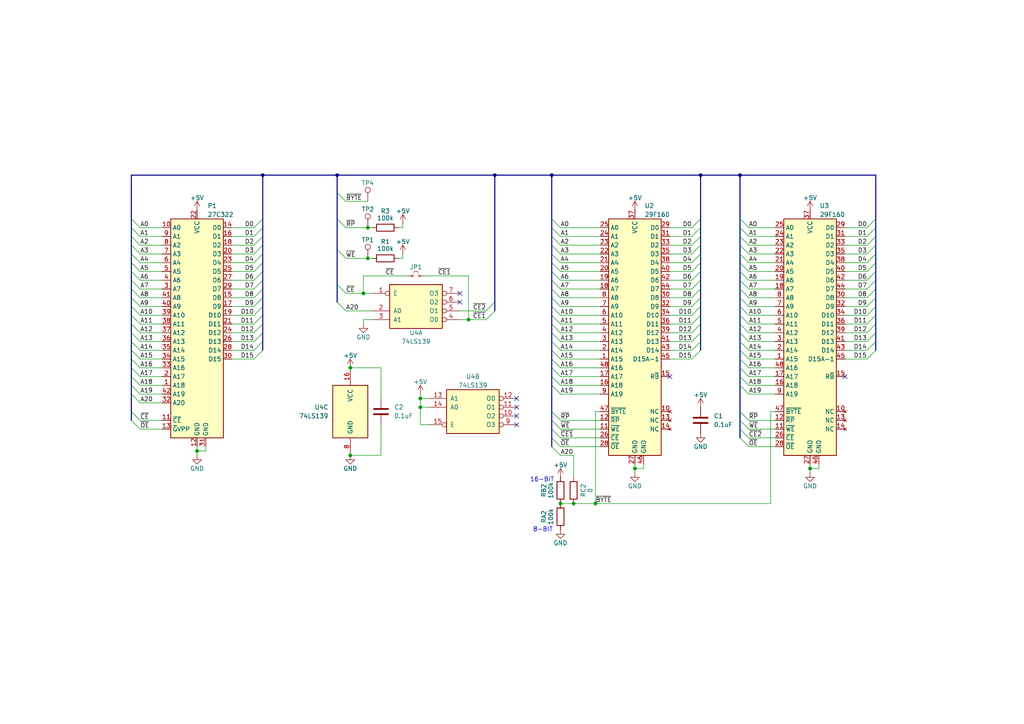
<source format=kicad_sch>
(kicad_sch
	(version 20231120)
	(generator "eeschema")
	(generator_version "8.0")
	(uuid "3fa56e80-fd83-47e0-a541-49291129cac2")
	(paper "A4")
	(title_block
		(title "29F160 to UV EPROM")
		(date "2025-05-20")
		(rev "v1.2")
		(company "https://github.com/MouseBiteLabs")
	)
	(lib_symbols
		(symbol "Bucketmouse_Nintendo:27C322"
			(exclude_from_sim no)
			(in_bom yes)
			(on_board yes)
			(property "Reference" "U"
				(at -7.62 31.75 0)
				(effects
					(font
						(size 1.27 1.27)
					)
				)
			)
			(property "Value" "27C322"
				(at -10.414 -34.29 0)
				(effects
					(font
						(size 1.27 1.27)
					)
					(justify left)
				)
			)
			(property "Footprint" ""
				(at 0 0 0)
				(effects
					(font
						(size 1.27 1.27)
					)
					(hide yes)
				)
			)
			(property "Datasheet" "https://static1.squarespace.com/static/51f517f0e4b01da70d01ca2a/t/5575515de4b0888fee6170ec/1433751901367/27C322.pdf"
				(at 0.254 -48.006 0)
				(effects
					(font
						(size 1.27 1.27)
					)
					(hide yes)
				)
			)
			(property "Description" "32 Mbit UV EPROM"
				(at 0.508 -45.974 0)
				(effects
					(font
						(size 1.27 1.27)
					)
					(hide yes)
				)
			)
			(property "ki_keywords" "OTP EPROM 4MiBit"
				(at 0 0 0)
				(effects
					(font
						(size 1.27 1.27)
					)
					(hide yes)
				)
			)
			(property "ki_fp_filters" "DIP*W15.24mm* PLCC*"
				(at 0 0 0)
				(effects
					(font
						(size 1.27 1.27)
					)
					(hide yes)
				)
			)
			(symbol "27C322_1_1"
				(rectangle
					(start -7.62 30.48)
					(end 7.62 -33.02)
					(stroke
						(width 0.254)
						(type default)
					)
					(fill
						(type background)
					)
				)
				(pin input line
					(at -10.16 -17.78 0)
					(length 2.54)
					(name "A18"
						(effects
							(font
								(size 1.27 1.27)
							)
						)
					)
					(number "1"
						(effects
							(font
								(size 1.27 1.27)
							)
						)
					)
				)
				(pin input line
					(at -10.16 27.94 0)
					(length 2.54)
					(name "A0"
						(effects
							(font
								(size 1.27 1.27)
							)
						)
					)
					(number "10"
						(effects
							(font
								(size 1.27 1.27)
							)
						)
					)
				)
				(pin input line
					(at -10.16 -27.94 0)
					(length 2.54)
					(name "~{CE}"
						(effects
							(font
								(size 1.27 1.27)
							)
						)
					)
					(number "11"
						(effects
							(font
								(size 1.27 1.27)
							)
						)
					)
				)
				(pin power_in line
					(at 0 -35.56 90)
					(length 2.54)
					(name "GND"
						(effects
							(font
								(size 1.27 1.27)
							)
						)
					)
					(number "12"
						(effects
							(font
								(size 1.27 1.27)
							)
						)
					)
				)
				(pin input line
					(at -10.16 -30.48 0)
					(length 2.54)
					(name "~{G}VPP"
						(effects
							(font
								(size 1.27 1.27)
							)
						)
					)
					(number "13"
						(effects
							(font
								(size 1.27 1.27)
							)
						)
					)
				)
				(pin tri_state line
					(at 10.16 27.94 180)
					(length 2.54)
					(name "D0"
						(effects
							(font
								(size 1.27 1.27)
							)
						)
					)
					(number "14"
						(effects
							(font
								(size 1.27 1.27)
							)
						)
					)
				)
				(pin tri_state line
					(at 10.16 7.62 180)
					(length 2.54)
					(name "D8"
						(effects
							(font
								(size 1.27 1.27)
							)
						)
					)
					(number "15"
						(effects
							(font
								(size 1.27 1.27)
							)
						)
					)
				)
				(pin tri_state line
					(at 10.16 25.4 180)
					(length 2.54)
					(name "D1"
						(effects
							(font
								(size 1.27 1.27)
							)
						)
					)
					(number "16"
						(effects
							(font
								(size 1.27 1.27)
							)
						)
					)
				)
				(pin tri_state line
					(at 10.16 5.08 180)
					(length 2.54)
					(name "D9"
						(effects
							(font
								(size 1.27 1.27)
							)
						)
					)
					(number "17"
						(effects
							(font
								(size 1.27 1.27)
							)
						)
					)
				)
				(pin tri_state line
					(at 10.16 22.86 180)
					(length 2.54)
					(name "D2"
						(effects
							(font
								(size 1.27 1.27)
							)
						)
					)
					(number "18"
						(effects
							(font
								(size 1.27 1.27)
							)
						)
					)
				)
				(pin tri_state line
					(at 10.16 2.54 180)
					(length 2.54)
					(name "D10"
						(effects
							(font
								(size 1.27 1.27)
							)
						)
					)
					(number "19"
						(effects
							(font
								(size 1.27 1.27)
							)
						)
					)
				)
				(pin input line
					(at -10.16 -15.24 0)
					(length 2.54)
					(name "A17"
						(effects
							(font
								(size 1.27 1.27)
							)
						)
					)
					(number "2"
						(effects
							(font
								(size 1.27 1.27)
							)
						)
					)
				)
				(pin tri_state line
					(at 10.16 20.32 180)
					(length 2.54)
					(name "D3"
						(effects
							(font
								(size 1.27 1.27)
							)
						)
					)
					(number "20"
						(effects
							(font
								(size 1.27 1.27)
							)
						)
					)
				)
				(pin tri_state line
					(at 10.16 0 180)
					(length 2.54)
					(name "D11"
						(effects
							(font
								(size 1.27 1.27)
							)
						)
					)
					(number "21"
						(effects
							(font
								(size 1.27 1.27)
							)
						)
					)
				)
				(pin power_in line
					(at 0 33.02 270)
					(length 2.54)
					(name "VCC"
						(effects
							(font
								(size 1.27 1.27)
							)
						)
					)
					(number "22"
						(effects
							(font
								(size 1.27 1.27)
							)
						)
					)
				)
				(pin tri_state line
					(at 10.16 17.78 180)
					(length 2.54)
					(name "D4"
						(effects
							(font
								(size 1.27 1.27)
							)
						)
					)
					(number "23"
						(effects
							(font
								(size 1.27 1.27)
							)
						)
					)
				)
				(pin tri_state line
					(at 10.16 -2.54 180)
					(length 2.54)
					(name "D12"
						(effects
							(font
								(size 1.27 1.27)
							)
						)
					)
					(number "24"
						(effects
							(font
								(size 1.27 1.27)
							)
						)
					)
				)
				(pin tri_state line
					(at 10.16 15.24 180)
					(length 2.54)
					(name "D5"
						(effects
							(font
								(size 1.27 1.27)
							)
						)
					)
					(number "25"
						(effects
							(font
								(size 1.27 1.27)
							)
						)
					)
				)
				(pin tri_state line
					(at 10.16 -5.08 180)
					(length 2.54)
					(name "D13"
						(effects
							(font
								(size 1.27 1.27)
							)
						)
					)
					(number "26"
						(effects
							(font
								(size 1.27 1.27)
							)
						)
					)
				)
				(pin tri_state line
					(at 10.16 12.7 180)
					(length 2.54)
					(name "D6"
						(effects
							(font
								(size 1.27 1.27)
							)
						)
					)
					(number "27"
						(effects
							(font
								(size 1.27 1.27)
							)
						)
					)
				)
				(pin tri_state line
					(at 10.16 -7.62 180)
					(length 2.54)
					(name "D14"
						(effects
							(font
								(size 1.27 1.27)
							)
						)
					)
					(number "28"
						(effects
							(font
								(size 1.27 1.27)
							)
						)
					)
				)
				(pin tri_state line
					(at 10.16 10.16 180)
					(length 2.54)
					(name "D7"
						(effects
							(font
								(size 1.27 1.27)
							)
						)
					)
					(number "29"
						(effects
							(font
								(size 1.27 1.27)
							)
						)
					)
				)
				(pin input line
					(at -10.16 10.16 0)
					(length 2.54)
					(name "A7"
						(effects
							(font
								(size 1.27 1.27)
							)
						)
					)
					(number "3"
						(effects
							(font
								(size 1.27 1.27)
							)
						)
					)
				)
				(pin tri_state line
					(at 10.16 -10.16 180)
					(length 2.54)
					(name "D15"
						(effects
							(font
								(size 1.27 1.27)
							)
						)
					)
					(number "30"
						(effects
							(font
								(size 1.27 1.27)
							)
						)
					)
				)
				(pin power_in line
					(at 2.54 -35.56 90)
					(length 2.54)
					(name "GND"
						(effects
							(font
								(size 1.27 1.27)
							)
						)
					)
					(number "31"
						(effects
							(font
								(size 1.27 1.27)
							)
						)
					)
				)
				(pin input line
					(at -10.16 -22.86 0)
					(length 2.54)
					(name "A20"
						(effects
							(font
								(size 1.27 1.27)
							)
						)
					)
					(number "32"
						(effects
							(font
								(size 1.27 1.27)
							)
						)
					)
				)
				(pin input line
					(at -10.16 -12.7 0)
					(length 2.54)
					(name "A16"
						(effects
							(font
								(size 1.27 1.27)
							)
						)
					)
					(number "33"
						(effects
							(font
								(size 1.27 1.27)
							)
						)
					)
				)
				(pin input line
					(at -10.16 -10.16 0)
					(length 2.54)
					(name "A15"
						(effects
							(font
								(size 1.27 1.27)
							)
						)
					)
					(number "34"
						(effects
							(font
								(size 1.27 1.27)
							)
						)
					)
				)
				(pin input line
					(at -10.16 -7.62 0)
					(length 2.54)
					(name "A14"
						(effects
							(font
								(size 1.27 1.27)
							)
						)
					)
					(number "35"
						(effects
							(font
								(size 1.27 1.27)
							)
						)
					)
				)
				(pin input line
					(at -10.16 -5.08 0)
					(length 2.54)
					(name "A13"
						(effects
							(font
								(size 1.27 1.27)
							)
						)
					)
					(number "36"
						(effects
							(font
								(size 1.27 1.27)
							)
						)
					)
				)
				(pin input line
					(at -10.16 -2.54 0)
					(length 2.54)
					(name "A12"
						(effects
							(font
								(size 1.27 1.27)
							)
						)
					)
					(number "37"
						(effects
							(font
								(size 1.27 1.27)
							)
						)
					)
				)
				(pin input line
					(at -10.16 0 0)
					(length 2.54)
					(name "A11"
						(effects
							(font
								(size 1.27 1.27)
							)
						)
					)
					(number "38"
						(effects
							(font
								(size 1.27 1.27)
							)
						)
					)
				)
				(pin input line
					(at -10.16 2.54 0)
					(length 2.54)
					(name "A10"
						(effects
							(font
								(size 1.27 1.27)
							)
						)
					)
					(number "39"
						(effects
							(font
								(size 1.27 1.27)
							)
						)
					)
				)
				(pin input line
					(at -10.16 12.7 0)
					(length 2.54)
					(name "A6"
						(effects
							(font
								(size 1.27 1.27)
							)
						)
					)
					(number "4"
						(effects
							(font
								(size 1.27 1.27)
							)
						)
					)
				)
				(pin input line
					(at -10.16 5.08 0)
					(length 2.54)
					(name "A9"
						(effects
							(font
								(size 1.27 1.27)
							)
						)
					)
					(number "40"
						(effects
							(font
								(size 1.27 1.27)
							)
						)
					)
				)
				(pin input line
					(at -10.16 7.62 0)
					(length 2.54)
					(name "A8"
						(effects
							(font
								(size 1.27 1.27)
							)
						)
					)
					(number "41"
						(effects
							(font
								(size 1.27 1.27)
							)
						)
					)
				)
				(pin input line
					(at -10.16 -20.32 0)
					(length 2.54)
					(name "A19"
						(effects
							(font
								(size 1.27 1.27)
							)
						)
					)
					(number "42"
						(effects
							(font
								(size 1.27 1.27)
							)
						)
					)
				)
				(pin input line
					(at -10.16 15.24 0)
					(length 2.54)
					(name "A5"
						(effects
							(font
								(size 1.27 1.27)
							)
						)
					)
					(number "5"
						(effects
							(font
								(size 1.27 1.27)
							)
						)
					)
				)
				(pin input line
					(at -10.16 17.78 0)
					(length 2.54)
					(name "A4"
						(effects
							(font
								(size 1.27 1.27)
							)
						)
					)
					(number "6"
						(effects
							(font
								(size 1.27 1.27)
							)
						)
					)
				)
				(pin input line
					(at -10.16 20.32 0)
					(length 2.54)
					(name "A3"
						(effects
							(font
								(size 1.27 1.27)
							)
						)
					)
					(number "7"
						(effects
							(font
								(size 1.27 1.27)
							)
						)
					)
				)
				(pin input line
					(at -10.16 22.86 0)
					(length 2.54)
					(name "A2"
						(effects
							(font
								(size 1.27 1.27)
							)
						)
					)
					(number "8"
						(effects
							(font
								(size 1.27 1.27)
							)
						)
					)
				)
				(pin input line
					(at -10.16 25.4 0)
					(length 2.54)
					(name "A1"
						(effects
							(font
								(size 1.27 1.27)
							)
						)
					)
					(number "9"
						(effects
							(font
								(size 1.27 1.27)
							)
						)
					)
				)
			)
		)
		(symbol "Bucketmouse_Nintendo:29F160"
			(exclude_from_sim no)
			(in_bom yes)
			(on_board yes)
			(property "Reference" "U"
				(at -7.62 31.75 0)
				(effects
					(font
						(size 1.27 1.27)
					)
				)
			)
			(property "Value" "27C160"
				(at -10.414 -39.37 0)
				(effects
					(font
						(size 1.27 1.27)
					)
					(justify left)
				)
			)
			(property "Footprint" ""
				(at 0 0 0)
				(effects
					(font
						(size 1.27 1.27)
					)
					(hide yes)
				)
			)
			(property "Datasheet" "https://pdf1.alldatasheet.com/datasheet-pdf/download/22894/STMICROELECTRONICS/M29F160BB.html"
				(at 0.254 -48.006 0)
				(effects
					(font
						(size 1.27 1.27)
					)
					(hide yes)
				)
			)
			(property "Description" "16 Mbit Flash"
				(at 0.508 -45.974 0)
				(effects
					(font
						(size 1.27 1.27)
					)
					(hide yes)
				)
			)
			(property "ki_keywords" "OTP EPROM 4MiBit"
				(at 0 0 0)
				(effects
					(font
						(size 1.27 1.27)
					)
					(hide yes)
				)
			)
			(property "ki_fp_filters" "DIP*W15.24mm* PLCC*"
				(at 0 0 0)
				(effects
					(font
						(size 1.27 1.27)
					)
					(hide yes)
				)
			)
			(symbol "29F160_1_1"
				(rectangle
					(start -7.62 30.48)
					(end 7.62 -38.1)
					(stroke
						(width 0.254)
						(type default)
					)
					(fill
						(type background)
					)
				)
				(pin input line
					(at -10.16 -10.16 0)
					(length 2.54)
					(name "A15"
						(effects
							(font
								(size 1.27 1.27)
							)
						)
					)
					(number "1"
						(effects
							(font
								(size 1.27 1.27)
							)
						)
					)
				)
				(pin no_connect line
					(at 10.16 -25.4 180)
					(length 2.54)
					(name "NC"
						(effects
							(font
								(size 1.27 1.27)
							)
						)
					)
					(number "10"
						(effects
							(font
								(size 1.27 1.27)
							)
						)
					)
				)
				(pin input line
					(at -10.16 -30.48 0)
					(length 2.54)
					(name "~{WE}"
						(effects
							(font
								(size 1.27 1.27)
							)
						)
					)
					(number "11"
						(effects
							(font
								(size 1.27 1.27)
							)
						)
					)
				)
				(pin input line
					(at -10.16 -27.94 0)
					(length 2.54)
					(name "~{RP}"
						(effects
							(font
								(size 1.27 1.27)
							)
						)
					)
					(number "12"
						(effects
							(font
								(size 1.27 1.27)
							)
						)
					)
				)
				(pin no_connect line
					(at 10.16 -27.94 180)
					(length 2.54)
					(name "NC"
						(effects
							(font
								(size 1.27 1.27)
							)
						)
					)
					(number "13"
						(effects
							(font
								(size 1.27 1.27)
							)
						)
					)
				)
				(pin no_connect line
					(at 10.16 -30.48 180)
					(length 2.54)
					(name "NC"
						(effects
							(font
								(size 1.27 1.27)
							)
						)
					)
					(number "14"
						(effects
							(font
								(size 1.27 1.27)
							)
						)
					)
				)
				(pin output line
					(at 10.16 -15.24 180)
					(length 2.54)
					(name "R~{B}"
						(effects
							(font
								(size 1.27 1.27)
							)
						)
					)
					(number "15"
						(effects
							(font
								(size 1.27 1.27)
							)
						)
					)
				)
				(pin input line
					(at -10.16 -17.78 0)
					(length 2.54)
					(name "A18"
						(effects
							(font
								(size 1.27 1.27)
							)
						)
					)
					(number "16"
						(effects
							(font
								(size 1.27 1.27)
							)
						)
					)
				)
				(pin input line
					(at -10.16 -15.24 0)
					(length 2.54)
					(name "A17"
						(effects
							(font
								(size 1.27 1.27)
							)
						)
					)
					(number "17"
						(effects
							(font
								(size 1.27 1.27)
							)
						)
					)
				)
				(pin input line
					(at -10.16 10.16 0)
					(length 2.54)
					(name "A7"
						(effects
							(font
								(size 1.27 1.27)
							)
						)
					)
					(number "18"
						(effects
							(font
								(size 1.27 1.27)
							)
						)
					)
				)
				(pin input line
					(at -10.16 12.7 0)
					(length 2.54)
					(name "A6"
						(effects
							(font
								(size 1.27 1.27)
							)
						)
					)
					(number "19"
						(effects
							(font
								(size 1.27 1.27)
							)
						)
					)
				)
				(pin input line
					(at -10.16 -7.62 0)
					(length 2.54)
					(name "A14"
						(effects
							(font
								(size 1.27 1.27)
							)
						)
					)
					(number "2"
						(effects
							(font
								(size 1.27 1.27)
							)
						)
					)
				)
				(pin input line
					(at -10.16 15.24 0)
					(length 2.54)
					(name "A5"
						(effects
							(font
								(size 1.27 1.27)
							)
						)
					)
					(number "20"
						(effects
							(font
								(size 1.27 1.27)
							)
						)
					)
				)
				(pin input line
					(at -10.16 17.78 0)
					(length 2.54)
					(name "A4"
						(effects
							(font
								(size 1.27 1.27)
							)
						)
					)
					(number "21"
						(effects
							(font
								(size 1.27 1.27)
							)
						)
					)
				)
				(pin input line
					(at -10.16 20.32 0)
					(length 2.54)
					(name "A3"
						(effects
							(font
								(size 1.27 1.27)
							)
						)
					)
					(number "22"
						(effects
							(font
								(size 1.27 1.27)
							)
						)
					)
				)
				(pin input line
					(at -10.16 22.86 0)
					(length 2.54)
					(name "A2"
						(effects
							(font
								(size 1.27 1.27)
							)
						)
					)
					(number "23"
						(effects
							(font
								(size 1.27 1.27)
							)
						)
					)
				)
				(pin input line
					(at -10.16 25.4 0)
					(length 2.54)
					(name "A1"
						(effects
							(font
								(size 1.27 1.27)
							)
						)
					)
					(number "24"
						(effects
							(font
								(size 1.27 1.27)
							)
						)
					)
				)
				(pin input line
					(at -10.16 27.94 0)
					(length 2.54)
					(name "A0"
						(effects
							(font
								(size 1.27 1.27)
							)
						)
					)
					(number "25"
						(effects
							(font
								(size 1.27 1.27)
							)
						)
					)
				)
				(pin input line
					(at -10.16 -33.02 0)
					(length 2.54)
					(name "~{CE}"
						(effects
							(font
								(size 1.27 1.27)
							)
						)
					)
					(number "26"
						(effects
							(font
								(size 1.27 1.27)
							)
						)
					)
				)
				(pin power_in line
					(at 0 -40.64 90)
					(length 2.54)
					(name "GND"
						(effects
							(font
								(size 1.27 1.27)
							)
						)
					)
					(number "27"
						(effects
							(font
								(size 1.27 1.27)
							)
						)
					)
				)
				(pin input line
					(at -10.16 -35.56 0)
					(length 2.54)
					(name "~{OE}"
						(effects
							(font
								(size 1.27 1.27)
							)
						)
					)
					(number "28"
						(effects
							(font
								(size 1.27 1.27)
							)
						)
					)
				)
				(pin tri_state line
					(at 10.16 27.94 180)
					(length 2.54)
					(name "D0"
						(effects
							(font
								(size 1.27 1.27)
							)
						)
					)
					(number "29"
						(effects
							(font
								(size 1.27 1.27)
							)
						)
					)
				)
				(pin input line
					(at -10.16 -5.08 0)
					(length 2.54)
					(name "A13"
						(effects
							(font
								(size 1.27 1.27)
							)
						)
					)
					(number "3"
						(effects
							(font
								(size 1.27 1.27)
							)
						)
					)
				)
				(pin tri_state line
					(at 10.16 7.62 180)
					(length 2.54)
					(name "D8"
						(effects
							(font
								(size 1.27 1.27)
							)
						)
					)
					(number "30"
						(effects
							(font
								(size 1.27 1.27)
							)
						)
					)
				)
				(pin tri_state line
					(at 10.16 25.4 180)
					(length 2.54)
					(name "D1"
						(effects
							(font
								(size 1.27 1.27)
							)
						)
					)
					(number "31"
						(effects
							(font
								(size 1.27 1.27)
							)
						)
					)
				)
				(pin tri_state line
					(at 10.16 5.08 180)
					(length 2.54)
					(name "D9"
						(effects
							(font
								(size 1.27 1.27)
							)
						)
					)
					(number "32"
						(effects
							(font
								(size 1.27 1.27)
							)
						)
					)
				)
				(pin tri_state line
					(at 10.16 22.86 180)
					(length 2.54)
					(name "D2"
						(effects
							(font
								(size 1.27 1.27)
							)
						)
					)
					(number "33"
						(effects
							(font
								(size 1.27 1.27)
							)
						)
					)
				)
				(pin tri_state line
					(at 10.16 2.54 180)
					(length 2.54)
					(name "D10"
						(effects
							(font
								(size 1.27 1.27)
							)
						)
					)
					(number "34"
						(effects
							(font
								(size 1.27 1.27)
							)
						)
					)
				)
				(pin tri_state line
					(at 10.16 20.32 180)
					(length 2.54)
					(name "D3"
						(effects
							(font
								(size 1.27 1.27)
							)
						)
					)
					(number "35"
						(effects
							(font
								(size 1.27 1.27)
							)
						)
					)
				)
				(pin tri_state line
					(at 10.16 0 180)
					(length 2.54)
					(name "D11"
						(effects
							(font
								(size 1.27 1.27)
							)
						)
					)
					(number "36"
						(effects
							(font
								(size 1.27 1.27)
							)
						)
					)
				)
				(pin power_in line
					(at 0 33.02 270)
					(length 2.54)
					(name "VCC"
						(effects
							(font
								(size 1.27 1.27)
							)
						)
					)
					(number "37"
						(effects
							(font
								(size 1.27 1.27)
							)
						)
					)
				)
				(pin tri_state line
					(at 10.16 17.78 180)
					(length 2.54)
					(name "D4"
						(effects
							(font
								(size 1.27 1.27)
							)
						)
					)
					(number "38"
						(effects
							(font
								(size 1.27 1.27)
							)
						)
					)
				)
				(pin tri_state line
					(at 10.16 -2.54 180)
					(length 2.54)
					(name "D12"
						(effects
							(font
								(size 1.27 1.27)
							)
						)
					)
					(number "39"
						(effects
							(font
								(size 1.27 1.27)
							)
						)
					)
				)
				(pin input line
					(at -10.16 -2.54 0)
					(length 2.54)
					(name "A12"
						(effects
							(font
								(size 1.27 1.27)
							)
						)
					)
					(number "4"
						(effects
							(font
								(size 1.27 1.27)
							)
						)
					)
				)
				(pin tri_state line
					(at 10.16 15.24 180)
					(length 2.54)
					(name "D5"
						(effects
							(font
								(size 1.27 1.27)
							)
						)
					)
					(number "40"
						(effects
							(font
								(size 1.27 1.27)
							)
						)
					)
				)
				(pin tri_state line
					(at 10.16 -5.08 180)
					(length 2.54)
					(name "D13"
						(effects
							(font
								(size 1.27 1.27)
							)
						)
					)
					(number "41"
						(effects
							(font
								(size 1.27 1.27)
							)
						)
					)
				)
				(pin tri_state line
					(at 10.16 12.7 180)
					(length 2.54)
					(name "D6"
						(effects
							(font
								(size 1.27 1.27)
							)
						)
					)
					(number "42"
						(effects
							(font
								(size 1.27 1.27)
							)
						)
					)
				)
				(pin tri_state line
					(at 10.16 -7.62 180)
					(length 2.54)
					(name "D14"
						(effects
							(font
								(size 1.27 1.27)
							)
						)
					)
					(number "43"
						(effects
							(font
								(size 1.27 1.27)
							)
						)
					)
				)
				(pin tri_state line
					(at 10.16 10.16 180)
					(length 2.54)
					(name "D7"
						(effects
							(font
								(size 1.27 1.27)
							)
						)
					)
					(number "44"
						(effects
							(font
								(size 1.27 1.27)
							)
						)
					)
				)
				(pin tri_state line
					(at 10.16 -10.16 180)
					(length 2.54)
					(name "D15A-1"
						(effects
							(font
								(size 1.27 1.27)
							)
						)
					)
					(number "45"
						(effects
							(font
								(size 1.27 1.27)
							)
						)
					)
				)
				(pin power_in line
					(at 2.54 -40.64 90)
					(length 2.54)
					(name "GND"
						(effects
							(font
								(size 1.27 1.27)
							)
						)
					)
					(number "46"
						(effects
							(font
								(size 1.27 1.27)
							)
						)
					)
				)
				(pin input line
					(at -10.16 -25.4 0)
					(length 2.54)
					(name "~{BYTE}"
						(effects
							(font
								(size 1.27 1.27)
							)
						)
					)
					(number "47"
						(effects
							(font
								(size 1.27 1.27)
							)
						)
					)
				)
				(pin input line
					(at -10.16 -12.7 0)
					(length 2.54)
					(name "A16"
						(effects
							(font
								(size 1.27 1.27)
							)
						)
					)
					(number "48"
						(effects
							(font
								(size 1.27 1.27)
							)
						)
					)
				)
				(pin input line
					(at -10.16 0 0)
					(length 2.54)
					(name "A11"
						(effects
							(font
								(size 1.27 1.27)
							)
						)
					)
					(number "5"
						(effects
							(font
								(size 1.27 1.27)
							)
						)
					)
				)
				(pin input line
					(at -10.16 2.54 0)
					(length 2.54)
					(name "A10"
						(effects
							(font
								(size 1.27 1.27)
							)
						)
					)
					(number "6"
						(effects
							(font
								(size 1.27 1.27)
							)
						)
					)
				)
				(pin input line
					(at -10.16 5.08 0)
					(length 2.54)
					(name "A9"
						(effects
							(font
								(size 1.27 1.27)
							)
						)
					)
					(number "7"
						(effects
							(font
								(size 1.27 1.27)
							)
						)
					)
				)
				(pin input line
					(at -10.16 7.62 0)
					(length 2.54)
					(name "A8"
						(effects
							(font
								(size 1.27 1.27)
							)
						)
					)
					(number "8"
						(effects
							(font
								(size 1.27 1.27)
							)
						)
					)
				)
				(pin input line
					(at -10.16 -20.32 0)
					(length 2.54)
					(name "A19"
						(effects
							(font
								(size 1.27 1.27)
							)
						)
					)
					(number "9"
						(effects
							(font
								(size 1.27 1.27)
							)
						)
					)
				)
			)
		)
		(symbol "Bucketmouse_Nintendo:74LS139"
			(pin_names
				(offset 1.016)
			)
			(exclude_from_sim no)
			(in_bom yes)
			(on_board yes)
			(property "Reference" "U"
				(at -7.62 8.89 0)
				(effects
					(font
						(size 1.27 1.27)
					)
				)
			)
			(property "Value" "74LS139"
				(at -7.62 -8.89 0)
				(effects
					(font
						(size 1.27 1.27)
					)
				)
			)
			(property "Footprint" ""
				(at 0 0 0)
				(effects
					(font
						(size 1.27 1.27)
					)
					(hide yes)
				)
			)
			(property "Datasheet" "http://www.ti.com/lit/ds/symlink/sn74ls139a.pdf"
				(at 0 0 0)
				(effects
					(font
						(size 1.27 1.27)
					)
					(hide yes)
				)
			)
			(property "Description" "Dual Decoder 1 of 4, Active low outputs"
				(at 0 0 0)
				(effects
					(font
						(size 1.27 1.27)
					)
					(hide yes)
				)
			)
			(property "ki_locked" ""
				(at 0 0 0)
				(effects
					(font
						(size 1.27 1.27)
					)
				)
			)
			(property "ki_keywords" "TTL DECOD4"
				(at 0 0 0)
				(effects
					(font
						(size 1.27 1.27)
					)
					(hide yes)
				)
			)
			(property "ki_fp_filters" "DIP?16*"
				(at 0 0 0)
				(effects
					(font
						(size 1.27 1.27)
					)
					(hide yes)
				)
			)
			(symbol "74LS139_1_0"
				(pin input inverted
					(at -12.7 -5.08 0)
					(length 5.08)
					(name "E"
						(effects
							(font
								(size 1.27 1.27)
							)
						)
					)
					(number "1"
						(effects
							(font
								(size 1.27 1.27)
							)
						)
					)
				)
				(pin input line
					(at -12.7 0 0)
					(length 5.08)
					(name "A0"
						(effects
							(font
								(size 1.27 1.27)
							)
						)
					)
					(number "2"
						(effects
							(font
								(size 1.27 1.27)
							)
						)
					)
				)
				(pin input line
					(at -12.7 2.54 0)
					(length 5.08)
					(name "A1"
						(effects
							(font
								(size 1.27 1.27)
							)
						)
					)
					(number "3"
						(effects
							(font
								(size 1.27 1.27)
							)
						)
					)
				)
				(pin output inverted
					(at 12.7 2.54 180)
					(length 5.08)
					(name "O0"
						(effects
							(font
								(size 1.27 1.27)
							)
						)
					)
					(number "4"
						(effects
							(font
								(size 1.27 1.27)
							)
						)
					)
				)
				(pin output inverted
					(at 12.7 0 180)
					(length 5.08)
					(name "O1"
						(effects
							(font
								(size 1.27 1.27)
							)
						)
					)
					(number "5"
						(effects
							(font
								(size 1.27 1.27)
							)
						)
					)
				)
				(pin output inverted
					(at 12.7 -2.54 180)
					(length 5.08)
					(name "O2"
						(effects
							(font
								(size 1.27 1.27)
							)
						)
					)
					(number "6"
						(effects
							(font
								(size 1.27 1.27)
							)
						)
					)
				)
				(pin output inverted
					(at 12.7 -5.08 180)
					(length 5.08)
					(name "O3"
						(effects
							(font
								(size 1.27 1.27)
							)
						)
					)
					(number "7"
						(effects
							(font
								(size 1.27 1.27)
							)
						)
					)
				)
			)
			(symbol "74LS139_1_1"
				(rectangle
					(start -7.62 5.08)
					(end 7.62 -7.62)
					(stroke
						(width 0.254)
						(type default)
					)
					(fill
						(type background)
					)
				)
			)
			(symbol "74LS139_2_0"
				(pin output inverted
					(at 12.7 -2.54 180)
					(length 5.08)
					(name "O2"
						(effects
							(font
								(size 1.27 1.27)
							)
						)
					)
					(number "10"
						(effects
							(font
								(size 1.27 1.27)
							)
						)
					)
				)
				(pin output inverted
					(at 12.7 0 180)
					(length 5.08)
					(name "O1"
						(effects
							(font
								(size 1.27 1.27)
							)
						)
					)
					(number "11"
						(effects
							(font
								(size 1.27 1.27)
							)
						)
					)
				)
				(pin output inverted
					(at 12.7 2.54 180)
					(length 5.08)
					(name "O0"
						(effects
							(font
								(size 1.27 1.27)
							)
						)
					)
					(number "12"
						(effects
							(font
								(size 1.27 1.27)
							)
						)
					)
				)
				(pin input line
					(at -12.7 2.54 0)
					(length 5.08)
					(name "A1"
						(effects
							(font
								(size 1.27 1.27)
							)
						)
					)
					(number "13"
						(effects
							(font
								(size 1.27 1.27)
							)
						)
					)
				)
				(pin input line
					(at -12.7 0 0)
					(length 5.08)
					(name "A0"
						(effects
							(font
								(size 1.27 1.27)
							)
						)
					)
					(number "14"
						(effects
							(font
								(size 1.27 1.27)
							)
						)
					)
				)
				(pin input inverted
					(at -12.7 -5.08 0)
					(length 5.08)
					(name "E"
						(effects
							(font
								(size 1.27 1.27)
							)
						)
					)
					(number "15"
						(effects
							(font
								(size 1.27 1.27)
							)
						)
					)
				)
				(pin output inverted
					(at 12.7 -5.08 180)
					(length 5.08)
					(name "O3"
						(effects
							(font
								(size 1.27 1.27)
							)
						)
					)
					(number "9"
						(effects
							(font
								(size 1.27 1.27)
							)
						)
					)
				)
			)
			(symbol "74LS139_2_1"
				(rectangle
					(start -7.62 5.08)
					(end 7.62 -7.62)
					(stroke
						(width 0.254)
						(type default)
					)
					(fill
						(type background)
					)
				)
			)
			(symbol "74LS139_3_0"
				(pin power_in line
					(at 0 12.7 270)
					(length 5.08)
					(name "VCC"
						(effects
							(font
								(size 1.27 1.27)
							)
						)
					)
					(number "16"
						(effects
							(font
								(size 1.27 1.27)
							)
						)
					)
				)
				(pin power_in line
					(at 0 -12.7 90)
					(length 5.08)
					(name "GND"
						(effects
							(font
								(size 1.27 1.27)
							)
						)
					)
					(number "8"
						(effects
							(font
								(size 1.27 1.27)
							)
						)
					)
				)
			)
			(symbol "74LS139_3_1"
				(rectangle
					(start -5.08 7.62)
					(end 5.08 -7.62)
					(stroke
						(width 0.254)
						(type default)
					)
					(fill
						(type background)
					)
				)
			)
		)
		(symbol "Connector:TestPoint"
			(pin_numbers hide)
			(pin_names
				(offset 0.762) hide)
			(exclude_from_sim no)
			(in_bom yes)
			(on_board yes)
			(property "Reference" "TP"
				(at 0 6.858 0)
				(effects
					(font
						(size 1.27 1.27)
					)
				)
			)
			(property "Value" "TestPoint"
				(at 0 5.08 0)
				(effects
					(font
						(size 1.27 1.27)
					)
				)
			)
			(property "Footprint" ""
				(at 5.08 0 0)
				(effects
					(font
						(size 1.27 1.27)
					)
					(hide yes)
				)
			)
			(property "Datasheet" "~"
				(at 5.08 0 0)
				(effects
					(font
						(size 1.27 1.27)
					)
					(hide yes)
				)
			)
			(property "Description" "test point"
				(at 0 0 0)
				(effects
					(font
						(size 1.27 1.27)
					)
					(hide yes)
				)
			)
			(property "ki_keywords" "test point tp"
				(at 0 0 0)
				(effects
					(font
						(size 1.27 1.27)
					)
					(hide yes)
				)
			)
			(property "ki_fp_filters" "Pin* Test*"
				(at 0 0 0)
				(effects
					(font
						(size 1.27 1.27)
					)
					(hide yes)
				)
			)
			(symbol "TestPoint_0_1"
				(circle
					(center 0 3.302)
					(radius 0.762)
					(stroke
						(width 0)
						(type default)
					)
					(fill
						(type none)
					)
				)
			)
			(symbol "TestPoint_1_1"
				(pin passive line
					(at 0 0 90)
					(length 2.54)
					(name "1"
						(effects
							(font
								(size 1.27 1.27)
							)
						)
					)
					(number "1"
						(effects
							(font
								(size 1.27 1.27)
							)
						)
					)
				)
			)
		)
		(symbol "Device:C"
			(pin_numbers hide)
			(pin_names
				(offset 0.254)
			)
			(exclude_from_sim no)
			(in_bom yes)
			(on_board yes)
			(property "Reference" "C"
				(at 0.635 2.54 0)
				(effects
					(font
						(size 1.27 1.27)
					)
					(justify left)
				)
			)
			(property "Value" "C"
				(at 0.635 -2.54 0)
				(effects
					(font
						(size 1.27 1.27)
					)
					(justify left)
				)
			)
			(property "Footprint" ""
				(at 0.9652 -3.81 0)
				(effects
					(font
						(size 1.27 1.27)
					)
					(hide yes)
				)
			)
			(property "Datasheet" "~"
				(at 0 0 0)
				(effects
					(font
						(size 1.27 1.27)
					)
					(hide yes)
				)
			)
			(property "Description" "Unpolarized capacitor"
				(at 0 0 0)
				(effects
					(font
						(size 1.27 1.27)
					)
					(hide yes)
				)
			)
			(property "ki_keywords" "cap capacitor"
				(at 0 0 0)
				(effects
					(font
						(size 1.27 1.27)
					)
					(hide yes)
				)
			)
			(property "ki_fp_filters" "C_*"
				(at 0 0 0)
				(effects
					(font
						(size 1.27 1.27)
					)
					(hide yes)
				)
			)
			(symbol "C_0_1"
				(polyline
					(pts
						(xy -2.032 -0.762) (xy 2.032 -0.762)
					)
					(stroke
						(width 0.508)
						(type default)
					)
					(fill
						(type none)
					)
				)
				(polyline
					(pts
						(xy -2.032 0.762) (xy 2.032 0.762)
					)
					(stroke
						(width 0.508)
						(type default)
					)
					(fill
						(type none)
					)
				)
			)
			(symbol "C_1_1"
				(pin passive line
					(at 0 3.81 270)
					(length 2.794)
					(name "~"
						(effects
							(font
								(size 1.27 1.27)
							)
						)
					)
					(number "1"
						(effects
							(font
								(size 1.27 1.27)
							)
						)
					)
				)
				(pin passive line
					(at 0 -3.81 90)
					(length 2.794)
					(name "~"
						(effects
							(font
								(size 1.27 1.27)
							)
						)
					)
					(number "2"
						(effects
							(font
								(size 1.27 1.27)
							)
						)
					)
				)
			)
		)
		(symbol "Device:R"
			(pin_numbers hide)
			(pin_names
				(offset 0)
			)
			(exclude_from_sim no)
			(in_bom yes)
			(on_board yes)
			(property "Reference" "R"
				(at 2.032 0 90)
				(effects
					(font
						(size 1.27 1.27)
					)
				)
			)
			(property "Value" "R"
				(at 0 0 90)
				(effects
					(font
						(size 1.27 1.27)
					)
				)
			)
			(property "Footprint" ""
				(at -1.778 0 90)
				(effects
					(font
						(size 1.27 1.27)
					)
					(hide yes)
				)
			)
			(property "Datasheet" "~"
				(at 0 0 0)
				(effects
					(font
						(size 1.27 1.27)
					)
					(hide yes)
				)
			)
			(property "Description" "Resistor"
				(at 0 0 0)
				(effects
					(font
						(size 1.27 1.27)
					)
					(hide yes)
				)
			)
			(property "ki_keywords" "R res resistor"
				(at 0 0 0)
				(effects
					(font
						(size 1.27 1.27)
					)
					(hide yes)
				)
			)
			(property "ki_fp_filters" "R_*"
				(at 0 0 0)
				(effects
					(font
						(size 1.27 1.27)
					)
					(hide yes)
				)
			)
			(symbol "R_0_1"
				(rectangle
					(start -1.016 -2.54)
					(end 1.016 2.54)
					(stroke
						(width 0.254)
						(type default)
					)
					(fill
						(type none)
					)
				)
			)
			(symbol "R_1_1"
				(pin passive line
					(at 0 3.81 270)
					(length 1.27)
					(name "~"
						(effects
							(font
								(size 1.27 1.27)
							)
						)
					)
					(number "1"
						(effects
							(font
								(size 1.27 1.27)
							)
						)
					)
				)
				(pin passive line
					(at 0 -3.81 90)
					(length 1.27)
					(name "~"
						(effects
							(font
								(size 1.27 1.27)
							)
						)
					)
					(number "2"
						(effects
							(font
								(size 1.27 1.27)
							)
						)
					)
				)
			)
		)
		(symbol "Jumper:Jumper_2_Small_Open"
			(pin_numbers hide)
			(pin_names
				(offset 0) hide)
			(exclude_from_sim yes)
			(in_bom yes)
			(on_board yes)
			(property "Reference" "JP"
				(at 0 2.794 0)
				(effects
					(font
						(size 1.27 1.27)
					)
				)
			)
			(property "Value" "Jumper_2_Small_Open"
				(at 0 -2.286 0)
				(effects
					(font
						(size 1.27 1.27)
					)
				)
			)
			(property "Footprint" ""
				(at 0 0 0)
				(effects
					(font
						(size 1.27 1.27)
					)
					(hide yes)
				)
			)
			(property "Datasheet" "~"
				(at 0 0 0)
				(effects
					(font
						(size 1.27 1.27)
					)
					(hide yes)
				)
			)
			(property "Description" "Jumper, 2-pole, small symbol, open"
				(at 0 0 0)
				(effects
					(font
						(size 1.27 1.27)
					)
					(hide yes)
				)
			)
			(property "ki_keywords" "Jumper SPST"
				(at 0 0 0)
				(effects
					(font
						(size 1.27 1.27)
					)
					(hide yes)
				)
			)
			(property "ki_fp_filters" "Jumper* TestPoint*2Pads* TestPoint*Bridge*"
				(at 0 0 0)
				(effects
					(font
						(size 1.27 1.27)
					)
					(hide yes)
				)
			)
			(symbol "Jumper_2_Small_Open_0_0"
				(circle
					(center -1.016 0)
					(radius 0.254)
					(stroke
						(width 0)
						(type default)
					)
					(fill
						(type none)
					)
				)
				(circle
					(center 1.016 0)
					(radius 0.254)
					(stroke
						(width 0)
						(type default)
					)
					(fill
						(type none)
					)
				)
			)
			(symbol "Jumper_2_Small_Open_0_1"
				(arc
					(start 0.762 1.0196)
					(mid 0 1.2729)
					(end -0.762 1.0196)
					(stroke
						(width 0)
						(type default)
					)
					(fill
						(type none)
					)
				)
			)
			(symbol "Jumper_2_Small_Open_1_1"
				(pin passive line
					(at -2.54 0 0)
					(length 1.27)
					(name "A"
						(effects
							(font
								(size 1.27 1.27)
							)
						)
					)
					(number "1"
						(effects
							(font
								(size 1.27 1.27)
							)
						)
					)
				)
				(pin passive line
					(at 2.54 0 180)
					(length 1.27)
					(name "B"
						(effects
							(font
								(size 1.27 1.27)
							)
						)
					)
					(number "2"
						(effects
							(font
								(size 1.27 1.27)
							)
						)
					)
				)
			)
		)
		(symbol "power:+5V"
			(power)
			(pin_numbers hide)
			(pin_names
				(offset 0) hide)
			(exclude_from_sim no)
			(in_bom yes)
			(on_board yes)
			(property "Reference" "#PWR"
				(at 0 -3.81 0)
				(effects
					(font
						(size 1.27 1.27)
					)
					(hide yes)
				)
			)
			(property "Value" "+5V"
				(at 0 3.556 0)
				(effects
					(font
						(size 1.27 1.27)
					)
				)
			)
			(property "Footprint" ""
				(at 0 0 0)
				(effects
					(font
						(size 1.27 1.27)
					)
					(hide yes)
				)
			)
			(property "Datasheet" ""
				(at 0 0 0)
				(effects
					(font
						(size 1.27 1.27)
					)
					(hide yes)
				)
			)
			(property "Description" "Power symbol creates a global label with name \"+5V\""
				(at 0 0 0)
				(effects
					(font
						(size 1.27 1.27)
					)
					(hide yes)
				)
			)
			(property "ki_keywords" "global power"
				(at 0 0 0)
				(effects
					(font
						(size 1.27 1.27)
					)
					(hide yes)
				)
			)
			(symbol "+5V_0_1"
				(polyline
					(pts
						(xy -0.762 1.27) (xy 0 2.54)
					)
					(stroke
						(width 0)
						(type default)
					)
					(fill
						(type none)
					)
				)
				(polyline
					(pts
						(xy 0 0) (xy 0 2.54)
					)
					(stroke
						(width 0)
						(type default)
					)
					(fill
						(type none)
					)
				)
				(polyline
					(pts
						(xy 0 2.54) (xy 0.762 1.27)
					)
					(stroke
						(width 0)
						(type default)
					)
					(fill
						(type none)
					)
				)
			)
			(symbol "+5V_1_1"
				(pin power_in line
					(at 0 0 90)
					(length 0)
					(name "~"
						(effects
							(font
								(size 1.27 1.27)
							)
						)
					)
					(number "1"
						(effects
							(font
								(size 1.27 1.27)
							)
						)
					)
				)
			)
		)
		(symbol "power:GND"
			(power)
			(pin_numbers hide)
			(pin_names
				(offset 0) hide)
			(exclude_from_sim no)
			(in_bom yes)
			(on_board yes)
			(property "Reference" "#PWR"
				(at 0 -6.35 0)
				(effects
					(font
						(size 1.27 1.27)
					)
					(hide yes)
				)
			)
			(property "Value" "GND"
				(at 0 -3.81 0)
				(effects
					(font
						(size 1.27 1.27)
					)
				)
			)
			(property "Footprint" ""
				(at 0 0 0)
				(effects
					(font
						(size 1.27 1.27)
					)
					(hide yes)
				)
			)
			(property "Datasheet" ""
				(at 0 0 0)
				(effects
					(font
						(size 1.27 1.27)
					)
					(hide yes)
				)
			)
			(property "Description" "Power symbol creates a global label with name \"GND\" , ground"
				(at 0 0 0)
				(effects
					(font
						(size 1.27 1.27)
					)
					(hide yes)
				)
			)
			(property "ki_keywords" "global power"
				(at 0 0 0)
				(effects
					(font
						(size 1.27 1.27)
					)
					(hide yes)
				)
			)
			(symbol "GND_0_1"
				(polyline
					(pts
						(xy 0 0) (xy 0 -1.27) (xy 1.27 -1.27) (xy 0 -2.54) (xy -1.27 -1.27) (xy 0 -1.27)
					)
					(stroke
						(width 0)
						(type default)
					)
					(fill
						(type none)
					)
				)
			)
			(symbol "GND_1_1"
				(pin power_in line
					(at 0 0 270)
					(length 0)
					(name "~"
						(effects
							(font
								(size 1.27 1.27)
							)
						)
					)
					(number "1"
						(effects
							(font
								(size 1.27 1.27)
							)
						)
					)
				)
			)
		)
	)
	(junction
		(at 101.6 106.68)
		(diameter 0)
		(color 0 0 0 0)
		(uuid "0810707e-966a-42a6-9c06-a646565b50a7")
	)
	(junction
		(at 166.37 146.05)
		(diameter 0)
		(color 0 0 0 0)
		(uuid "13fad1d7-3c51-4e16-82c4-a507556e13b7")
	)
	(junction
		(at 106.68 74.93)
		(diameter 0)
		(color 0 0 0 0)
		(uuid "247769a3-f771-4195-ae07-1b34e5715d5e")
	)
	(junction
		(at 101.6 132.08)
		(diameter 0)
		(color 0 0 0 0)
		(uuid "46338593-b780-4dec-af0f-1de4ca5f3acb")
	)
	(junction
		(at 184.15 135.89)
		(diameter 0)
		(color 0 0 0 0)
		(uuid "480ec35c-b677-4832-b708-d7c3fca73d7f")
	)
	(junction
		(at 105.41 85.09)
		(diameter 0)
		(color 0 0 0 0)
		(uuid "4c026eb5-c59a-489b-8f1a-cb5eb2f5d777")
	)
	(junction
		(at 143.51 50.8)
		(diameter 0)
		(color 0 0 0 0)
		(uuid "5727ac1b-df17-4234-9560-5a8894904ace")
	)
	(junction
		(at 135.89 92.71)
		(diameter 0)
		(color 0 0 0 0)
		(uuid "5c9645e5-2499-4996-be47-dcf654dfef06")
	)
	(junction
		(at 97.79 50.8)
		(diameter 0)
		(color 0 0 0 0)
		(uuid "5e06db90-e5ab-44d9-a829-87098ea84e48")
	)
	(junction
		(at 162.56 146.05)
		(diameter 0)
		(color 0 0 0 0)
		(uuid "6541a104-ebac-4130-a988-9f089f47e3a5")
	)
	(junction
		(at 234.95 135.89)
		(diameter 0)
		(color 0 0 0 0)
		(uuid "6fdce094-0a35-4ae0-86af-9660092f7aa3")
	)
	(junction
		(at 172.72 146.05)
		(diameter 0)
		(color 0 0 0 0)
		(uuid "8465b9b8-fa49-4145-bd25-9f6e96a9d434")
	)
	(junction
		(at 57.15 130.81)
		(diameter 0)
		(color 0 0 0 0)
		(uuid "8d35996b-e2e8-4d2d-aac3-01a601e59497")
	)
	(junction
		(at 121.92 115.57)
		(diameter 0)
		(color 0 0 0 0)
		(uuid "94bccd8a-2e60-4311-94fa-5b335227c3c2")
	)
	(junction
		(at 121.92 118.11)
		(diameter 0)
		(color 0 0 0 0)
		(uuid "a11c028e-3d0d-4010-b182-0e0e2e7c8269")
	)
	(junction
		(at 203.2 50.8)
		(diameter 0)
		(color 0 0 0 0)
		(uuid "a2023c71-7a03-4daa-a12a-2576457dacc7")
	)
	(junction
		(at 76.2 50.8)
		(diameter 0)
		(color 0 0 0 0)
		(uuid "a73848c7-c9cb-4c3a-9c12-b2cfb214209c")
	)
	(junction
		(at 106.68 66.04)
		(diameter 0)
		(color 0 0 0 0)
		(uuid "ba121623-b9d2-4c02-9cbf-95eadfc0fbe6")
	)
	(junction
		(at 160.02 50.8)
		(diameter 0)
		(color 0 0 0 0)
		(uuid "cd9309df-a353-4e88-966a-226bc3f45590")
	)
	(junction
		(at 214.63 50.8)
		(diameter 0)
		(color 0 0 0 0)
		(uuid "d398da11-a6f6-49b4-aeab-b2190514adf5")
	)
	(no_connect
		(at 149.86 123.19)
		(uuid "1c5a75fe-9c96-4bac-9649-6c4b84c4ea5a")
	)
	(no_connect
		(at 149.86 120.65)
		(uuid "2b19ad72-8e26-4230-a41a-7ad677d74479")
	)
	(no_connect
		(at 245.11 109.22)
		(uuid "51eea007-eaff-43bc-be9a-71940a2f5fc6")
	)
	(no_connect
		(at 194.31 109.22)
		(uuid "58a77f68-07a0-4775-8918-62ed4c33597f")
	)
	(no_connect
		(at 133.35 87.63)
		(uuid "6aee1619-a8be-4786-9007-d9d24221e68c")
	)
	(no_connect
		(at 133.35 85.09)
		(uuid "6b3ffd24-0d88-4450-824c-5c5a65377d3c")
	)
	(no_connect
		(at 149.86 115.57)
		(uuid "e05040da-c955-4b8e-a448-4a60f130faae")
	)
	(no_connect
		(at 149.86 118.11)
		(uuid "f82a7426-209e-4e30-b221-9ac8714c554a")
	)
	(bus_entry
		(at 76.2 63.5)
		(size -2.54 2.54)
		(stroke
			(width 0)
			(type default)
		)
		(uuid "0225dfeb-8c16-4926-a8e6-cb969cd2648a")
	)
	(bus_entry
		(at 38.1 93.98)
		(size 2.54 2.54)
		(stroke
			(width 0)
			(type default)
		)
		(uuid "02cdfa70-fb27-46c4-8346-81b76571ee18")
	)
	(bus_entry
		(at 214.63 78.74)
		(size 2.54 2.54)
		(stroke
			(width 0)
			(type default)
		)
		(uuid "05690ee2-3af4-481b-84cf-1ed289c70246")
	)
	(bus_entry
		(at 38.1 81.28)
		(size 2.54 2.54)
		(stroke
			(width 0)
			(type default)
		)
		(uuid "05dbe7d9-0e0c-498a-9b2d-592ed66f511b")
	)
	(bus_entry
		(at 214.63 83.82)
		(size 2.54 2.54)
		(stroke
			(width 0)
			(type default)
		)
		(uuid "0610fb2d-fdf5-4b4e-b8c7-ad7010fa8a58")
	)
	(bus_entry
		(at 38.1 68.58)
		(size 2.54 2.54)
		(stroke
			(width 0)
			(type default)
		)
		(uuid "08ec545e-3b24-44bc-929e-d3b88511c553")
	)
	(bus_entry
		(at 203.2 63.5)
		(size -2.54 2.54)
		(stroke
			(width 0)
			(type default)
		)
		(uuid "0cb4ceae-b9a9-4854-b877-19b78e8e4961")
	)
	(bus_entry
		(at 203.2 96.52)
		(size -2.54 2.54)
		(stroke
			(width 0)
			(type default)
		)
		(uuid "0eb111fc-c20a-43c7-872d-57429b4d9128")
	)
	(bus_entry
		(at 203.2 68.58)
		(size -2.54 2.54)
		(stroke
			(width 0)
			(type default)
		)
		(uuid "11ee6dd5-8092-4c90-ba9d-1f2ea04ba165")
	)
	(bus_entry
		(at 160.02 119.38)
		(size 2.54 2.54)
		(stroke
			(width 0)
			(type default)
		)
		(uuid "16bd7c91-20ea-41cd-97a6-802ab7d50256")
	)
	(bus_entry
		(at 214.63 96.52)
		(size 2.54 2.54)
		(stroke
			(width 0)
			(type default)
		)
		(uuid "1cca831d-9422-4a7b-b291-02a39d7c2bab")
	)
	(bus_entry
		(at 97.79 82.55)
		(size 2.54 2.54)
		(stroke
			(width 0)
			(type default)
		)
		(uuid "1d36d93b-177c-471b-ad9a-c6d3227eea46")
	)
	(bus_entry
		(at 76.2 88.9)
		(size -2.54 2.54)
		(stroke
			(width 0)
			(type default)
		)
		(uuid "1d3a5a8d-7669-416a-b760-cfaf88cc0542")
	)
	(bus_entry
		(at 160.02 111.76)
		(size 2.54 2.54)
		(stroke
			(width 0)
			(type default)
		)
		(uuid "220aa563-2c3b-4063-9de5-23ab0772a1c8")
	)
	(bus_entry
		(at 38.1 96.52)
		(size 2.54 2.54)
		(stroke
			(width 0)
			(type default)
		)
		(uuid "220e7f5e-cad4-4d7a-aa19-ea27eb57f6b0")
	)
	(bus_entry
		(at 160.02 63.5)
		(size 2.54 2.54)
		(stroke
			(width 0)
			(type default)
		)
		(uuid "27d315da-d1e1-4955-9186-65cb06f423be")
	)
	(bus_entry
		(at 214.63 63.5)
		(size 2.54 2.54)
		(stroke
			(width 0)
			(type default)
		)
		(uuid "282d22ec-d21a-4d50-9f24-b33a86392f99")
	)
	(bus_entry
		(at 38.1 104.14)
		(size 2.54 2.54)
		(stroke
			(width 0)
			(type default)
		)
		(uuid "292aca7b-5948-49fd-a791-da3a61aebe2e")
	)
	(bus_entry
		(at 203.2 66.04)
		(size -2.54 2.54)
		(stroke
			(width 0)
			(type default)
		)
		(uuid "29ce8ac4-800a-45db-87dd-bada7b554efc")
	)
	(bus_entry
		(at 203.2 76.2)
		(size -2.54 2.54)
		(stroke
			(width 0)
			(type default)
		)
		(uuid "2d0449ba-ea8e-4bdd-83bc-7e1389febe17")
	)
	(bus_entry
		(at 38.1 114.3)
		(size 2.54 2.54)
		(stroke
			(width 0)
			(type default)
		)
		(uuid "3370a136-4dda-457f-9a31-1f5d6ddf1317")
	)
	(bus_entry
		(at 38.1 88.9)
		(size 2.54 2.54)
		(stroke
			(width 0)
			(type default)
		)
		(uuid "35a2f694-0078-4817-b84d-ae154d5d3610")
	)
	(bus_entry
		(at 160.02 83.82)
		(size 2.54 2.54)
		(stroke
			(width 0)
			(type default)
		)
		(uuid "36a4817d-1045-446c-a28b-ea65dbbfffde")
	)
	(bus_entry
		(at 38.1 66.04)
		(size 2.54 2.54)
		(stroke
			(width 0)
			(type default)
		)
		(uuid "39b8d813-9b36-492d-84db-8eba52142140")
	)
	(bus_entry
		(at 254 99.06)
		(size -2.54 2.54)
		(stroke
			(width 0)
			(type default)
		)
		(uuid "3a567e65-ed5b-489e-9e8f-c80c05e14685")
	)
	(bus_entry
		(at 254 88.9)
		(size -2.54 2.54)
		(stroke
			(width 0)
			(type default)
		)
		(uuid "3b351c56-036a-4ca4-8af2-e26e31b09c47")
	)
	(bus_entry
		(at 38.1 86.36)
		(size 2.54 2.54)
		(stroke
			(width 0)
			(type default)
		)
		(uuid "3cfd947e-44ad-488a-868f-3ed8c23d8bf7")
	)
	(bus_entry
		(at 160.02 88.9)
		(size 2.54 2.54)
		(stroke
			(width 0)
			(type default)
		)
		(uuid "3fcc93c6-95f0-43cb-95e6-878c250858b2")
	)
	(bus_entry
		(at 254 86.36)
		(size -2.54 2.54)
		(stroke
			(width 0)
			(type default)
		)
		(uuid "41b3c1ec-c940-482e-b3dc-84fa57aa61e4")
	)
	(bus_entry
		(at 214.63 86.36)
		(size 2.54 2.54)
		(stroke
			(width 0)
			(type default)
		)
		(uuid "438dd652-6b24-480b-b30d-e72a7b397938")
	)
	(bus_entry
		(at 143.51 87.63)
		(size -2.54 2.54)
		(stroke
			(width 0)
			(type default)
		)
		(uuid "4487710c-7e12-43d4-bd81-6809c2c28cb1")
	)
	(bus_entry
		(at 254 81.28)
		(size -2.54 2.54)
		(stroke
			(width 0)
			(type default)
		)
		(uuid "44b77bf5-c6bc-4d94-809a-f7c5c5070b64")
	)
	(bus_entry
		(at 38.1 101.6)
		(size 2.54 2.54)
		(stroke
			(width 0)
			(type default)
		)
		(uuid "490c31e5-0d2d-4d74-ac10-ac10f1df23d3")
	)
	(bus_entry
		(at 214.63 66.04)
		(size 2.54 2.54)
		(stroke
			(width 0)
			(type default)
		)
		(uuid "49e57750-51a0-4934-be5d-92c762a31663")
	)
	(bus_entry
		(at 214.63 81.28)
		(size 2.54 2.54)
		(stroke
			(width 0)
			(type default)
		)
		(uuid "4ce0bfbe-34cb-4d41-850f-4c4bc4cfa06b")
	)
	(bus_entry
		(at 97.79 72.39)
		(size 2.54 2.54)
		(stroke
			(width 0)
			(type default)
		)
		(uuid "4cf2169e-dc8a-4e04-8f9b-1289d682fec6")
	)
	(bus_entry
		(at 160.02 124.46)
		(size 2.54 2.54)
		(stroke
			(width 0)
			(type default)
		)
		(uuid "4eab0961-0d4f-44d2-ae66-7ec6ceb722a6")
	)
	(bus_entry
		(at 203.2 81.28)
		(size -2.54 2.54)
		(stroke
			(width 0)
			(type default)
		)
		(uuid "4edb1c67-f345-4a5f-92e3-9b14bd956bf9")
	)
	(bus_entry
		(at 38.1 73.66)
		(size 2.54 2.54)
		(stroke
			(width 0)
			(type default)
		)
		(uuid "4fceafe6-74f5-4532-bc2e-b12eb4f46de8")
	)
	(bus_entry
		(at 203.2 73.66)
		(size -2.54 2.54)
		(stroke
			(width 0)
			(type default)
		)
		(uuid "502f4818-5584-4f8d-824f-0cab6ad84446")
	)
	(bus_entry
		(at 203.2 83.82)
		(size -2.54 2.54)
		(stroke
			(width 0)
			(type default)
		)
		(uuid "5072497e-cdfc-45f3-93d2-25ceb7c4e65f")
	)
	(bus_entry
		(at 38.1 91.44)
		(size 2.54 2.54)
		(stroke
			(width 0)
			(type default)
		)
		(uuid "51318e07-09ad-4105-8749-91957381c29f")
	)
	(bus_entry
		(at 160.02 68.58)
		(size 2.54 2.54)
		(stroke
			(width 0)
			(type default)
		)
		(uuid "5450153c-8ccd-4ca9-bafd-b1040397e413")
	)
	(bus_entry
		(at 76.2 86.36)
		(size -2.54 2.54)
		(stroke
			(width 0)
			(type default)
		)
		(uuid "55f86345-5258-422c-886c-36069541a108")
	)
	(bus_entry
		(at 76.2 78.74)
		(size -2.54 2.54)
		(stroke
			(width 0)
			(type default)
		)
		(uuid "56a37678-bd04-45db-822d-749b223ca797")
	)
	(bus_entry
		(at 214.63 101.6)
		(size 2.54 2.54)
		(stroke
			(width 0)
			(type default)
		)
		(uuid "5d9237d2-1027-4879-b66f-6a9a64d96269")
	)
	(bus_entry
		(at 38.1 119.38)
		(size 2.54 2.54)
		(stroke
			(width 0)
			(type default)
		)
		(uuid "61001747-a2eb-4e9f-8112-8b82686e27c2")
	)
	(bus_entry
		(at 38.1 121.92)
		(size 2.54 2.54)
		(stroke
			(width 0)
			(type default)
		)
		(uuid "61fc33f4-7451-4150-8344-1a40c37626bf")
	)
	(bus_entry
		(at 160.02 73.66)
		(size 2.54 2.54)
		(stroke
			(width 0)
			(type default)
		)
		(uuid "62b900df-7f16-42ef-9339-50e23bf609c3")
	)
	(bus_entry
		(at 38.1 106.68)
		(size 2.54 2.54)
		(stroke
			(width 0)
			(type default)
		)
		(uuid "656cdd58-ef7d-465d-9f62-9d913fd431a3")
	)
	(bus_entry
		(at 214.63 119.38)
		(size 2.54 2.54)
		(stroke
			(width 0)
			(type default)
		)
		(uuid "65875681-ed26-4ae1-9ab5-00cb3f977445")
	)
	(bus_entry
		(at 214.63 124.46)
		(size 2.54 2.54)
		(stroke
			(width 0)
			(type default)
		)
		(uuid "697e58c8-3ec7-42e2-8279-316d7851994a")
	)
	(bus_entry
		(at 214.63 104.14)
		(size 2.54 2.54)
		(stroke
			(width 0)
			(type default)
		)
		(uuid "6a878ced-9418-42ca-a356-d96aca3936cd")
	)
	(bus_entry
		(at 76.2 83.82)
		(size -2.54 2.54)
		(stroke
			(width 0)
			(type default)
		)
		(uuid "6ca4c8ca-0d23-4de1-80a0-b867a5c55fa8")
	)
	(bus_entry
		(at 76.2 81.28)
		(size -2.54 2.54)
		(stroke
			(width 0)
			(type default)
		)
		(uuid "6d9831cb-1003-42b4-8f79-6779518e545a")
	)
	(bus_entry
		(at 203.2 101.6)
		(size -2.54 2.54)
		(stroke
			(width 0)
			(type default)
		)
		(uuid "703b3ee1-bdda-4566-b19a-6f30209925cf")
	)
	(bus_entry
		(at 97.79 63.5)
		(size 2.54 2.54)
		(stroke
			(width 0)
			(type default)
		)
		(uuid "7042247f-7fbc-4c85-a92e-3dc604c192fd")
	)
	(bus_entry
		(at 160.02 99.06)
		(size 2.54 2.54)
		(stroke
			(width 0)
			(type default)
		)
		(uuid "724be7d2-99e4-44c2-aea9-1025b4d34624")
	)
	(bus_entry
		(at 214.63 76.2)
		(size 2.54 2.54)
		(stroke
			(width 0)
			(type default)
		)
		(uuid "72b63e07-9a19-4751-be05-dfbd1c4bfc5c")
	)
	(bus_entry
		(at 254 78.74)
		(size -2.54 2.54)
		(stroke
			(width 0)
			(type default)
		)
		(uuid "72d5d2de-5aa1-4cd1-a2de-01e28718d3a9")
	)
	(bus_entry
		(at 38.1 76.2)
		(size 2.54 2.54)
		(stroke
			(width 0)
			(type default)
		)
		(uuid "76d24575-cf8d-4632-a8df-68701830d4fc")
	)
	(bus_entry
		(at 214.63 99.06)
		(size 2.54 2.54)
		(stroke
			(width 0)
			(type default)
		)
		(uuid "76e7f3c9-f593-4588-9918-b836999223bc")
	)
	(bus_entry
		(at 160.02 129.54)
		(size 2.54 2.54)
		(stroke
			(width 0)
			(type default)
		)
		(uuid "7ead100e-5244-461f-9d2c-6cf858038d20")
	)
	(bus_entry
		(at 254 76.2)
		(size -2.54 2.54)
		(stroke
			(width 0)
			(type default)
		)
		(uuid "802f4250-08c5-4776-91f3-1992a5a0e07b")
	)
	(bus_entry
		(at 160.02 81.28)
		(size 2.54 2.54)
		(stroke
			(width 0)
			(type default)
		)
		(uuid "81f24a55-b101-406a-bbe7-40a3931f62f3")
	)
	(bus_entry
		(at 254 66.04)
		(size -2.54 2.54)
		(stroke
			(width 0)
			(type default)
		)
		(uuid "88cbcaaa-8b0c-4423-a4a8-c7646bb8d596")
	)
	(bus_entry
		(at 38.1 109.22)
		(size 2.54 2.54)
		(stroke
			(width 0)
			(type default)
		)
		(uuid "8beaf3c6-18c4-4ccb-8846-e43f560d0bde")
	)
	(bus_entry
		(at 76.2 99.06)
		(size -2.54 2.54)
		(stroke
			(width 0)
			(type default)
		)
		(uuid "8c2891a8-ea3a-48eb-9c4c-bd64de7e36db")
	)
	(bus_entry
		(at 214.63 121.92)
		(size 2.54 2.54)
		(stroke
			(width 0)
			(type default)
		)
		(uuid "8d2d7d3c-7857-4498-83d9-9875e0d2efcd")
	)
	(bus_entry
		(at 214.63 109.22)
		(size 2.54 2.54)
		(stroke
			(width 0)
			(type default)
		)
		(uuid "933e27fb-d734-40b0-add6-5b59b8777085")
	)
	(bus_entry
		(at 76.2 93.98)
		(size -2.54 2.54)
		(stroke
			(width 0)
			(type default)
		)
		(uuid "980f7374-9148-4c76-81be-459540cfd609")
	)
	(bus_entry
		(at 254 63.5)
		(size -2.54 2.54)
		(stroke
			(width 0)
			(type default)
		)
		(uuid "994ceb6b-4716-43c4-8cc4-71f5efd28366")
	)
	(bus_entry
		(at 203.2 99.06)
		(size -2.54 2.54)
		(stroke
			(width 0)
			(type default)
		)
		(uuid "9ae0e33d-3520-40ee-a2e5-b369948a3cf5")
	)
	(bus_entry
		(at 254 68.58)
		(size -2.54 2.54)
		(stroke
			(width 0)
			(type default)
		)
		(uuid "9c540803-1148-4fec-b712-66ae9bce820d")
	)
	(bus_entry
		(at 160.02 93.98)
		(size 2.54 2.54)
		(stroke
			(width 0)
			(type default)
		)
		(uuid "9c963cb3-0197-4a7a-abd4-1d44b39f86f6")
	)
	(bus_entry
		(at 203.2 91.44)
		(size -2.54 2.54)
		(stroke
			(width 0)
			(type default)
		)
		(uuid "a1b7c69a-fd67-470f-8d07-f0449fcec944")
	)
	(bus_entry
		(at 203.2 86.36)
		(size -2.54 2.54)
		(stroke
			(width 0)
			(type default)
		)
		(uuid "a6f040f0-55ab-471d-ba8d-5056ef424891")
	)
	(bus_entry
		(at 254 93.98)
		(size -2.54 2.54)
		(stroke
			(width 0)
			(type default)
		)
		(uuid "abbeb379-9af8-44a0-9fde-f454e2fcf058")
	)
	(bus_entry
		(at 76.2 76.2)
		(size -2.54 2.54)
		(stroke
			(width 0)
			(type default)
		)
		(uuid "ade4e6aa-125f-4bf7-92d0-b84b7867652b")
	)
	(bus_entry
		(at 254 101.6)
		(size -2.54 2.54)
		(stroke
			(width 0)
			(type default)
		)
		(uuid "aecc4a6b-afd2-4967-89a9-7c2be1f0ca6b")
	)
	(bus_entry
		(at 214.63 106.68)
		(size 2.54 2.54)
		(stroke
			(width 0)
			(type default)
		)
		(uuid "b12f621f-a162-44d7-a3c2-292ff11f3024")
	)
	(bus_entry
		(at 143.51 90.17)
		(size -2.54 2.54)
		(stroke
			(width 0)
			(type default)
		)
		(uuid "b1cc4b83-c90e-447a-935d-0b9a7c6df959")
	)
	(bus_entry
		(at 38.1 71.12)
		(size 2.54 2.54)
		(stroke
			(width 0)
			(type default)
		)
		(uuid "b5e2a4c8-ba2a-476d-9190-7ba59151b0d3")
	)
	(bus_entry
		(at 76.2 101.6)
		(size -2.54 2.54)
		(stroke
			(width 0)
			(type default)
		)
		(uuid "b6d843c0-12ac-4841-8daf-ad999a346601")
	)
	(bus_entry
		(at 76.2 73.66)
		(size -2.54 2.54)
		(stroke
			(width 0)
			(type default)
		)
		(uuid "b9a879a3-4218-4be1-ad66-a934c6feac2e")
	)
	(bus_entry
		(at 203.2 71.12)
		(size -2.54 2.54)
		(stroke
			(width 0)
			(type default)
		)
		(uuid "bdb26db7-d942-4292-b2cf-4e188ec774ca")
	)
	(bus_entry
		(at 214.63 91.44)
		(size 2.54 2.54)
		(stroke
			(width 0)
			(type default)
		)
		(uuid "bddde454-fee6-4840-838c-4d1083a09d5a")
	)
	(bus_entry
		(at 160.02 86.36)
		(size 2.54 2.54)
		(stroke
			(width 0)
			(type default)
		)
		(uuid "bfd6d52c-da18-4528-800c-70a05dafd2b1")
	)
	(bus_entry
		(at 38.1 63.5)
		(size 2.54 2.54)
		(stroke
			(width 0)
			(type default)
		)
		(uuid "c0863b75-085a-4034-a104-01038ec9d2fb")
	)
	(bus_entry
		(at 160.02 101.6)
		(size 2.54 2.54)
		(stroke
			(width 0)
			(type default)
		)
		(uuid "c1e2aef6-bfb1-4041-b1c3-927b1136f130")
	)
	(bus_entry
		(at 254 83.82)
		(size -2.54 2.54)
		(stroke
			(width 0)
			(type default)
		)
		(uuid "cc12a31c-94d2-4369-89fb-7f7309d6ac22")
	)
	(bus_entry
		(at 160.02 76.2)
		(size 2.54 2.54)
		(stroke
			(width 0)
			(type default)
		)
		(uuid "cc262938-27e5-4356-b132-ad5099fc78a9")
	)
	(bus_entry
		(at 214.63 71.12)
		(size 2.54 2.54)
		(stroke
			(width 0)
			(type default)
		)
		(uuid "cd6769ec-6655-4dd0-8192-b7dcd74a52f6")
	)
	(bus_entry
		(at 214.63 111.76)
		(size 2.54 2.54)
		(stroke
			(width 0)
			(type default)
		)
		(uuid "cd9c1030-c713-4418-8564-74244c263121")
	)
	(bus_entry
		(at 97.79 87.63)
		(size 2.54 2.54)
		(stroke
			(width 0)
			(type default)
		)
		(uuid "cff0f79b-38eb-4f37-9278-6e6ec47e5bb2")
	)
	(bus_entry
		(at 160.02 78.74)
		(size 2.54 2.54)
		(stroke
			(width 0)
			(type default)
		)
		(uuid "d047b5f9-0f65-4030-80f5-ebe748ee9e1d")
	)
	(bus_entry
		(at 76.2 71.12)
		(size -2.54 2.54)
		(stroke
			(width 0)
			(type default)
		)
		(uuid "d86321fd-735b-452a-a104-fa6628e4fa81")
	)
	(bus_entry
		(at 76.2 91.44)
		(size -2.54 2.54)
		(stroke
			(width 0)
			(type default)
		)
		(uuid "da49307d-3a70-4fcd-8702-1ffb344671bb")
	)
	(bus_entry
		(at 254 96.52)
		(size -2.54 2.54)
		(stroke
			(width 0)
			(type default)
		)
		(uuid "dc7b1dcf-e167-49ca-9c16-ea5144fae9b0")
	)
	(bus_entry
		(at 254 73.66)
		(size -2.54 2.54)
		(stroke
			(width 0)
			(type default)
		)
		(uuid "dc8d5d9d-4fd5-4284-8650-83b0411e11a8")
	)
	(bus_entry
		(at 254 71.12)
		(size -2.54 2.54)
		(stroke
			(width 0)
			(type default)
		)
		(uuid "deb53a90-084f-4292-8055-2a01a4ad1b1a")
	)
	(bus_entry
		(at 160.02 109.22)
		(size 2.54 2.54)
		(stroke
			(width 0)
			(type default)
		)
		(uuid "df86d359-9c2b-42fb-ae02-62fa2f96f1f0")
	)
	(bus_entry
		(at 76.2 66.04)
		(size -2.54 2.54)
		(stroke
			(width 0)
			(type default)
		)
		(uuid "dfc0b767-aeee-40cb-a038-d26c6e32c98f")
	)
	(bus_entry
		(at 160.02 104.14)
		(size 2.54 2.54)
		(stroke
			(width 0)
			(type default)
		)
		(uuid "e46b8526-97b4-4e92-a620-afa783c13f25")
	)
	(bus_entry
		(at 214.63 88.9)
		(size 2.54 2.54)
		(stroke
			(width 0)
			(type default)
		)
		(uuid "e49434a6-aed4-4a7e-872a-c6232956a33a")
	)
	(bus_entry
		(at 214.63 127)
		(size 2.54 2.54)
		(stroke
			(width 0)
			(type default)
		)
		(uuid "e6cee5bb-650c-4673-97a6-b26f52b1f62b")
	)
	(bus_entry
		(at 76.2 68.58)
		(size -2.54 2.54)
		(stroke
			(width 0)
			(type default)
		)
		(uuid "e76b1051-996a-4db9-855a-bc0ca4b1868e")
	)
	(bus_entry
		(at 160.02 91.44)
		(size 2.54 2.54)
		(stroke
			(width 0)
			(type default)
		)
		(uuid "ea4c3bde-14c3-40f9-bd4b-d046cfff6f71")
	)
	(bus_entry
		(at 203.2 88.9)
		(size -2.54 2.54)
		(stroke
			(width 0)
			(type default)
		)
		(uuid "eb6832a1-7ef6-472c-8f87-f3fd40335cf0")
	)
	(bus_entry
		(at 97.79 55.88)
		(size 2.54 2.54)
		(stroke
			(width 0)
			(type default)
		)
		(uuid "ebf3c24d-651d-43eb-b697-96dbe96895b0")
	)
	(bus_entry
		(at 38.1 111.76)
		(size 2.54 2.54)
		(stroke
			(width 0)
			(type default)
		)
		(uuid "ec334666-6c20-4720-b56a-718f0733529c")
	)
	(bus_entry
		(at 214.63 68.58)
		(size 2.54 2.54)
		(stroke
			(width 0)
			(type default)
		)
		(uuid "ecf503e5-75c3-4904-a291-32744c9ae82c")
	)
	(bus_entry
		(at 76.2 96.52)
		(size -2.54 2.54)
		(stroke
			(width 0)
			(type default)
		)
		(uuid "ed872292-ebe1-4af5-91d7-6a68060253f1")
	)
	(bus_entry
		(at 160.02 71.12)
		(size 2.54 2.54)
		(stroke
			(width 0)
			(type default)
		)
		(uuid "ee2178e4-1da5-46c3-888b-fda5a67009ff")
	)
	(bus_entry
		(at 160.02 127)
		(size 2.54 2.54)
		(stroke
			(width 0)
			(type default)
		)
		(uuid "ee410d72-712b-4fed-833f-0202a4672cb9")
	)
	(bus_entry
		(at 160.02 66.04)
		(size 2.54 2.54)
		(stroke
			(width 0)
			(type default)
		)
		(uuid "ee9a9791-98cc-44e5-8bbe-0e74423c4570")
	)
	(bus_entry
		(at 160.02 121.92)
		(size 2.54 2.54)
		(stroke
			(width 0)
			(type default)
		)
		(uuid "f07a2f89-dcf1-47be-8842-67d1d023005c")
	)
	(bus_entry
		(at 38.1 83.82)
		(size 2.54 2.54)
		(stroke
			(width 0)
			(type default)
		)
		(uuid "f08b1727-3939-474a-aa39-f3b5c451802f")
	)
	(bus_entry
		(at 254 91.44)
		(size -2.54 2.54)
		(stroke
			(width 0)
			(type default)
		)
		(uuid "f101ce0d-dd55-4431-bce8-da11f27f72e1")
	)
	(bus_entry
		(at 214.63 93.98)
		(size 2.54 2.54)
		(stroke
			(width 0)
			(type default)
		)
		(uuid "f155087e-a8c8-4e89-8528-a17803287ec3")
	)
	(bus_entry
		(at 214.63 73.66)
		(size 2.54 2.54)
		(stroke
			(width 0)
			(type default)
		)
		(uuid "f2078764-754f-4d9f-9441-b51daddc9001")
	)
	(bus_entry
		(at 160.02 106.68)
		(size 2.54 2.54)
		(stroke
			(width 0)
			(type default)
		)
		(uuid "f4b35216-e9ee-444d-8371-f079fafbc47c")
	)
	(bus_entry
		(at 38.1 78.74)
		(size 2.54 2.54)
		(stroke
			(width 0)
			(type default)
		)
		(uuid "f883375e-2840-45cf-9d6b-18cb11600607")
	)
	(bus_entry
		(at 203.2 93.98)
		(size -2.54 2.54)
		(stroke
			(width 0)
			(type default)
		)
		(uuid "f99fa3ff-c096-493c-9a7a-6beb8b787a60")
	)
	(bus_entry
		(at 203.2 78.74)
		(size -2.54 2.54)
		(stroke
			(width 0)
			(type default)
		)
		(uuid "fd5a60c5-92d1-486d-b409-e7adccd0282c")
	)
	(bus_entry
		(at 38.1 99.06)
		(size 2.54 2.54)
		(stroke
			(width 0)
			(type default)
		)
		(uuid "fd8084c3-0979-42e1-b48e-09bc35a086e4")
	)
	(bus_entry
		(at 160.02 96.52)
		(size 2.54 2.54)
		(stroke
			(width 0)
			(type default)
		)
		(uuid "ff8419aa-25bf-4be7-8569-70c667ef462d")
	)
	(wire
		(pts
			(xy 162.56 114.3) (xy 173.99 114.3)
		)
		(stroke
			(width 0)
			(type default)
		)
		(uuid "00476552-fbe6-49f6-a732-be44519a01c6")
	)
	(wire
		(pts
			(xy 194.31 73.66) (xy 200.66 73.66)
		)
		(stroke
			(width 0)
			(type default)
		)
		(uuid "014b1407-13c0-4cb0-9acc-b9422bc063ae")
	)
	(wire
		(pts
			(xy 245.11 81.28) (xy 251.46 81.28)
		)
		(stroke
			(width 0)
			(type default)
		)
		(uuid "01d923f4-152c-4897-b2fa-bba34e2e1f27")
	)
	(bus
		(pts
			(xy 38.1 50.8) (xy 76.2 50.8)
		)
		(stroke
			(width 0)
			(type default)
		)
		(uuid "01de5916-601c-486c-9402-94763d5a0a81")
	)
	(wire
		(pts
			(xy 67.31 86.36) (xy 73.66 86.36)
		)
		(stroke
			(width 0)
			(type default)
		)
		(uuid "02a53ad7-1616-4a9f-bc6c-22da4c5b20f6")
	)
	(bus
		(pts
			(xy 254 91.44) (xy 254 93.98)
		)
		(stroke
			(width 0)
			(type default)
		)
		(uuid "02eca460-0b2a-4263-bb6f-06c9c332ed8d")
	)
	(bus
		(pts
			(xy 38.1 66.04) (xy 38.1 68.58)
		)
		(stroke
			(width 0)
			(type default)
		)
		(uuid "03b86704-6554-413e-bfc4-b83505c1e538")
	)
	(wire
		(pts
			(xy 162.56 104.14) (xy 173.99 104.14)
		)
		(stroke
			(width 0)
			(type default)
		)
		(uuid "03c4de96-8832-4a47-af07-9a0ae673b0f4")
	)
	(bus
		(pts
			(xy 160.02 78.74) (xy 160.02 81.28)
		)
		(stroke
			(width 0)
			(type default)
		)
		(uuid "0432eb78-fa8b-4e51-9a1d-8af901969d6a")
	)
	(bus
		(pts
			(xy 203.2 99.06) (xy 203.2 101.6)
		)
		(stroke
			(width 0)
			(type default)
		)
		(uuid "05810b2d-3c95-4674-8519-e4c27f6afd4e")
	)
	(wire
		(pts
			(xy 67.31 96.52) (xy 73.66 96.52)
		)
		(stroke
			(width 0)
			(type default)
		)
		(uuid "05b730c6-9151-451a-b48c-6d71043008fa")
	)
	(wire
		(pts
			(xy 217.17 96.52) (xy 224.79 96.52)
		)
		(stroke
			(width 0)
			(type default)
		)
		(uuid "06413ade-17a3-4331-bff3-fe7677c6f42e")
	)
	(wire
		(pts
			(xy 194.31 78.74) (xy 200.66 78.74)
		)
		(stroke
			(width 0)
			(type default)
		)
		(uuid "08fd7715-5019-4893-ba1b-ad039f402d99")
	)
	(wire
		(pts
			(xy 245.11 78.74) (xy 251.46 78.74)
		)
		(stroke
			(width 0)
			(type default)
		)
		(uuid "093bd5a6-404c-4300-b927-d3cb096ad942")
	)
	(bus
		(pts
			(xy 254 96.52) (xy 254 99.06)
		)
		(stroke
			(width 0)
			(type default)
		)
		(uuid "094d3587-898d-4882-823e-618310fd8ebf")
	)
	(wire
		(pts
			(xy 217.17 129.54) (xy 224.79 129.54)
		)
		(stroke
			(width 0)
			(type default)
		)
		(uuid "0b66f019-313d-4df5-a85e-7b1c7598af18")
	)
	(wire
		(pts
			(xy 194.31 71.12) (xy 200.66 71.12)
		)
		(stroke
			(width 0)
			(type default)
		)
		(uuid "0b6e7950-2b4f-42ea-ab97-7ccff5ec45dc")
	)
	(bus
		(pts
			(xy 214.63 78.74) (xy 214.63 81.28)
		)
		(stroke
			(width 0)
			(type default)
		)
		(uuid "0c5ffb97-4752-4f61-9e68-713e4019aed4")
	)
	(wire
		(pts
			(xy 133.35 92.71) (xy 135.89 92.71)
		)
		(stroke
			(width 0)
			(type default)
		)
		(uuid "0c8894de-23c7-4f08-9225-ac84b8c7c469")
	)
	(wire
		(pts
			(xy 162.56 99.06) (xy 173.99 99.06)
		)
		(stroke
			(width 0)
			(type default)
		)
		(uuid "0dada056-e80e-4a7a-b59b-cfea93d443ed")
	)
	(wire
		(pts
			(xy 162.56 96.52) (xy 173.99 96.52)
		)
		(stroke
			(width 0)
			(type default)
		)
		(uuid "0e301c8c-8ac2-4c6b-81d3-4d02442d9c38")
	)
	(bus
		(pts
			(xy 160.02 96.52) (xy 160.02 99.06)
		)
		(stroke
			(width 0)
			(type default)
		)
		(uuid "10e566a4-086d-4d5f-9db3-583179f2295b")
	)
	(wire
		(pts
			(xy 217.17 76.2) (xy 224.79 76.2)
		)
		(stroke
			(width 0)
			(type default)
		)
		(uuid "11010471-f3bb-414b-ad4f-e09a2dd162d3")
	)
	(wire
		(pts
			(xy 234.95 135.89) (xy 234.95 134.62)
		)
		(stroke
			(width 0)
			(type default)
		)
		(uuid "1263dbe2-ba50-4453-b5fa-2f4283dee72b")
	)
	(wire
		(pts
			(xy 217.17 106.68) (xy 224.79 106.68)
		)
		(stroke
			(width 0)
			(type default)
		)
		(uuid "12aad1ef-11f9-4e73-a7d0-89ef29bd12df")
	)
	(wire
		(pts
			(xy 194.31 104.14) (xy 200.66 104.14)
		)
		(stroke
			(width 0)
			(type default)
		)
		(uuid "1309aa16-62ec-4010-b214-9d3255eaf86b")
	)
	(wire
		(pts
			(xy 59.69 130.81) (xy 59.69 129.54)
		)
		(stroke
			(width 0)
			(type default)
		)
		(uuid "1443fa90-3f76-4b8a-aa9b-32f6d20bf3cf")
	)
	(wire
		(pts
			(xy 133.35 90.17) (xy 140.97 90.17)
		)
		(stroke
			(width 0)
			(type default)
		)
		(uuid "1531bc1c-075d-4dac-856b-c9149df76da6")
	)
	(bus
		(pts
			(xy 214.63 96.52) (xy 214.63 99.06)
		)
		(stroke
			(width 0)
			(type default)
		)
		(uuid "16e04959-4025-4adb-989b-445c9a4f39b8")
	)
	(wire
		(pts
			(xy 166.37 146.05) (xy 172.72 146.05)
		)
		(stroke
			(width 0)
			(type default)
		)
		(uuid "1718c06a-6909-4c30-8739-07f8c4dd7d58")
	)
	(bus
		(pts
			(xy 254 93.98) (xy 254 96.52)
		)
		(stroke
			(width 0)
			(type default)
		)
		(uuid "17c3fd25-34f5-4ca4-a0c4-ddce01ca8f3f")
	)
	(wire
		(pts
			(xy 140.97 92.71) (xy 135.89 92.71)
		)
		(stroke
			(width 0)
			(type default)
		)
		(uuid "1822eb91-2b03-4076-a3ab-9d84d137f713")
	)
	(bus
		(pts
			(xy 203.2 73.66) (xy 203.2 76.2)
		)
		(stroke
			(width 0)
			(type default)
		)
		(uuid "195e3a4d-18db-4dfe-b6b3-d535b0cb8771")
	)
	(bus
		(pts
			(xy 160.02 106.68) (xy 160.02 109.22)
		)
		(stroke
			(width 0)
			(type default)
		)
		(uuid "1aa102d9-abe3-493a-ba9a-4a04b0ccc3b2")
	)
	(bus
		(pts
			(xy 254 76.2) (xy 254 78.74)
		)
		(stroke
			(width 0)
			(type default)
		)
		(uuid "1c221aa7-c51a-4333-adb9-a9884a10e837")
	)
	(wire
		(pts
			(xy 40.64 104.14) (xy 46.99 104.14)
		)
		(stroke
			(width 0)
			(type default)
		)
		(uuid "1cc69a27-34c4-49e9-9f66-c3693a007b58")
	)
	(bus
		(pts
			(xy 254 78.74) (xy 254 81.28)
		)
		(stroke
			(width 0)
			(type default)
		)
		(uuid "1d5e314b-1622-4728-a38d-e4e452cd45c1")
	)
	(bus
		(pts
			(xy 160.02 50.8) (xy 160.02 63.5)
		)
		(stroke
			(width 0)
			(type default)
		)
		(uuid "1debe15c-3bae-412b-a608-6ae1fd966389")
	)
	(wire
		(pts
			(xy 110.49 123.19) (xy 110.49 132.08)
		)
		(stroke
			(width 0)
			(type default)
		)
		(uuid "1e83566d-6bef-4f86-b971-c21daa3b098b")
	)
	(wire
		(pts
			(xy 194.31 76.2) (xy 200.66 76.2)
		)
		(stroke
			(width 0)
			(type default)
		)
		(uuid "1e88e027-27c5-4261-bc90-2373f2e0624c")
	)
	(bus
		(pts
			(xy 214.63 50.8) (xy 214.63 63.5)
		)
		(stroke
			(width 0)
			(type default)
		)
		(uuid "202a687b-d3ba-42af-bce0-4b0771a1761f")
	)
	(wire
		(pts
			(xy 162.56 78.74) (xy 173.99 78.74)
		)
		(stroke
			(width 0)
			(type default)
		)
		(uuid "207bff73-6cfe-4fe2-a118-d5d689cb7a19")
	)
	(bus
		(pts
			(xy 160.02 81.28) (xy 160.02 83.82)
		)
		(stroke
			(width 0)
			(type default)
		)
		(uuid "20e4ce04-4826-4588-8f91-f3c57b39a57d")
	)
	(wire
		(pts
			(xy 217.17 124.46) (xy 224.79 124.46)
		)
		(stroke
			(width 0)
			(type default)
		)
		(uuid "22ac530e-0a7d-40a2-8a61-1ffb256c23bf")
	)
	(wire
		(pts
			(xy 194.31 91.44) (xy 200.66 91.44)
		)
		(stroke
			(width 0)
			(type default)
		)
		(uuid "22d0835e-c099-4624-9087-5c91711c71df")
	)
	(wire
		(pts
			(xy 40.64 91.44) (xy 46.99 91.44)
		)
		(stroke
			(width 0)
			(type default)
		)
		(uuid "22f858f8-3907-45b0-9d87-07411d01bb4a")
	)
	(bus
		(pts
			(xy 214.63 63.5) (xy 214.63 66.04)
		)
		(stroke
			(width 0)
			(type default)
		)
		(uuid "23d3e7a6-c419-4fe4-9fa1-3d1f4ab42c3f")
	)
	(bus
		(pts
			(xy 203.2 83.82) (xy 203.2 86.36)
		)
		(stroke
			(width 0)
			(type default)
		)
		(uuid "2467cca7-6813-4d6e-a38a-2df8b6079f68")
	)
	(wire
		(pts
			(xy 67.31 71.12) (xy 73.66 71.12)
		)
		(stroke
			(width 0)
			(type default)
		)
		(uuid "25163c07-52fa-4f9f-b08b-a48079d89170")
	)
	(bus
		(pts
			(xy 160.02 73.66) (xy 160.02 76.2)
		)
		(stroke
			(width 0)
			(type default)
		)
		(uuid "26a2d184-5794-4c0d-a38b-8d07122c0f5c")
	)
	(bus
		(pts
			(xy 76.2 50.8) (xy 97.79 50.8)
		)
		(stroke
			(width 0)
			(type default)
		)
		(uuid "26b69fd8-d8d3-4bb9-8feb-354b01acaaa1")
	)
	(wire
		(pts
			(xy 245.11 99.06) (xy 251.46 99.06)
		)
		(stroke
			(width 0)
			(type default)
		)
		(uuid "276c6310-201a-4d35-ba68-d4b7812782aa")
	)
	(bus
		(pts
			(xy 38.1 93.98) (xy 38.1 96.52)
		)
		(stroke
			(width 0)
			(type default)
		)
		(uuid "27cc2d31-23f2-419d-bbc8-1c75e0947505")
	)
	(wire
		(pts
			(xy 67.31 66.04) (xy 73.66 66.04)
		)
		(stroke
			(width 0)
			(type default)
		)
		(uuid "28d216df-8e44-46a7-9dd6-cff33ee66f85")
	)
	(wire
		(pts
			(xy 40.64 109.22) (xy 46.99 109.22)
		)
		(stroke
			(width 0)
			(type default)
		)
		(uuid "29690b93-0dfc-462e-a9d1-f472357d92f6")
	)
	(wire
		(pts
			(xy 162.56 124.46) (xy 173.99 124.46)
		)
		(stroke
			(width 0)
			(type default)
		)
		(uuid "298cf1df-a014-4deb-b4bb-bd0fcd6942ff")
	)
	(wire
		(pts
			(xy 67.31 81.28) (xy 73.66 81.28)
		)
		(stroke
			(width 0)
			(type default)
		)
		(uuid "29f5e538-c66b-4392-95cb-93404ff62bd8")
	)
	(bus
		(pts
			(xy 254 68.58) (xy 254 71.12)
		)
		(stroke
			(width 0)
			(type default)
		)
		(uuid "2a841d79-5cdd-4d45-9044-bb0b4c3ce559")
	)
	(wire
		(pts
			(xy 116.84 74.93) (xy 115.57 74.93)
		)
		(stroke
			(width 0)
			(type default)
		)
		(uuid "2cb81d02-879c-4629-805f-25ca76e3cbcf")
	)
	(bus
		(pts
			(xy 38.1 68.58) (xy 38.1 71.12)
		)
		(stroke
			(width 0)
			(type default)
		)
		(uuid "2de9b116-97d7-4a90-a24b-1f71dc116722")
	)
	(wire
		(pts
			(xy 194.31 68.58) (xy 200.66 68.58)
		)
		(stroke
			(width 0)
			(type default)
		)
		(uuid "2e248570-9e24-4410-b8ec-ad774729f5ac")
	)
	(bus
		(pts
			(xy 254 83.82) (xy 254 86.36)
		)
		(stroke
			(width 0)
			(type default)
		)
		(uuid "2ed66501-02ec-4520-ac67-3d8b2bd841a3")
	)
	(wire
		(pts
			(xy 121.92 114.3) (xy 121.92 115.57)
		)
		(stroke
			(width 0)
			(type default)
		)
		(uuid "2fa5c126-2607-4a4b-8571-6795e7c2a54f")
	)
	(bus
		(pts
			(xy 203.2 71.12) (xy 203.2 73.66)
		)
		(stroke
			(width 0)
			(type default)
		)
		(uuid "2fe2398f-eec5-4f70-912e-2bbcf41fa4b2")
	)
	(wire
		(pts
			(xy 40.64 71.12) (xy 46.99 71.12)
		)
		(stroke
			(width 0)
			(type default)
		)
		(uuid "30613b69-a679-4c35-bf07-0e628133adba")
	)
	(wire
		(pts
			(xy 245.11 83.82) (xy 251.46 83.82)
		)
		(stroke
			(width 0)
			(type default)
		)
		(uuid "308c550d-3181-4c42-9f35-89b67747ccdf")
	)
	(bus
		(pts
			(xy 38.1 63.5) (xy 38.1 50.8)
		)
		(stroke
			(width 0)
			(type default)
		)
		(uuid "31b11e92-4188-4dd7-adde-0755bd08e831")
	)
	(wire
		(pts
			(xy 105.41 93.98) (xy 105.41 92.71)
		)
		(stroke
			(width 0)
			(type default)
		)
		(uuid "3244b29d-29ab-4014-a4e3-85fe413765ce")
	)
	(bus
		(pts
			(xy 38.1 88.9) (xy 38.1 91.44)
		)
		(stroke
			(width 0)
			(type default)
		)
		(uuid "32a0c7f1-7bbc-40ab-895b-fae2cc0bd1e3")
	)
	(wire
		(pts
			(xy 162.56 93.98) (xy 173.99 93.98)
		)
		(stroke
			(width 0)
			(type default)
		)
		(uuid "32a450d5-3849-43b3-a9e1-c74a04b2cb8a")
	)
	(bus
		(pts
			(xy 38.1 96.52) (xy 38.1 99.06)
		)
		(stroke
			(width 0)
			(type default)
		)
		(uuid "32e5f05e-9ae0-4241-8b52-e3f443cbab4c")
	)
	(wire
		(pts
			(xy 162.56 91.44) (xy 173.99 91.44)
		)
		(stroke
			(width 0)
			(type default)
		)
		(uuid "33c2463a-02d2-4093-bd12-e2016bd59c75")
	)
	(bus
		(pts
			(xy 254 99.06) (xy 254 101.6)
		)
		(stroke
			(width 0)
			(type default)
		)
		(uuid "35618f59-4c7e-4a84-9441-3440146177e0")
	)
	(wire
		(pts
			(xy 135.89 92.71) (xy 135.89 80.01)
		)
		(stroke
			(width 0)
			(type default)
		)
		(uuid "359f8035-fa2b-4e68-8a4c-f01cfeae714e")
	)
	(wire
		(pts
			(xy 121.92 123.19) (xy 124.46 123.19)
		)
		(stroke
			(width 0)
			(type default)
		)
		(uuid "377c142e-fca9-4234-95a4-4d40de4ac109")
	)
	(wire
		(pts
			(xy 40.64 106.68) (xy 46.99 106.68)
		)
		(stroke
			(width 0)
			(type default)
		)
		(uuid "3849328a-fe7a-47dd-afb8-a7625f1ca12e")
	)
	(bus
		(pts
			(xy 76.2 78.74) (xy 76.2 81.28)
		)
		(stroke
			(width 0)
			(type default)
		)
		(uuid "38ccdb50-6cbd-4874-a734-9f34bdeb6029")
	)
	(wire
		(pts
			(xy 162.56 101.6) (xy 173.99 101.6)
		)
		(stroke
			(width 0)
			(type default)
		)
		(uuid "3924debf-ad72-4289-8181-12c189c7aade")
	)
	(bus
		(pts
			(xy 214.63 91.44) (xy 214.63 93.98)
		)
		(stroke
			(width 0)
			(type default)
		)
		(uuid "392fb407-76e6-482c-ba2d-c035e4701710")
	)
	(bus
		(pts
			(xy 160.02 119.38) (xy 160.02 121.92)
		)
		(stroke
			(width 0)
			(type default)
		)
		(uuid "396dbde7-3b50-4e9c-9285-e2115ed5cb7a")
	)
	(bus
		(pts
			(xy 160.02 109.22) (xy 160.02 111.76)
		)
		(stroke
			(width 0)
			(type default)
		)
		(uuid "3b033831-b460-4184-8f94-fa9693c603a6")
	)
	(bus
		(pts
			(xy 38.1 99.06) (xy 38.1 101.6)
		)
		(stroke
			(width 0)
			(type default)
		)
		(uuid "3b8e6c3b-dbd4-468f-ba8e-a0aaabc5aa48")
	)
	(wire
		(pts
			(xy 184.15 135.89) (xy 184.15 137.16)
		)
		(stroke
			(width 0)
			(type default)
		)
		(uuid "3d2172e1-da79-4a5e-b9ae-186ec6ccca01")
	)
	(wire
		(pts
			(xy 123.19 80.01) (xy 135.89 80.01)
		)
		(stroke
			(width 0)
			(type default)
		)
		(uuid "3e823d06-f942-4b36-9d4e-3ad8cb958358")
	)
	(wire
		(pts
			(xy 162.56 81.28) (xy 173.99 81.28)
		)
		(stroke
			(width 0)
			(type default)
		)
		(uuid "3ed5d834-0f4b-452d-b309-4c8c42076aa7")
	)
	(wire
		(pts
			(xy 245.11 68.58) (xy 251.46 68.58)
		)
		(stroke
			(width 0)
			(type default)
		)
		(uuid "3f1b8754-2103-4170-812c-44c26492d077")
	)
	(bus
		(pts
			(xy 38.1 111.76) (xy 38.1 114.3)
		)
		(stroke
			(width 0)
			(type default)
		)
		(uuid "408d96b5-05ec-4f85-baac-7c8c8b7516e9")
	)
	(wire
		(pts
			(xy 106.68 74.93) (xy 107.95 74.93)
		)
		(stroke
			(width 0)
			(type default)
		)
		(uuid "40df068b-699f-4ee0-abd6-c0da62328c3a")
	)
	(wire
		(pts
			(xy 162.56 111.76) (xy 173.99 111.76)
		)
		(stroke
			(width 0)
			(type default)
		)
		(uuid "4295a982-c091-47f2-a3ba-20a84f8996ba")
	)
	(bus
		(pts
			(xy 160.02 101.6) (xy 160.02 104.14)
		)
		(stroke
			(width 0)
			(type default)
		)
		(uuid "440b7d42-9c49-47b5-afae-f52aeb41ac4c")
	)
	(bus
		(pts
			(xy 38.1 106.68) (xy 38.1 109.22)
		)
		(stroke
			(width 0)
			(type default)
		)
		(uuid "44ae5f16-fb20-4d4b-a73d-bf6f01f7bb64")
	)
	(wire
		(pts
			(xy 105.41 80.01) (xy 118.11 80.01)
		)
		(stroke
			(width 0)
			(type default)
		)
		(uuid "44f0a6e2-870e-4228-84e1-4e49ab2ec0b5")
	)
	(wire
		(pts
			(xy 67.31 99.06) (xy 73.66 99.06)
		)
		(stroke
			(width 0)
			(type default)
		)
		(uuid "454dd99e-ec69-4ed1-ad40-df8e8f947c63")
	)
	(wire
		(pts
			(xy 166.37 138.43) (xy 166.37 132.08)
		)
		(stroke
			(width 0)
			(type default)
		)
		(uuid "4581432b-6d6e-4962-a1d5-da50820faa89")
	)
	(wire
		(pts
			(xy 217.17 78.74) (xy 224.79 78.74)
		)
		(stroke
			(width 0)
			(type default)
		)
		(uuid "46e0a358-d3ac-425a-ad04-9e7582f2e0c8")
	)
	(wire
		(pts
			(xy 40.64 101.6) (xy 46.99 101.6)
		)
		(stroke
			(width 0)
			(type default)
		)
		(uuid "48973b0c-48e8-4599-934b-1e2f4f3f383e")
	)
	(bus
		(pts
			(xy 76.2 68.58) (xy 76.2 71.12)
		)
		(stroke
			(width 0)
			(type default)
		)
		(uuid "49f94247-b5bb-40c0-9996-ab3c65394dfe")
	)
	(wire
		(pts
			(xy 217.17 93.98) (xy 224.79 93.98)
		)
		(stroke
			(width 0)
			(type default)
		)
		(uuid "4a772e34-5f15-456e-8ec1-f238fc9332e2")
	)
	(wire
		(pts
			(xy 194.31 93.98) (xy 200.66 93.98)
		)
		(stroke
			(width 0)
			(type default)
		)
		(uuid "4a79b721-d330-4ba6-a541-27a971f7e377")
	)
	(wire
		(pts
			(xy 57.15 132.08) (xy 57.15 130.81)
		)
		(stroke
			(width 0)
			(type default)
		)
		(uuid "4b1401fa-dea6-484c-9c8b-1de39364a85a")
	)
	(wire
		(pts
			(xy 40.64 114.3) (xy 46.99 114.3)
		)
		(stroke
			(width 0)
			(type default)
		)
		(uuid "4bff65f2-2f62-4852-8ed1-f2b1d5fbf2be")
	)
	(wire
		(pts
			(xy 245.11 96.52) (xy 251.46 96.52)
		)
		(stroke
			(width 0)
			(type default)
		)
		(uuid "4d25fca2-2365-41cc-9062-a50ce054b36d")
	)
	(bus
		(pts
			(xy 160.02 111.76) (xy 160.02 119.38)
		)
		(stroke
			(width 0)
			(type default)
		)
		(uuid "4e095ff4-49c9-4264-9c34-86fadaa1c03d")
	)
	(wire
		(pts
			(xy 245.11 71.12) (xy 251.46 71.12)
		)
		(stroke
			(width 0)
			(type default)
		)
		(uuid "51269ead-4a27-40c1-86ce-b31c93804174")
	)
	(wire
		(pts
			(xy 162.56 129.54) (xy 173.99 129.54)
		)
		(stroke
			(width 0)
			(type default)
		)
		(uuid "51868920-bcf3-40f5-9228-b4c77d1c08d1")
	)
	(wire
		(pts
			(xy 194.31 66.04) (xy 200.66 66.04)
		)
		(stroke
			(width 0)
			(type default)
		)
		(uuid "51dc470d-d3fb-4700-a8e1-a2f669f8e8a8")
	)
	(wire
		(pts
			(xy 217.17 68.58) (xy 224.79 68.58)
		)
		(stroke
			(width 0)
			(type default)
		)
		(uuid "52fe0599-4e7d-4884-91cf-01bcc1595203")
	)
	(wire
		(pts
			(xy 186.69 135.89) (xy 186.69 134.62)
		)
		(stroke
			(width 0)
			(type default)
		)
		(uuid "54f85c43-eeed-4e65-ada9-7af02a380f34")
	)
	(bus
		(pts
			(xy 214.63 109.22) (xy 214.63 111.76)
		)
		(stroke
			(width 0)
			(type default)
		)
		(uuid "5553afe8-887e-4482-a280-f82b690a2fa6")
	)
	(wire
		(pts
			(xy 162.56 76.2) (xy 173.99 76.2)
		)
		(stroke
			(width 0)
			(type default)
		)
		(uuid "593ae6d2-c773-4023-8f63-292a21057653")
	)
	(bus
		(pts
			(xy 203.2 91.44) (xy 203.2 93.98)
		)
		(stroke
			(width 0)
			(type default)
		)
		(uuid "59d4d152-0fba-4353-82ca-605e92264a6b")
	)
	(bus
		(pts
			(xy 214.63 101.6) (xy 214.63 104.14)
		)
		(stroke
			(width 0)
			(type default)
		)
		(uuid "59f4bb5f-b82a-446b-ac09-b3c6eee48e90")
	)
	(bus
		(pts
			(xy 76.2 81.28) (xy 76.2 83.82)
		)
		(stroke
			(width 0)
			(type default)
		)
		(uuid "5a4b886c-f202-4862-8a95-75c3dc4be5bf")
	)
	(wire
		(pts
			(xy 172.72 146.05) (xy 223.52 146.05)
		)
		(stroke
			(width 0)
			(type default)
		)
		(uuid "5b60880c-a2db-4e23-8da6-b7d6913eee8f")
	)
	(bus
		(pts
			(xy 203.2 93.98) (xy 203.2 96.52)
		)
		(stroke
			(width 0)
			(type default)
		)
		(uuid "5bd28406-4748-4048-ad4b-812148cbe420")
	)
	(wire
		(pts
			(xy 67.31 76.2) (xy 73.66 76.2)
		)
		(stroke
			(width 0)
			(type default)
		)
		(uuid "5ca273f7-9211-46a1-a81a-83185a7f5e45")
	)
	(bus
		(pts
			(xy 38.1 119.38) (xy 38.1 121.92)
		)
		(stroke
			(width 0)
			(type default)
		)
		(uuid "5d8e30ec-0402-4296-acc5-23e9777e776a")
	)
	(bus
		(pts
			(xy 76.2 71.12) (xy 76.2 73.66)
		)
		(stroke
			(width 0)
			(type default)
		)
		(uuid "61a52d02-3390-4548-95a8-a42320cb8ea2")
	)
	(bus
		(pts
			(xy 254 81.28) (xy 254 83.82)
		)
		(stroke
			(width 0)
			(type default)
		)
		(uuid "6253630e-391a-43a8-992b-82a383d6e32c")
	)
	(bus
		(pts
			(xy 214.63 104.14) (xy 214.63 106.68)
		)
		(stroke
			(width 0)
			(type default)
		)
		(uuid "627a6316-5646-4173-a802-466371c9ad38")
	)
	(wire
		(pts
			(xy 217.17 104.14) (xy 224.79 104.14)
		)
		(stroke
			(width 0)
			(type default)
		)
		(uuid "636bea8c-d181-499b-918a-ff9b940d071f")
	)
	(wire
		(pts
			(xy 223.52 119.38) (xy 223.52 146.05)
		)
		(stroke
			(width 0)
			(type default)
		)
		(uuid "6868140b-1daf-439b-91da-98b46cacef36")
	)
	(wire
		(pts
			(xy 162.56 68.58) (xy 173.99 68.58)
		)
		(stroke
			(width 0)
			(type default)
		)
		(uuid "68d335c0-deee-44c1-9711-8fe75e0e30d8")
	)
	(wire
		(pts
			(xy 100.33 85.09) (xy 105.41 85.09)
		)
		(stroke
			(width 0)
			(type default)
		)
		(uuid "6ae766f4-ed68-4c33-aafb-025d4c5540b0")
	)
	(wire
		(pts
			(xy 194.31 86.36) (xy 200.66 86.36)
		)
		(stroke
			(width 0)
			(type default)
		)
		(uuid "6bfc3c83-01f6-4ae4-9a8c-434e151aed80")
	)
	(wire
		(pts
			(xy 162.56 83.82) (xy 173.99 83.82)
		)
		(stroke
			(width 0)
			(type default)
		)
		(uuid "6c10f34d-e1c1-46bd-ab4d-5314a80f0107")
	)
	(wire
		(pts
			(xy 116.84 66.04) (xy 115.57 66.04)
		)
		(stroke
			(width 0)
			(type default)
		)
		(uuid "6d157578-9772-4204-aa9f-144e2feaa6b5")
	)
	(wire
		(pts
			(xy 245.11 66.04) (xy 251.46 66.04)
		)
		(stroke
			(width 0)
			(type default)
		)
		(uuid "6ec796ec-05e7-4a54-84bf-ee7b12465760")
	)
	(wire
		(pts
			(xy 40.64 78.74) (xy 46.99 78.74)
		)
		(stroke
			(width 0)
			(type default)
		)
		(uuid "6faa1c8e-ea1e-4f02-b1fd-48077d4bfd40")
	)
	(wire
		(pts
			(xy 40.64 93.98) (xy 46.99 93.98)
		)
		(stroke
			(width 0)
			(type default)
		)
		(uuid "6fb858f4-679a-4cc2-bd35-71a711d95754")
	)
	(wire
		(pts
			(xy 110.49 106.68) (xy 101.6 106.68)
		)
		(stroke
			(width 0)
			(type default)
		)
		(uuid "721f4bb3-469f-4a0f-85e7-6d1f94b5da26")
	)
	(wire
		(pts
			(xy 234.95 137.16) (xy 234.95 135.89)
		)
		(stroke
			(width 0)
			(type default)
		)
		(uuid "72b77f92-6c2a-4f99-9733-8f02e6653c82")
	)
	(bus
		(pts
			(xy 97.79 50.8) (xy 143.51 50.8)
		)
		(stroke
			(width 0)
			(type default)
		)
		(uuid "7331e0cd-4848-413b-be14-34689d5f726b")
	)
	(wire
		(pts
			(xy 162.56 109.22) (xy 173.99 109.22)
		)
		(stroke
			(width 0)
			(type default)
		)
		(uuid "73399092-d97e-4e46-b0ab-f48242bf19a1")
	)
	(bus
		(pts
			(xy 254 71.12) (xy 254 73.66)
		)
		(stroke
			(width 0)
			(type default)
		)
		(uuid "73902f71-0ca4-4573-9d40-32f899db9d9e")
	)
	(wire
		(pts
			(xy 40.64 111.76) (xy 46.99 111.76)
		)
		(stroke
			(width 0)
			(type default)
		)
		(uuid "73eb1be5-a282-487d-9e03-132eac74f54e")
	)
	(wire
		(pts
			(xy 194.31 83.82) (xy 200.66 83.82)
		)
		(stroke
			(width 0)
			(type default)
		)
		(uuid "7402e441-2164-4d39-be5a-fbd1f55329ce")
	)
	(bus
		(pts
			(xy 76.2 88.9) (xy 76.2 91.44)
		)
		(stroke
			(width 0)
			(type default)
		)
		(uuid "74068368-3a58-4244-931d-9e877a103e82")
	)
	(wire
		(pts
			(xy 245.11 88.9) (xy 251.46 88.9)
		)
		(stroke
			(width 0)
			(type default)
		)
		(uuid "76d25049-51da-4e4e-8c86-45b74ada1135")
	)
	(bus
		(pts
			(xy 76.2 76.2) (xy 76.2 78.74)
		)
		(stroke
			(width 0)
			(type default)
		)
		(uuid "76dddc35-54e7-4c86-8b20-a70158993483")
	)
	(wire
		(pts
			(xy 217.17 121.92) (xy 224.79 121.92)
		)
		(stroke
			(width 0)
			(type default)
		)
		(uuid "77247893-aed6-4b80-961d-c7e08c948c6a")
	)
	(bus
		(pts
			(xy 203.2 78.74) (xy 203.2 81.28)
		)
		(stroke
			(width 0)
			(type default)
		)
		(uuid "799e738c-8de4-425d-919b-8753e7413c01")
	)
	(bus
		(pts
			(xy 203.2 50.8) (xy 214.63 50.8)
		)
		(stroke
			(width 0)
			(type default)
		)
		(uuid "7afd386d-a7a6-4d35-b1c8-590ef34c8c71")
	)
	(bus
		(pts
			(xy 214.63 81.28) (xy 214.63 83.82)
		)
		(stroke
			(width 0)
			(type default)
		)
		(uuid "7b6e9f5f-9965-419d-a03b-cfe72592d495")
	)
	(wire
		(pts
			(xy 162.56 146.05) (xy 166.37 146.05)
		)
		(stroke
			(width 0)
			(type default)
		)
		(uuid "7f4f91a7-5503-4e48-8a89-6a1c8b44b9c8")
	)
	(bus
		(pts
			(xy 160.02 121.92) (xy 160.02 124.46)
		)
		(stroke
			(width 0)
			(type default)
		)
		(uuid "7f562e2d-71be-4e51-9976-a4c939f22bc1")
	)
	(wire
		(pts
			(xy 162.56 73.66) (xy 173.99 73.66)
		)
		(stroke
			(width 0)
			(type default)
		)
		(uuid "819e46b6-110f-4d87-8814-c041a79090f6")
	)
	(wire
		(pts
			(xy 172.72 119.38) (xy 173.99 119.38)
		)
		(stroke
			(width 0)
			(type default)
		)
		(uuid "81a24718-cb55-443d-9a94-461eca929e05")
	)
	(wire
		(pts
			(xy 217.17 127) (xy 224.79 127)
		)
		(stroke
			(width 0)
			(type default)
		)
		(uuid "8232416f-04dd-4eb4-b349-3f1119ce3b20")
	)
	(wire
		(pts
			(xy 217.17 99.06) (xy 224.79 99.06)
		)
		(stroke
			(width 0)
			(type default)
		)
		(uuid "823b4392-5ccc-4a8f-bd17-2172ef2641e7")
	)
	(bus
		(pts
			(xy 76.2 96.52) (xy 76.2 99.06)
		)
		(stroke
			(width 0)
			(type default)
		)
		(uuid "842e632d-bb32-4fd3-aacb-4f43e099e14a")
	)
	(bus
		(pts
			(xy 76.2 83.82) (xy 76.2 86.36)
		)
		(stroke
			(width 0)
			(type default)
		)
		(uuid "84305322-09df-43a5-9657-08773535b013")
	)
	(wire
		(pts
			(xy 40.64 73.66) (xy 46.99 73.66)
		)
		(stroke
			(width 0)
			(type default)
		)
		(uuid "849483cc-3d2a-44a4-9ca0-704d2962c8f4")
	)
	(bus
		(pts
			(xy 203.2 50.8) (xy 203.2 63.5)
		)
		(stroke
			(width 0)
			(type default)
		)
		(uuid "84b9251a-d55f-4de7-9c56-080da6013173")
	)
	(wire
		(pts
			(xy 224.79 119.38) (xy 223.52 119.38)
		)
		(stroke
			(width 0)
			(type default)
		)
		(uuid "84c952b6-986c-45b5-99f2-666b9ed87fe8")
	)
	(bus
		(pts
			(xy 214.63 76.2) (xy 214.63 78.74)
		)
		(stroke
			(width 0)
			(type default)
		)
		(uuid "8598ddca-6adf-41d0-ba36-515b8802b5b7")
	)
	(wire
		(pts
			(xy 162.56 86.36) (xy 173.99 86.36)
		)
		(stroke
			(width 0)
			(type default)
		)
		(uuid "85a5d035-17f2-4f15-ab0f-55691765df48")
	)
	(wire
		(pts
			(xy 162.56 106.68) (xy 173.99 106.68)
		)
		(stroke
			(width 0)
			(type default)
		)
		(uuid "860573a9-9faa-4505-909c-0b502001a33c")
	)
	(wire
		(pts
			(xy 67.31 101.6) (xy 73.66 101.6)
		)
		(stroke
			(width 0)
			(type default)
		)
		(uuid "86ee7658-b9fe-4469-8d18-f77459d8a621")
	)
	(bus
		(pts
			(xy 160.02 63.5) (xy 160.02 66.04)
		)
		(stroke
			(width 0)
			(type default)
		)
		(uuid "8980d7e4-e420-4c64-8b90-852206337c06")
	)
	(wire
		(pts
			(xy 245.11 91.44) (xy 251.46 91.44)
		)
		(stroke
			(width 0)
			(type default)
		)
		(uuid "89a2922c-fd07-4964-bff3-b6a964c17264")
	)
	(bus
		(pts
			(xy 203.2 63.5) (xy 203.2 66.04)
		)
		(stroke
			(width 0)
			(type default)
		)
		(uuid "8a0c03e9-9b5e-45f8-aa75-d4fb40b92a96")
	)
	(bus
		(pts
			(xy 160.02 71.12) (xy 160.02 73.66)
		)
		(stroke
			(width 0)
			(type default)
		)
		(uuid "8a0f49bf-b8e0-430f-9c94-758feca8bac8")
	)
	(wire
		(pts
			(xy 162.56 71.12) (xy 173.99 71.12)
		)
		(stroke
			(width 0)
			(type default)
		)
		(uuid "8ae7a46d-05c9-4ea6-b88e-4836b4f85244")
	)
	(bus
		(pts
			(xy 160.02 68.58) (xy 160.02 71.12)
		)
		(stroke
			(width 0)
			(type default)
		)
		(uuid "8b15ef2e-f109-42bc-914b-994927b10549")
	)
	(wire
		(pts
			(xy 40.64 68.58) (xy 46.99 68.58)
		)
		(stroke
			(width 0)
			(type default)
		)
		(uuid "8baaed6a-7a71-44a6-9c19-efcbbd4a37a7")
	)
	(wire
		(pts
			(xy 67.31 93.98) (xy 73.66 93.98)
		)
		(stroke
			(width 0)
			(type default)
		)
		(uuid "8c1b3177-42b5-403f-8a51-2ca1afdf9ee3")
	)
	(wire
		(pts
			(xy 100.33 66.04) (xy 106.68 66.04)
		)
		(stroke
			(width 0)
			(type default)
		)
		(uuid "8c783fa8-80e1-4cf8-be05-35c2c38a2b58")
	)
	(bus
		(pts
			(xy 203.2 81.28) (xy 203.2 83.82)
		)
		(stroke
			(width 0)
			(type default)
		)
		(uuid "91b2e71e-e0cf-4231-aa4f-b65c3c020a0a")
	)
	(wire
		(pts
			(xy 116.84 64.77) (xy 116.84 66.04)
		)
		(stroke
			(width 0)
			(type default)
		)
		(uuid "9250cd33-55cc-4303-84dd-f3b46c81ded1")
	)
	(bus
		(pts
			(xy 143.51 87.63) (xy 143.51 90.17)
		)
		(stroke
			(width 0)
			(type default)
		)
		(uuid "93beff61-be33-4ca3-a9f5-2456b79b632d")
	)
	(bus
		(pts
			(xy 97.79 63.5) (xy 97.79 72.39)
		)
		(stroke
			(width 0)
			(type default)
		)
		(uuid "93f18959-ef26-4b0b-b2d1-2738cf5b5976")
	)
	(bus
		(pts
			(xy 214.63 99.06) (xy 214.63 101.6)
		)
		(stroke
			(width 0)
			(type default)
		)
		(uuid "9466b2d4-6822-42ff-88bd-a701eba9518f")
	)
	(wire
		(pts
			(xy 194.31 96.52) (xy 200.66 96.52)
		)
		(stroke
			(width 0)
			(type default)
		)
		(uuid "946ce817-438f-4a0b-95b6-c38f27db6074")
	)
	(wire
		(pts
			(xy 245.11 101.6) (xy 251.46 101.6)
		)
		(stroke
			(width 0)
			(type default)
		)
		(uuid "948c97c9-ec0b-428d-987f-e42404172a0e")
	)
	(wire
		(pts
			(xy 162.56 121.92) (xy 173.99 121.92)
		)
		(stroke
			(width 0)
			(type default)
		)
		(uuid "94c2803f-681c-4bf1-bcb1-148c5a769b1e")
	)
	(wire
		(pts
			(xy 184.15 135.89) (xy 186.69 135.89)
		)
		(stroke
			(width 0)
			(type default)
		)
		(uuid "96cbd175-5cf9-4a14-b930-cb1734c8df59")
	)
	(bus
		(pts
			(xy 214.63 121.92) (xy 214.63 124.46)
		)
		(stroke
			(width 0)
			(type default)
		)
		(uuid "9709eb1e-9404-4fe8-9656-6185c5e30b2f")
	)
	(bus
		(pts
			(xy 203.2 66.04) (xy 203.2 68.58)
		)
		(stroke
			(width 0)
			(type default)
		)
		(uuid "978612c1-a900-4aae-be6c-987bd04573ae")
	)
	(wire
		(pts
			(xy 57.15 130.81) (xy 57.15 129.54)
		)
		(stroke
			(width 0)
			(type default)
		)
		(uuid "9a56b74d-6c42-4d8f-8e2a-8c36482f057c")
	)
	(bus
		(pts
			(xy 214.63 106.68) (xy 214.63 109.22)
		)
		(stroke
			(width 0)
			(type default)
		)
		(uuid "9b09f627-26ff-4ba4-b2d1-6d00afc61620")
	)
	(bus
		(pts
			(xy 214.63 88.9) (xy 214.63 91.44)
		)
		(stroke
			(width 0)
			(type default)
		)
		(uuid "9b83d475-5d5c-42da-8659-a7807faf1077")
	)
	(bus
		(pts
			(xy 76.2 73.66) (xy 76.2 76.2)
		)
		(stroke
			(width 0)
			(type default)
		)
		(uuid "9d41d7f7-378c-4c15-baea-618364c86284")
	)
	(bus
		(pts
			(xy 254 88.9) (xy 254 91.44)
		)
		(stroke
			(width 0)
			(type default)
		)
		(uuid "9f3399dd-b6c4-4b6c-9fa5-ab129a8a3c85")
	)
	(wire
		(pts
			(xy 245.11 86.36) (xy 251.46 86.36)
		)
		(stroke
			(width 0)
			(type default)
		)
		(uuid "a0269a50-5015-4083-b587-e41be3a49475")
	)
	(bus
		(pts
			(xy 254 86.36) (xy 254 88.9)
		)
		(stroke
			(width 0)
			(type default)
		)
		(uuid "a307b018-99bd-4ef2-a5c3-cdc2813bfaf1")
	)
	(wire
		(pts
			(xy 67.31 73.66) (xy 73.66 73.66)
		)
		(stroke
			(width 0)
			(type default)
		)
		(uuid "a31ccfcd-22f7-43c9-9b6c-a1ab99d98105")
	)
	(wire
		(pts
			(xy 217.17 81.28) (xy 224.79 81.28)
		)
		(stroke
			(width 0)
			(type default)
		)
		(uuid "a3f8959b-eab6-4713-9d5b-7dea55c3030a")
	)
	(wire
		(pts
			(xy 67.31 68.58) (xy 73.66 68.58)
		)
		(stroke
			(width 0)
			(type default)
		)
		(uuid "a42d2925-1eda-44af-b26b-761e4e642114")
	)
	(wire
		(pts
			(xy 217.17 71.12) (xy 224.79 71.12)
		)
		(stroke
			(width 0)
			(type default)
		)
		(uuid "a4431e33-ca8c-433c-8d60-95f84b98c028")
	)
	(bus
		(pts
			(xy 214.63 111.76) (xy 214.63 119.38)
		)
		(stroke
			(width 0)
			(type default)
		)
		(uuid "a457e3cf-e05a-4782-b0f3-a15c7ff651d2")
	)
	(wire
		(pts
			(xy 217.17 109.22) (xy 224.79 109.22)
		)
		(stroke
			(width 0)
			(type default)
		)
		(uuid "a4d7db16-8edf-4f97-b258-fbf033efd427")
	)
	(bus
		(pts
			(xy 143.51 50.8) (xy 143.51 87.63)
		)
		(stroke
			(width 0)
			(type default)
		)
		(uuid "a59e38af-06b4-4c33-88d7-d3f1c32c20b0")
	)
	(bus
		(pts
			(xy 76.2 66.04) (xy 76.2 68.58)
		)
		(stroke
			(width 0)
			(type default)
		)
		(uuid "a7c5643b-bf12-47ad-8f3e-4fee0a0fb512")
	)
	(wire
		(pts
			(xy 162.56 88.9) (xy 173.99 88.9)
		)
		(stroke
			(width 0)
			(type default)
		)
		(uuid "aae5c2b4-7c42-480b-99f4-f1ba31200f19")
	)
	(bus
		(pts
			(xy 76.2 63.5) (xy 76.2 66.04)
		)
		(stroke
			(width 0)
			(type default)
		)
		(uuid "ab3f49a7-3b44-4e9d-8ac4-80fe2024b1ec")
	)
	(wire
		(pts
			(xy 162.56 132.08) (xy 166.37 132.08)
		)
		(stroke
			(width 0)
			(type default)
		)
		(uuid "b1bd6038-e8af-4ede-b9f2-fbc40d1aa0df")
	)
	(wire
		(pts
			(xy 100.33 90.17) (xy 107.95 90.17)
		)
		(stroke
			(width 0)
			(type default)
		)
		(uuid "b2680398-4b21-4ccb-997d-66927c6ff4d1")
	)
	(bus
		(pts
			(xy 214.63 71.12) (xy 214.63 73.66)
		)
		(stroke
			(width 0)
			(type default)
		)
		(uuid "b2a8144c-3183-4eb5-8749-14b0a3db3062")
	)
	(bus
		(pts
			(xy 38.1 101.6) (xy 38.1 104.14)
		)
		(stroke
			(width 0)
			(type default)
		)
		(uuid "b2b439ca-96d6-4f3a-9e0b-2e6d2009e757")
	)
	(bus
		(pts
			(xy 203.2 68.58) (xy 203.2 71.12)
		)
		(stroke
			(width 0)
			(type default)
		)
		(uuid "b2f855eb-49e9-4e68-a9b8-536a95e73f96")
	)
	(wire
		(pts
			(xy 121.92 115.57) (xy 124.46 115.57)
		)
		(stroke
			(width 0)
			(type default)
		)
		(uuid "b4315873-c011-4570-ab14-f40286f6ea4b")
	)
	(wire
		(pts
			(xy 194.31 99.06) (xy 200.66 99.06)
		)
		(stroke
			(width 0)
			(type default)
		)
		(uuid "b4ac7181-ef4d-42a7-871e-1c8819480366")
	)
	(wire
		(pts
			(xy 40.64 99.06) (xy 46.99 99.06)
		)
		(stroke
			(width 0)
			(type default)
		)
		(uuid "b665d5f9-ed3a-4056-9cbe-a89c58f71cef")
	)
	(wire
		(pts
			(xy 67.31 88.9) (xy 73.66 88.9)
		)
		(stroke
			(width 0)
			(type default)
		)
		(uuid "b8149b45-1e3b-4f5c-bcc8-c1cb54401175")
	)
	(wire
		(pts
			(xy 217.17 111.76) (xy 224.79 111.76)
		)
		(stroke
			(width 0)
			(type default)
		)
		(uuid "b9792045-5f10-41e0-9628-a6d3151b066c")
	)
	(bus
		(pts
			(xy 38.1 63.5) (xy 38.1 66.04)
		)
		(stroke
			(width 0)
			(type default)
		)
		(uuid "ba7ee703-1531-41a0-acd7-a9a643966dba")
	)
	(wire
		(pts
			(xy 40.64 86.36) (xy 46.99 86.36)
		)
		(stroke
			(width 0)
			(type default)
		)
		(uuid "ba842226-c405-45a5-a5a2-ca988ef9cf93")
	)
	(wire
		(pts
			(xy 40.64 76.2) (xy 46.99 76.2)
		)
		(stroke
			(width 0)
			(type default)
		)
		(uuid "bb032a69-b4de-4137-b3ca-ecb0218f21da")
	)
	(wire
		(pts
			(xy 57.15 130.81) (xy 59.69 130.81)
		)
		(stroke
			(width 0)
			(type default)
		)
		(uuid "bb3decea-e8f1-45e5-be47-a9fe643b0e84")
	)
	(bus
		(pts
			(xy 214.63 66.04) (xy 214.63 68.58)
		)
		(stroke
			(width 0)
			(type default)
		)
		(uuid "bc1e82bc-0df3-4ef7-8689-2138bbc9269a")
	)
	(wire
		(pts
			(xy 121.92 118.11) (xy 124.46 118.11)
		)
		(stroke
			(width 0)
			(type default)
		)
		(uuid "bcb2d3fe-0fdd-4abb-9b7e-30d1aa8240ec")
	)
	(bus
		(pts
			(xy 160.02 93.98) (xy 160.02 96.52)
		)
		(stroke
			(width 0)
			(type default)
		)
		(uuid "bcd3928d-cf01-4f39-8d52-db4dad0750f6")
	)
	(bus
		(pts
			(xy 160.02 50.8) (xy 203.2 50.8)
		)
		(stroke
			(width 0)
			(type default)
		)
		(uuid "bd0fd0d9-7650-4cf2-bebc-408a5d8032b4")
	)
	(bus
		(pts
			(xy 143.51 50.8) (xy 160.02 50.8)
		)
		(stroke
			(width 0)
			(type default)
		)
		(uuid "bd7fa950-c7ac-4d0f-b4a9-01a88e176497")
	)
	(bus
		(pts
			(xy 214.63 50.8) (xy 254 50.8)
		)
		(stroke
			(width 0)
			(type default)
		)
		(uuid "bdc26c1b-ea2e-4807-b8d4-d26b49e3ea28")
	)
	(bus
		(pts
			(xy 97.79 50.8) (xy 97.79 55.88)
		)
		(stroke
			(width 0)
			(type default)
		)
		(uuid "bfe1f6d4-9687-404a-8e2e-e1b4c2e97222")
	)
	(wire
		(pts
			(xy 67.31 104.14) (xy 73.66 104.14)
		)
		(stroke
			(width 0)
			(type default)
		)
		(uuid "c186e03c-71f4-4a49-9183-ce497b3ef321")
	)
	(bus
		(pts
			(xy 160.02 88.9) (xy 160.02 91.44)
		)
		(stroke
			(width 0)
			(type default)
		)
		(uuid "c1b94beb-7b71-4789-80a6-a8753da4fbfa")
	)
	(bus
		(pts
			(xy 160.02 99.06) (xy 160.02 101.6)
		)
		(stroke
			(width 0)
			(type default)
		)
		(uuid "c41cf02f-8968-4245-a253-36a4026b219d")
	)
	(wire
		(pts
			(xy 194.31 88.9) (xy 200.66 88.9)
		)
		(stroke
			(width 0)
			(type default)
		)
		(uuid "c4496835-8b6d-416b-910c-847231b119ac")
	)
	(wire
		(pts
			(xy 67.31 83.82) (xy 73.66 83.82)
		)
		(stroke
			(width 0)
			(type default)
		)
		(uuid "c4ee4fb5-d2b7-4986-b7e6-365ff708016c")
	)
	(bus
		(pts
			(xy 76.2 50.8) (xy 76.2 63.5)
		)
		(stroke
			(width 0)
			(type default)
		)
		(uuid "c6aeaf58-161b-4e86-8386-7a8387128afd")
	)
	(wire
		(pts
			(xy 162.56 127) (xy 173.99 127)
		)
		(stroke
			(width 0)
			(type default)
		)
		(uuid "c755b247-6153-4a90-be4d-c3aaba9cb300")
	)
	(bus
		(pts
			(xy 214.63 119.38) (xy 214.63 121.92)
		)
		(stroke
			(width 0)
			(type default)
		)
		(uuid "c958a598-86d5-4e02-b70c-82ab8425f6db")
	)
	(bus
		(pts
			(xy 254 50.8) (xy 254 63.5)
		)
		(stroke
			(width 0)
			(type default)
		)
		(uuid "c9c27ccd-a0c0-40fd-85a4-deb77482d2f0")
	)
	(bus
		(pts
			(xy 97.79 55.88) (xy 97.79 63.5)
		)
		(stroke
			(width 0)
			(type default)
		)
		(uuid "cab24bfd-6875-4ff8-94ef-1ab100b42c31")
	)
	(wire
		(pts
			(xy 40.64 66.04) (xy 46.99 66.04)
		)
		(stroke
			(width 0)
			(type default)
		)
		(uuid "cae78b3d-5aef-4ece-8fa5-032b33b1ed3a")
	)
	(wire
		(pts
			(xy 40.64 124.46) (xy 46.99 124.46)
		)
		(stroke
			(width 0)
			(type default)
		)
		(uuid "caffdd14-4650-42d7-ad43-437f6860b3b7")
	)
	(wire
		(pts
			(xy 40.64 96.52) (xy 46.99 96.52)
		)
		(stroke
			(width 0)
			(type default)
		)
		(uuid "cc29d82f-619a-4446-b06a-3c045d6d5925")
	)
	(bus
		(pts
			(xy 203.2 96.52) (xy 203.2 99.06)
		)
		(stroke
			(width 0)
			(type default)
		)
		(uuid "cc3fd74b-a998-4297-9fa4-e4af7f9c8433")
	)
	(bus
		(pts
			(xy 160.02 66.04) (xy 160.02 68.58)
		)
		(stroke
			(width 0)
			(type default)
		)
		(uuid "cda41a6b-65ca-4b8d-bb61-def0e31ded36")
	)
	(wire
		(pts
			(xy 245.11 76.2) (xy 251.46 76.2)
		)
		(stroke
			(width 0)
			(type default)
		)
		(uuid "d03f8d98-0700-41a4-92f4-4e059427a628")
	)
	(wire
		(pts
			(xy 67.31 91.44) (xy 73.66 91.44)
		)
		(stroke
			(width 0)
			(type default)
		)
		(uuid "d0674b0f-53a2-49c8-a0e2-290d9b52564b")
	)
	(bus
		(pts
			(xy 76.2 99.06) (xy 76.2 101.6)
		)
		(stroke
			(width 0)
			(type default)
		)
		(uuid "d1771a3e-b0fd-4efa-b46e-3b7b34d34486")
	)
	(bus
		(pts
			(xy 38.1 104.14) (xy 38.1 106.68)
		)
		(stroke
			(width 0)
			(type default)
		)
		(uuid "d2effe0f-f107-4a30-88dd-95c81843a2e8")
	)
	(bus
		(pts
			(xy 97.79 72.39) (xy 97.79 82.55)
		)
		(stroke
			(width 0)
			(type default)
		)
		(uuid "d2fe2806-165a-48dd-b312-c7e04f7cc502")
	)
	(wire
		(pts
			(xy 40.64 116.84) (xy 46.99 116.84)
		)
		(stroke
			(width 0)
			(type default)
		)
		(uuid "d35c974f-c29b-444d-b436-d1a1d27dba44")
	)
	(bus
		(pts
			(xy 160.02 76.2) (xy 160.02 78.74)
		)
		(stroke
			(width 0)
			(type default)
		)
		(uuid "d369abc3-6cf2-49c7-85ff-c64687bb1804")
	)
	(bus
		(pts
			(xy 76.2 91.44) (xy 76.2 93.98)
		)
		(stroke
			(width 0)
			(type default)
		)
		(uuid "d39d48c3-f554-4a93-a2d9-28460a66b0d1")
	)
	(wire
		(pts
			(xy 245.11 104.14) (xy 251.46 104.14)
		)
		(stroke
			(width 0)
			(type default)
		)
		(uuid "d4db1d40-076c-482a-83f2-50f769a57c02")
	)
	(bus
		(pts
			(xy 76.2 86.36) (xy 76.2 88.9)
		)
		(stroke
			(width 0)
			(type default)
		)
		(uuid "d5b4ccb1-ea60-4520-ab53-ca3d6cb58a05")
	)
	(wire
		(pts
			(xy 245.11 93.98) (xy 251.46 93.98)
		)
		(stroke
			(width 0)
			(type default)
		)
		(uuid "d5e12471-f36a-4a52-a200-59b47880f441")
	)
	(wire
		(pts
			(xy 245.11 73.66) (xy 251.46 73.66)
		)
		(stroke
			(width 0)
			(type default)
		)
		(uuid "da6b07bb-9a41-4ff2-82bc-1badb1f54394")
	)
	(bus
		(pts
			(xy 254 73.66) (xy 254 76.2)
		)
		(stroke
			(width 0)
			(type default)
		)
		(uuid "dadd1a21-65e9-4ac4-a926-113e5be03ae7")
	)
	(bus
		(pts
			(xy 203.2 76.2) (xy 203.2 78.74)
		)
		(stroke
			(width 0)
			(type default)
		)
		(uuid "dafba5b2-8dfa-4741-b834-d288a4201394")
	)
	(wire
		(pts
			(xy 234.95 135.89) (xy 237.49 135.89)
		)
		(stroke
			(width 0)
			(type default)
		)
		(uuid "db898947-b557-4686-89fe-3e943e053405")
	)
	(wire
		(pts
			(xy 217.17 73.66) (xy 224.79 73.66)
		)
		(stroke
			(width 0)
			(type default)
		)
		(uuid "dbdbd868-a716-44bf-8a01-b62f8f592b6a")
	)
	(bus
		(pts
			(xy 214.63 93.98) (xy 214.63 96.52)
		)
		(stroke
			(width 0)
			(type default)
		)
		(uuid "dd286a4e-615e-455a-9376-438c2e89d93f")
	)
	(wire
		(pts
			(xy 217.17 83.82) (xy 224.79 83.82)
		)
		(stroke
			(width 0)
			(type default)
		)
		(uuid "dd9ea090-97d6-4594-be18-b22870a05538")
	)
	(wire
		(pts
			(xy 100.33 74.93) (xy 106.68 74.93)
		)
		(stroke
			(width 0)
			(type default)
		)
		(uuid "ddf62c4f-e60a-4416-9b96-3daafdfb9a44")
	)
	(bus
		(pts
			(xy 76.2 93.98) (xy 76.2 96.52)
		)
		(stroke
			(width 0)
			(type default)
		)
		(uuid "dfd69418-4e9c-4626-8536-f9ae4b089544")
	)
	(wire
		(pts
			(xy 105.41 92.71) (xy 107.95 92.71)
		)
		(stroke
			(width 0)
			(type default)
		)
		(uuid "e07bb6fd-807e-476d-98fe-8a88e46a259a")
	)
	(bus
		(pts
			(xy 160.02 124.46) (xy 160.02 127)
		)
		(stroke
			(width 0)
			(type default)
		)
		(uuid "e0c6157e-edb5-4983-b8e3-f4b0765b8942")
	)
	(wire
		(pts
			(xy 217.17 86.36) (xy 224.79 86.36)
		)
		(stroke
			(width 0)
			(type default)
		)
		(uuid "e16cf046-15a1-420f-9621-3a8f72464341")
	)
	(wire
		(pts
			(xy 40.64 81.28) (xy 46.99 81.28)
		)
		(stroke
			(width 0)
			(type default)
		)
		(uuid "e1c4db9c-d8e5-4cbe-82ea-e13393d9c275")
	)
	(bus
		(pts
			(xy 160.02 83.82) (xy 160.02 86.36)
		)
		(stroke
			(width 0)
			(type default)
		)
		(uuid "e2b4a112-0e11-4b14-b0a0-e887fa830fcb")
	)
	(bus
		(pts
			(xy 214.63 86.36) (xy 214.63 88.9)
		)
		(stroke
			(width 0)
			(type default)
		)
		(uuid "e336b12a-5720-451f-a858-453ffd944761")
	)
	(bus
		(pts
			(xy 97.79 82.55) (xy 97.79 87.63)
		)
		(stroke
			(width 0)
			(type default)
		)
		(uuid "e4a5e776-0dac-474e-87e1-966ff70c78c5")
	)
	(bus
		(pts
			(xy 38.1 71.12) (xy 38.1 73.66)
		)
		(stroke
			(width 0)
			(type default)
		)
		(uuid "e4e3fd42-dcdc-4e04-bc8e-8dc38d22f579")
	)
	(bus
		(pts
			(xy 214.63 73.66) (xy 214.63 76.2)
		)
		(stroke
			(width 0)
			(type default)
		)
		(uuid "e6ad1138-eb8c-4708-b0a7-22cfabc06d3f")
	)
	(wire
		(pts
			(xy 217.17 66.04) (xy 224.79 66.04)
		)
		(stroke
			(width 0)
			(type default)
		)
		(uuid "e6bf8c68-51eb-4c6f-b9c2-1f43b26ee9ab")
	)
	(bus
		(pts
			(xy 160.02 86.36) (xy 160.02 88.9)
		)
		(stroke
			(width 0)
			(type default)
		)
		(uuid "e6c77305-b035-4ff9-bb6d-7a1025635df7")
	)
	(bus
		(pts
			(xy 38.1 83.82) (xy 38.1 86.36)
		)
		(stroke
			(width 0)
			(type default)
		)
		(uuid "e804e001-6580-4931-b396-0ddf88f2a30d")
	)
	(wire
		(pts
			(xy 67.31 78.74) (xy 73.66 78.74)
		)
		(stroke
			(width 0)
			(type default)
		)
		(uuid "e88a6d48-926b-4c00-9267-be3f2dcc99fe")
	)
	(bus
		(pts
			(xy 38.1 91.44) (xy 38.1 93.98)
		)
		(stroke
			(width 0)
			(type default)
		)
		(uuid "e8e89c6e-be67-4751-9e34-6387001ca868")
	)
	(wire
		(pts
			(xy 184.15 135.89) (xy 184.15 134.62)
		)
		(stroke
			(width 0)
			(type default)
		)
		(uuid "e92d6564-d3b3-4119-b9b5-2e276cbc2b7f")
	)
	(wire
		(pts
			(xy 194.31 81.28) (xy 200.66 81.28)
		)
		(stroke
			(width 0)
			(type default)
		)
		(uuid "ea7407de-6597-449c-99fe-883f78f446bd")
	)
	(wire
		(pts
			(xy 217.17 88.9) (xy 224.79 88.9)
		)
		(stroke
			(width 0)
			(type default)
		)
		(uuid "eabc7182-a2ff-4890-bb08-b3e59d9fd081")
	)
	(bus
		(pts
			(xy 160.02 104.14) (xy 160.02 106.68)
		)
		(stroke
			(width 0)
			(type default)
		)
		(uuid "eb60786d-f12b-45cb-87fd-b3b9044a79ac")
	)
	(wire
		(pts
			(xy 194.31 101.6) (xy 200.66 101.6)
		)
		(stroke
			(width 0)
			(type default)
		)
		(uuid "eb8f29b0-de47-4a06-8458-97c3b1a461f0")
	)
	(wire
		(pts
			(xy 105.41 85.09) (xy 105.41 80.01)
		)
		(stroke
			(width 0)
			(type default)
		)
		(uuid "eb9192a6-4ffe-47ab-8233-ef1d9ccbd43f")
	)
	(wire
		(pts
			(xy 40.64 88.9) (xy 46.99 88.9)
		)
		(stroke
			(width 0)
			(type default)
		)
		(uuid "ebb920a6-cb44-408f-b568-0cea31ab66c7")
	)
	(bus
		(pts
			(xy 203.2 86.36) (xy 203.2 88.9)
		)
		(stroke
			(width 0)
			(type default)
		)
		(uuid "ee421bb3-5f98-4c8d-9b60-bc8341f952e6")
	)
	(bus
		(pts
			(xy 38.1 73.66) (xy 38.1 76.2)
		)
		(stroke
			(width 0)
			(type default)
		)
		(uuid "eeb5f651-a4cf-4878-b4ca-a47c16a0b34d")
	)
	(wire
		(pts
			(xy 110.49 132.08) (xy 101.6 132.08)
		)
		(stroke
			(width 0)
			(type default)
		)
		(uuid "eef75f03-aeb1-4f5b-b263-ffd3b9a85768")
	)
	(wire
		(pts
			(xy 110.49 115.57) (xy 110.49 106.68)
		)
		(stroke
			(width 0)
			(type default)
		)
		(uuid "efe00b2a-6bd5-4066-88e6-b377e3d44f3a")
	)
	(wire
		(pts
			(xy 237.49 135.89) (xy 237.49 134.62)
		)
		(stroke
			(width 0)
			(type default)
		)
		(uuid "f06b7b2d-f147-4d09-8e61-b137b23372be")
	)
	(bus
		(pts
			(xy 38.1 109.22) (xy 38.1 111.76)
		)
		(stroke
			(width 0)
			(type default)
		)
		(uuid "f145e5e0-19af-4980-9e59-11d8f9d4bd9e")
	)
	(bus
		(pts
			(xy 203.2 88.9) (xy 203.2 91.44)
		)
		(stroke
			(width 0)
			(type default)
		)
		(uuid "f16965f4-b859-40fd-9655-57dc8489b68b")
	)
	(bus
		(pts
			(xy 214.63 68.58) (xy 214.63 71.12)
		)
		(stroke
			(width 0)
			(type default)
		)
		(uuid "f1b7ba4d-6db6-40c5-a3e1-8b2dbcda9ed1")
	)
	(bus
		(pts
			(xy 38.1 76.2) (xy 38.1 78.74)
		)
		(stroke
			(width 0)
			(type default)
		)
		(uuid "f21f3443-ac5a-4af3-bb64-b87d9c067bf4")
	)
	(wire
		(pts
			(xy 121.92 118.11) (xy 121.92 123.19)
		)
		(stroke
			(width 0)
			(type default)
		)
		(uuid "f2579c5a-8fe3-487e-beac-857a6d3b3db5")
	)
	(bus
		(pts
			(xy 38.1 78.74) (xy 38.1 81.28)
		)
		(stroke
			(width 0)
			(type default)
		)
		(uuid "f3313688-57ea-45ea-8d75-6ff1b6b14561")
	)
	(wire
		(pts
			(xy 217.17 114.3) (xy 224.79 114.3)
		)
		(stroke
			(width 0)
			(type default)
		)
		(uuid "f3cfeb0b-3d0c-4ff2-9838-dfb760af8741")
	)
	(bus
		(pts
			(xy 38.1 86.36) (xy 38.1 88.9)
		)
		(stroke
			(width 0)
			(type default)
		)
		(uuid "f5633f67-6323-4d41-8fa7-d6b115bf11d3")
	)
	(wire
		(pts
			(xy 106.68 66.04) (xy 107.95 66.04)
		)
		(stroke
			(width 0)
			(type default)
		)
		(uuid "f6010bd0-69e2-4e28-8afb-6ea58bcdf576")
	)
	(wire
		(pts
			(xy 162.56 66.04) (xy 173.99 66.04)
		)
		(stroke
			(width 0)
			(type default)
		)
		(uuid "f6791e32-e761-452a-8c9e-9fee2a0cdb94")
	)
	(bus
		(pts
			(xy 254 66.04) (xy 254 68.58)
		)
		(stroke
			(width 0)
			(type default)
		)
		(uuid "f6a863ae-3a57-49ab-9020-596f8da15bd0")
	)
	(wire
		(pts
			(xy 105.41 85.09) (xy 107.95 85.09)
		)
		(stroke
			(width 0)
			(type default)
		)
		(uuid "f6fc5656-9b2b-4878-a229-549dc00afefb")
	)
	(wire
		(pts
			(xy 172.72 119.38) (xy 172.72 146.05)
		)
		(stroke
			(width 0)
			(type default)
		)
		(uuid "f7892d7d-20a9-43c1-9c2d-3ab38bb77c94")
	)
	(wire
		(pts
			(xy 40.64 121.92) (xy 46.99 121.92)
		)
		(stroke
			(width 0)
			(type default)
		)
		(uuid "f7a20e49-9291-44c6-8b7a-4798f9e49aca")
	)
	(bus
		(pts
			(xy 38.1 114.3) (xy 38.1 119.38)
		)
		(stroke
			(width 0)
			(type default)
		)
		(uuid "f7f163e3-85f0-4602-a22e-7327264a1ad3")
	)
	(bus
		(pts
			(xy 160.02 91.44) (xy 160.02 93.98)
		)
		(stroke
			(width 0)
			(type default)
		)
		(uuid "f7f407ab-4ca8-470a-b2c1-4a065f170158")
	)
	(wire
		(pts
			(xy 40.64 83.82) (xy 46.99 83.82)
		)
		(stroke
			(width 0)
			(type default)
		)
		(uuid "f81fb519-61d8-494f-a954-1fdd797e4e8b")
	)
	(wire
		(pts
			(xy 100.33 58.42) (xy 106.68 58.42)
		)
		(stroke
			(width 0)
			(type default)
		)
		(uuid "f9c2f6bd-5673-438c-b73f-1b220762394d")
	)
	(wire
		(pts
			(xy 217.17 101.6) (xy 224.79 101.6)
		)
		(stroke
			(width 0)
			(type default)
		)
		(uuid "fad4a1a2-c789-447f-846f-9556f7d10127")
	)
	(bus
		(pts
			(xy 254 63.5) (xy 254 66.04)
		)
		(stroke
			(width 0)
			(type default)
		)
		(uuid "fb8b3cab-d64d-4b79-bd72-0094da9f4685")
	)
	(wire
		(pts
			(xy 217.17 91.44) (xy 224.79 91.44)
		)
		(stroke
			(width 0)
			(type default)
		)
		(uuid "fc10a651-cbad-4004-8e7d-bc11a9bec3c5")
	)
	(wire
		(pts
			(xy 121.92 115.57) (xy 121.92 118.11)
		)
		(stroke
			(width 0)
			(type default)
		)
		(uuid "fc7b05cc-8c4d-4d9a-9b48-446d3811f872")
	)
	(bus
		(pts
			(xy 38.1 81.28) (xy 38.1 83.82)
		)
		(stroke
			(width 0)
			(type default)
		)
		(uuid "fd1b0e73-07c5-45c5-a5f1-1ee4089ffa83")
	)
	(wire
		(pts
			(xy 116.84 73.66) (xy 116.84 74.93)
		)
		(stroke
			(width 0)
			(type default)
		)
		(uuid "fd33c3ea-21e0-4cd2-9a2d-5c91ac314cac")
	)
	(bus
		(pts
			(xy 214.63 83.82) (xy 214.63 86.36)
		)
		(stroke
			(width 0)
			(type default)
		)
		(uuid "fd5400cd-4da3-422f-874e-2046feffb4a4")
	)
	(bus
		(pts
			(xy 160.02 127) (xy 160.02 129.54)
		)
		(stroke
			(width 0)
			(type default)
		)
		(uuid "fd5f970f-4f9c-436d-b611-db8f18f8af96")
	)
	(bus
		(pts
			(xy 214.63 124.46) (xy 214.63 127)
		)
		(stroke
			(width 0)
			(type default)
		)
		(uuid "fe22b109-8b3f-4d1e-b313-a49833e32a85")
	)
	(text "16-BIT"
		(exclude_from_sim no)
		(at 157.226 139.192 0)
		(effects
			(font
				(size 1.27 1.27)
			)
		)
		(uuid "8830789a-ac46-49f8-9138-e2dfd2c3e20a")
	)
	(text "8-BIT"
		(exclude_from_sim no)
		(at 157.48 153.67 0)
		(effects
			(font
				(size 1.27 1.27)
			)
		)
		(uuid "f6a86e17-86cb-4832-a2bd-8969b6ac331d")
	)
	(label "A19"
		(at 217.17 114.3 0)
		(fields_autoplaced yes)
		(effects
			(font
				(size 1.27 1.27)
			)
			(justify left bottom)
		)
		(uuid "008c1e54-19ab-4441-b93f-773b088d2a94")
	)
	(label "A14"
		(at 162.56 101.6 0)
		(fields_autoplaced yes)
		(effects
			(font
				(size 1.27 1.27)
			)
			(justify left bottom)
		)
		(uuid "00bf2336-f59f-4460-8286-91a1683099b7")
	)
	(label "A1"
		(at 40.64 68.58 0)
		(fields_autoplaced yes)
		(effects
			(font
				(size 1.27 1.27)
			)
			(justify left bottom)
		)
		(uuid "025565ea-4219-4ce3-95fd-0a127a1d28b6")
	)
	(label "D4"
		(at 73.66 76.2 180)
		(fields_autoplaced yes)
		(effects
			(font
				(size 1.27 1.27)
			)
			(justify right bottom)
		)
		(uuid "02da4e39-6b3f-453c-8ad5-68ede67decfe")
	)
	(label "~{BYTE}"
		(at 172.72 146.05 0)
		(fields_autoplaced yes)
		(effects
			(font
				(size 1.27 1.27)
			)
			(justify left bottom)
		)
		(uuid "039061aa-74f5-4b9a-a36f-fc239509759d")
	)
	(label "A4"
		(at 217.17 76.2 0)
		(fields_autoplaced yes)
		(effects
			(font
				(size 1.27 1.27)
			)
			(justify left bottom)
		)
		(uuid "073e623e-eef9-44f5-bfd7-b2fb2b0f6b2b")
	)
	(label "~{CE1}"
		(at 162.56 127 0)
		(fields_autoplaced yes)
		(effects
			(font
				(size 1.27 1.27)
			)
			(justify left bottom)
		)
		(uuid "0a89969e-99d5-41cc-bcc7-ab0c685fa500")
	)
	(label "A17"
		(at 217.17 109.22 0)
		(fields_autoplaced yes)
		(effects
			(font
				(size 1.27 1.27)
			)
			(justify left bottom)
		)
		(uuid "1dfeab77-9f60-49d9-878e-8d4174512269")
	)
	(label "~{CE2}"
		(at 217.17 127 0)
		(fields_autoplaced yes)
		(effects
			(font
				(size 1.27 1.27)
			)
			(justify left bottom)
		)
		(uuid "1f9fc1e4-14bf-4e0e-b2f6-4fb27ecd1ce3")
	)
	(label "D13"
		(at 73.66 99.06 180)
		(fields_autoplaced yes)
		(effects
			(font
				(size 1.27 1.27)
			)
			(justify right bottom)
		)
		(uuid "200aada3-16fd-401d-a81f-5855feef32fa")
	)
	(label "D15"
		(at 251.46 104.14 180)
		(fields_autoplaced yes)
		(effects
			(font
				(size 1.27 1.27)
			)
			(justify right bottom)
		)
		(uuid "21615512-685f-471a-b9cb-60b39deda9b6")
	)
	(label "~{WE}"
		(at 217.17 124.46 0)
		(fields_autoplaced yes)
		(effects
			(font
				(size 1.27 1.27)
			)
			(justify left bottom)
		)
		(uuid "23490e3f-df82-4177-a9fc-e154c732d0fc")
	)
	(label "A9"
		(at 40.64 88.9 0)
		(fields_autoplaced yes)
		(effects
			(font
				(size 1.27 1.27)
			)
			(justify left bottom)
		)
		(uuid "247dcd07-1e38-4cd3-98ae-561a2a15629e")
	)
	(label "D12"
		(at 73.66 96.52 180)
		(fields_autoplaced yes)
		(effects
			(font
				(size 1.27 1.27)
			)
			(justify right bottom)
		)
		(uuid "263e2aab-80c0-4a31-ab5a-06fe905026d9")
	)
	(label "D5"
		(at 251.46 78.74 180)
		(fields_autoplaced yes)
		(effects
			(font
				(size 1.27 1.27)
			)
			(justify right bottom)
		)
		(uuid "26ea6a2d-318f-409d-9a9b-5179285858f7")
	)
	(label "A17"
		(at 40.64 109.22 0)
		(fields_autoplaced yes)
		(effects
			(font
				(size 1.27 1.27)
			)
			(justify left bottom)
		)
		(uuid "29aa8150-7cab-4596-89c9-3e1978b73952")
	)
	(label "A5"
		(at 217.17 78.74 0)
		(fields_autoplaced yes)
		(effects
			(font
				(size 1.27 1.27)
			)
			(justify left bottom)
		)
		(uuid "2bcf0a60-4b6c-4b79-a918-aff6748cacf1")
	)
	(label "D1"
		(at 251.46 68.58 180)
		(fields_autoplaced yes)
		(effects
			(font
				(size 1.27 1.27)
			)
			(justify right bottom)
		)
		(uuid "2c8a7561-b186-4de0-9717-c2e7714b1b5a")
	)
	(label "A11"
		(at 40.64 93.98 0)
		(fields_autoplaced yes)
		(effects
			(font
				(size 1.27 1.27)
			)
			(justify left bottom)
		)
		(uuid "2e0e5837-2f43-44c2-bb68-ee208d023717")
	)
	(label "A20"
		(at 162.56 132.08 0)
		(fields_autoplaced yes)
		(effects
			(font
				(size 1.27 1.27)
			)
			(justify left bottom)
		)
		(uuid "2e2b2baf-ce0e-445a-8230-367202f54a5a")
	)
	(label "D5"
		(at 73.66 78.74 180)
		(fields_autoplaced yes)
		(effects
			(font
				(size 1.27 1.27)
			)
			(justify right bottom)
		)
		(uuid "31390a94-b0f5-4157-9ac5-52ddd6f8a29e")
	)
	(label "A16"
		(at 162.56 106.68 0)
		(fields_autoplaced yes)
		(effects
			(font
				(size 1.27 1.27)
			)
			(justify left bottom)
		)
		(uuid "33b89b62-1a04-40e4-bf56-00537b85ecc7")
	)
	(label "A4"
		(at 162.56 76.2 0)
		(fields_autoplaced yes)
		(effects
			(font
				(size 1.27 1.27)
			)
			(justify left bottom)
		)
		(uuid "342357d0-fde7-4184-944b-d9007cc86b72")
	)
	(label "A7"
		(at 162.56 83.82 0)
		(fields_autoplaced yes)
		(effects
			(font
				(size 1.27 1.27)
			)
			(justify left bottom)
		)
		(uuid "3d5106bd-beea-48a2-99dc-18623bbaf384")
	)
	(label "A7"
		(at 40.64 83.82 0)
		(fields_autoplaced yes)
		(effects
			(font
				(size 1.27 1.27)
			)
			(justify left bottom)
		)
		(uuid "3e4a833d-45c7-4bb2-b41a-57f0b016ef7b")
	)
	(label "A14"
		(at 217.17 101.6 0)
		(fields_autoplaced yes)
		(effects
			(font
				(size 1.27 1.27)
			)
			(justify left bottom)
		)
		(uuid "3ea9d92d-4c8e-4a26-8888-4d8f0bcb2a19")
	)
	(label "D8"
		(at 73.66 86.36 180)
		(fields_autoplaced yes)
		(effects
			(font
				(size 1.27 1.27)
			)
			(justify right bottom)
		)
		(uuid "3ed5210d-c769-426b-a7c2-e473b42474c4")
	)
	(label "A2"
		(at 217.17 71.12 0)
		(fields_autoplaced yes)
		(effects
			(font
				(size 1.27 1.27)
			)
			(justify left bottom)
		)
		(uuid "3f872600-3d29-4bb2-a01a-c17c8ebe974a")
	)
	(label "D1"
		(at 73.66 68.58 180)
		(fields_autoplaced yes)
		(effects
			(font
				(size 1.27 1.27)
			)
			(justify right bottom)
		)
		(uuid "42236d28-4cab-4eaf-8e69-51d409843d0f")
	)
	(label "A1"
		(at 162.56 68.58 0)
		(fields_autoplaced yes)
		(effects
			(font
				(size 1.27 1.27)
			)
			(justify left bottom)
		)
		(uuid "43e5d82e-418e-4713-ad38-304d5b2fcad0")
	)
	(label "D12"
		(at 200.66 96.52 180)
		(fields_autoplaced yes)
		(effects
			(font
				(size 1.27 1.27)
			)
			(justify right bottom)
		)
		(uuid "44033181-fded-46df-a098-47f163f4e35e")
	)
	(label "D0"
		(at 73.66 66.04 180)
		(fields_autoplaced yes)
		(effects
			(font
				(size 1.27 1.27)
			)
			(justify right bottom)
		)
		(uuid "46cb4b5b-c99a-4bae-b87b-ec0c857e6984")
	)
	(label "A9"
		(at 162.56 88.9 0)
		(fields_autoplaced yes)
		(effects
			(font
				(size 1.27 1.27)
			)
			(justify left bottom)
		)
		(uuid "476dd71f-9622-4f13-8849-3d66c4917aac")
	)
	(label "A15"
		(at 217.17 104.14 0)
		(fields_autoplaced yes)
		(effects
			(font
				(size 1.27 1.27)
			)
			(justify left bottom)
		)
		(uuid "477883b4-d4c0-4552-8cd0-1aa0a4dd136a")
	)
	(label "D1"
		(at 200.66 68.58 180)
		(fields_autoplaced yes)
		(effects
			(font
				(size 1.27 1.27)
			)
			(justify right bottom)
		)
		(uuid "48b15b8c-7598-4662-a144-7149760f8269")
	)
	(label "~{CE2}"
		(at 140.97 90.17 180)
		(fields_autoplaced yes)
		(effects
			(font
				(size 1.27 1.27)
			)
			(justify right bottom)
		)
		(uuid "4ba94504-45c9-4507-917f-13cd8752d1b1")
	)
	(label "A18"
		(at 217.17 111.76 0)
		(fields_autoplaced yes)
		(effects
			(font
				(size 1.27 1.27)
			)
			(justify left bottom)
		)
		(uuid "4bbca3ec-0099-4d19-b720-313af6744f57")
	)
	(label "D7"
		(at 200.66 83.82 180)
		(fields_autoplaced yes)
		(effects
			(font
				(size 1.27 1.27)
			)
			(justify right bottom)
		)
		(uuid "4dd954d9-f0fa-4d31-9524-1244343317c5")
	)
	(label "A3"
		(at 217.17 73.66 0)
		(fields_autoplaced yes)
		(effects
			(font
				(size 1.27 1.27)
			)
			(justify left bottom)
		)
		(uuid "4e9bbbeb-60dd-4b11-8b18-ef1679454c0d")
	)
	(label "A16"
		(at 40.64 106.68 0)
		(fields_autoplaced yes)
		(effects
			(font
				(size 1.27 1.27)
			)
			(justify left bottom)
		)
		(uuid "4f329459-4de4-4318-9d78-12903c1675f7")
	)
	(label "A18"
		(at 162.56 111.76 0)
		(fields_autoplaced yes)
		(effects
			(font
				(size 1.27 1.27)
			)
			(justify left bottom)
		)
		(uuid "529ea2da-5bd9-46cd-a85e-48a96cd48acf")
	)
	(label "A10"
		(at 162.56 91.44 0)
		(fields_autoplaced yes)
		(effects
			(font
				(size 1.27 1.27)
			)
			(justify left bottom)
		)
		(uuid "52d3cbec-0c5a-4da8-8118-756b4364f98e")
	)
	(label "D6"
		(at 251.46 81.28 180)
		(fields_autoplaced yes)
		(effects
			(font
				(size 1.27 1.27)
			)
			(justify right bottom)
		)
		(uuid "55012b66-de23-48bb-8d06-c2f04d7e509a")
	)
	(label "A12"
		(at 217.17 96.52 0)
		(fields_autoplaced yes)
		(effects
			(font
				(size 1.27 1.27)
			)
			(justify left bottom)
		)
		(uuid "55aff7f0-42b8-45b6-9c15-5537a9e9df87")
	)
	(label "D3"
		(at 200.66 73.66 180)
		(fields_autoplaced yes)
		(effects
			(font
				(size 1.27 1.27)
			)
			(justify right bottom)
		)
		(uuid "579f9789-c0ff-43f6-b00e-db8046f25e36")
	)
	(label "A20"
		(at 100.33 90.17 0)
		(fields_autoplaced yes)
		(effects
			(font
				(size 1.27 1.27)
			)
			(justify left bottom)
		)
		(uuid "59724a8b-89b8-46a9-a55a-269ded615f54")
	)
	(label "~{RP}"
		(at 100.33 66.04 0)
		(fields_autoplaced yes)
		(effects
			(font
				(size 1.27 1.27)
			)
			(justify left bottom)
		)
		(uuid "59b386b7-28d8-452f-806c-7e466ce5826d")
	)
	(label "A3"
		(at 162.56 73.66 0)
		(fields_autoplaced yes)
		(effects
			(font
				(size 1.27 1.27)
			)
			(justify left bottom)
		)
		(uuid "59b6b563-6328-49dd-b242-dfbc9a07e884")
	)
	(label "~{CE}"
		(at 100.33 85.09 0)
		(fields_autoplaced yes)
		(effects
			(font
				(size 1.27 1.27)
			)
			(justify left bottom)
		)
		(uuid "5b2dd5f4-9cd5-465c-a707-e2400b08d7b6")
	)
	(label "D0"
		(at 200.66 66.04 180)
		(fields_autoplaced yes)
		(effects
			(font
				(size 1.27 1.27)
			)
			(justify right bottom)
		)
		(uuid "5c314d11-0d56-4b8f-b70e-27bd7a0f68d9")
	)
	(label "~{CE1}"
		(at 127 80.01 0)
		(fields_autoplaced yes)
		(effects
			(font
				(size 1.27 1.27)
			)
			(justify left bottom)
		)
		(uuid "5dbbcc55-c666-44bc-9383-b2a06b4143fc")
	)
	(label "A8"
		(at 217.17 86.36 0)
		(fields_autoplaced yes)
		(effects
			(font
				(size 1.27 1.27)
			)
			(justify left bottom)
		)
		(uuid "5e86b499-d794-4f9d-8343-efdd847691ae")
	)
	(label "~{RP}"
		(at 162.56 121.92 0)
		(fields_autoplaced yes)
		(effects
			(font
				(size 1.27 1.27)
			)
			(justify left bottom)
		)
		(uuid "61f5f21b-1404-49fb-bad1-a99cbce8255c")
	)
	(label "~{OE}"
		(at 217.17 129.54 0)
		(fields_autoplaced yes)
		(effects
			(font
				(size 1.27 1.27)
			)
			(justify left bottom)
		)
		(uuid "65647d3c-3db8-4050-a222-3785ae5ff345")
	)
	(label "D0"
		(at 251.46 66.04 180)
		(fields_autoplaced yes)
		(effects
			(font
				(size 1.27 1.27)
			)
			(justify right bottom)
		)
		(uuid "6768c00b-084c-4807-a2e1-d61336246159")
	)
	(label "A18"
		(at 40.64 111.76 0)
		(fields_autoplaced yes)
		(effects
			(font
				(size 1.27 1.27)
			)
			(justify left bottom)
		)
		(uuid "681435f2-88a9-413c-9643-1d0eabb4b0e1")
	)
	(label "A5"
		(at 162.56 78.74 0)
		(fields_autoplaced yes)
		(effects
			(font
				(size 1.27 1.27)
			)
			(justify left bottom)
		)
		(uuid "685e7416-54c0-420b-844b-c26f19c0eb62")
	)
	(label "A8"
		(at 162.56 86.36 0)
		(fields_autoplaced yes)
		(effects
			(font
				(size 1.27 1.27)
			)
			(justify left bottom)
		)
		(uuid "692a107c-b250-4b7e-bfe1-6baaa57f7695")
	)
	(label "~{WE}"
		(at 100.33 74.93 0)
		(fields_autoplaced yes)
		(effects
			(font
				(size 1.27 1.27)
			)
			(justify left bottom)
		)
		(uuid "6e87e174-a386-4147-bf17-68391e92521a")
	)
	(label "~{CE1}"
		(at 140.97 92.71 180)
		(fields_autoplaced yes)
		(effects
			(font
				(size 1.27 1.27)
			)
			(justify right bottom)
		)
		(uuid "703a75f0-2a24-4329-a680-71ab3906d639")
	)
	(label "A14"
		(at 40.64 101.6 0)
		(fields_autoplaced yes)
		(effects
			(font
				(size 1.27 1.27)
			)
			(justify left bottom)
		)
		(uuid "7131a910-b287-4dbf-84c8-97facd909086")
	)
	(label "D2"
		(at 73.66 71.12 180)
		(fields_autoplaced yes)
		(effects
			(font
				(size 1.27 1.27)
			)
			(justify right bottom)
		)
		(uuid "723f126b-9324-45bb-b196-10aa45653ea1")
	)
	(label "~{WE}"
		(at 162.56 124.46 0)
		(fields_autoplaced yes)
		(effects
			(font
				(size 1.27 1.27)
			)
			(justify left bottom)
		)
		(uuid "777c3919-5d9f-4f83-94a1-c32e7c2d7b54")
	)
	(label "D14"
		(at 200.66 101.6 180)
		(fields_autoplaced yes)
		(effects
			(font
				(size 1.27 1.27)
			)
			(justify right bottom)
		)
		(uuid "7a3c9b52-e005-4a22-9bfb-b5bbf3d844ff")
	)
	(label "D9"
		(at 200.66 88.9 180)
		(fields_autoplaced yes)
		(effects
			(font
				(size 1.27 1.27)
			)
			(justify right bottom)
		)
		(uuid "7b339c29-2ae1-4ce3-86a0-8ae8a13f20c4")
	)
	(label "D13"
		(at 200.66 99.06 180)
		(fields_autoplaced yes)
		(effects
			(font
				(size 1.27 1.27)
			)
			(justify right bottom)
		)
		(uuid "7bec8627-5497-4759-83bd-f1e4d1cd952b")
	)
	(label "~{CE}"
		(at 111.76 80.01 0)
		(fields_autoplaced yes)
		(effects
			(font
				(size 1.27 1.27)
			)
			(justify left bottom)
		)
		(uuid "7cf9d8f5-39db-4f6c-8d63-e964d69c349e")
	)
	(label "D15"
		(at 200.66 104.14 180)
		(fields_autoplaced yes)
		(effects
			(font
				(size 1.27 1.27)
			)
			(justify right bottom)
		)
		(uuid "821d88ad-7fd2-4f95-b036-828e819fff9b")
	)
	(label "A13"
		(at 162.56 99.06 0)
		(fields_autoplaced yes)
		(effects
			(font
				(size 1.27 1.27)
			)
			(justify left bottom)
		)
		(uuid "8335dcf7-9d90-47db-abf4-71957320f45d")
	)
	(label "D9"
		(at 73.66 88.9 180)
		(fields_autoplaced yes)
		(effects
			(font
				(size 1.27 1.27)
			)
			(justify right bottom)
		)
		(uuid "8c76a879-f49b-4eb3-ac4a-242a72a9b183")
	)
	(label "D8"
		(at 251.46 86.36 180)
		(fields_autoplaced yes)
		(effects
			(font
				(size 1.27 1.27)
			)
			(justify right bottom)
		)
		(uuid "8cad4937-6cc2-4776-819d-122369beadd9")
	)
	(label "A2"
		(at 162.56 71.12 0)
		(fields_autoplaced yes)
		(effects
			(font
				(size 1.27 1.27)
			)
			(justify left bottom)
		)
		(uuid "8e2ddf5a-1908-42e6-8d4c-64c85dd69689")
	)
	(label "A17"
		(at 162.56 109.22 0)
		(fields_autoplaced yes)
		(effects
			(font
				(size 1.27 1.27)
			)
			(justify left bottom)
		)
		(uuid "8f7f9258-2744-4258-bcfb-a100517e2f82")
	)
	(label "A13"
		(at 217.17 99.06 0)
		(fields_autoplaced yes)
		(effects
			(font
				(size 1.27 1.27)
			)
			(justify left bottom)
		)
		(uuid "95ef776f-5852-481b-9fdc-d7e0294a4657")
	)
	(label "~{OE}"
		(at 162.56 129.54 0)
		(fields_autoplaced yes)
		(effects
			(font
				(size 1.27 1.27)
			)
			(justify left bottom)
		)
		(uuid "967e965a-a84e-4db6-97a8-87c0149778d7")
	)
	(label "D6"
		(at 73.66 81.28 180)
		(fields_autoplaced yes)
		(effects
			(font
				(size 1.27 1.27)
			)
			(justify right bottom)
		)
		(uuid "97ba6eed-5ad6-46b4-980f-6e43404cbc32")
	)
	(label "D2"
		(at 251.46 71.12 180)
		(fields_autoplaced yes)
		(effects
			(font
				(size 1.27 1.27)
			)
			(justify right bottom)
		)
		(uuid "987fb33b-ec9b-452e-9f09-ec09d73bd4e8")
	)
	(label "~{BYTE}"
		(at 100.33 58.42 0)
		(fields_autoplaced yes)
		(effects
			(font
				(size 1.27 1.27)
			)
			(justify left bottom)
		)
		(uuid "99f78aaa-deb7-4bf4-b6d5-b0df2b0a57f3")
	)
	(label "D7"
		(at 73.66 83.82 180)
		(fields_autoplaced yes)
		(effects
			(font
				(size 1.27 1.27)
			)
			(justify right bottom)
		)
		(uuid "9a8f7944-18b0-4eaf-9698-86e68fac13a2")
	)
	(label "A2"
		(at 40.64 71.12 0)
		(fields_autoplaced yes)
		(effects
			(font
				(size 1.27 1.27)
			)
			(justify left bottom)
		)
		(uuid "9e9d4279-9b82-4c0d-b3fc-692e80c81478")
	)
	(label "A12"
		(at 40.64 96.52 0)
		(fields_autoplaced yes)
		(effects
			(font
				(size 1.27 1.27)
			)
			(justify left bottom)
		)
		(uuid "9fbdecd9-d018-482e-86d8-f298f964328c")
	)
	(label "D6"
		(at 200.66 81.28 180)
		(fields_autoplaced yes)
		(effects
			(font
				(size 1.27 1.27)
			)
			(justify right bottom)
		)
		(uuid "9fd1bc33-92fa-4d06-b3ef-13540ac94801")
	)
	(label "D7"
		(at 251.46 83.82 180)
		(fields_autoplaced yes)
		(effects
			(font
				(size 1.27 1.27)
			)
			(justify right bottom)
		)
		(uuid "a0c933ff-c43a-44bd-87e2-48422d98aca1")
	)
	(label "D3"
		(at 251.46 73.66 180)
		(fields_autoplaced yes)
		(effects
			(font
				(size 1.27 1.27)
			)
			(justify right bottom)
		)
		(uuid "aa88fdb9-416e-4a3c-80a5-8037c166d6f2")
	)
	(label "D2"
		(at 200.66 71.12 180)
		(fields_autoplaced yes)
		(effects
			(font
				(size 1.27 1.27)
			)
			(justify right bottom)
		)
		(uuid "ab192685-4bc2-4408-8bd8-30094ee6a53c")
	)
	(label "A5"
		(at 40.64 78.74 0)
		(fields_autoplaced yes)
		(effects
			(font
				(size 1.27 1.27)
			)
			(justify left bottom)
		)
		(uuid "abf00ab3-8f88-4ec6-b69c-43fe331120ee")
	)
	(label "A0"
		(at 217.17 66.04 0)
		(fields_autoplaced yes)
		(effects
			(font
				(size 1.27 1.27)
			)
			(justify left bottom)
		)
		(uuid "ad3eccb4-923d-4296-85aa-55032829c689")
	)
	(label "D10"
		(at 73.66 91.44 180)
		(fields_autoplaced yes)
		(effects
			(font
				(size 1.27 1.27)
			)
			(justify right bottom)
		)
		(uuid "ad4b9c71-e713-4a49-bbdc-2f4c9f9eb117")
	)
	(label "A10"
		(at 40.64 91.44 0)
		(fields_autoplaced yes)
		(effects
			(font
				(size 1.27 1.27)
			)
			(justify left bottom)
		)
		(uuid "af8987b1-cd8f-4c2b-9d40-055e50d3b270")
	)
	(label "D11"
		(at 251.46 93.98 180)
		(fields_autoplaced yes)
		(effects
			(font
				(size 1.27 1.27)
			)
			(justify right bottom)
		)
		(uuid "afe9be42-da0d-4b8b-bb4c-93535486ef99")
	)
	(label "~{RP}"
		(at 217.17 121.92 0)
		(fields_autoplaced yes)
		(effects
			(font
				(size 1.27 1.27)
			)
			(justify left bottom)
		)
		(uuid "b1409831-f1ed-4b45-a559-cdf57ab662c3")
	)
	(label "D11"
		(at 73.66 93.98 180)
		(fields_autoplaced yes)
		(effects
			(font
				(size 1.27 1.27)
			)
			(justify right bottom)
		)
		(uuid "b2a7d956-0c64-4877-8a0e-3f17d4bb5d3d")
	)
	(label "D13"
		(at 251.46 99.06 180)
		(fields_autoplaced yes)
		(effects
			(font
				(size 1.27 1.27)
			)
			(justify right bottom)
		)
		(uuid "b38304cc-5713-4996-8e91-00b6773178d3")
	)
	(label "D8"
		(at 200.66 86.36 180)
		(fields_autoplaced yes)
		(effects
			(font
				(size 1.27 1.27)
			)
			(justify right bottom)
		)
		(uuid "b7168d84-7c32-48a5-9eb7-cf37059435bf")
	)
	(label "A20"
		(at 40.64 116.84 0)
		(fields_autoplaced yes)
		(effects
			(font
				(size 1.27 1.27)
			)
			(justify left bottom)
		)
		(uuid "b7d59d29-6a08-48ab-a4b5-3b3b6702ea87")
	)
	(label "D9"
		(at 251.46 88.9 180)
		(fields_autoplaced yes)
		(effects
			(font
				(size 1.27 1.27)
			)
			(justify right bottom)
		)
		(uuid "b919cdd0-7907-4731-b21d-3e50fd61d703")
	)
	(label "A12"
		(at 162.56 96.52 0)
		(fields_autoplaced yes)
		(effects
			(font
				(size 1.27 1.27)
			)
			(justify left bottom)
		)
		(uuid "ba732b0a-c00b-464a-a1fc-9e97e2a9b847")
	)
	(label "A8"
		(at 40.64 86.36 0)
		(fields_autoplaced yes)
		(effects
			(font
				(size 1.27 1.27)
			)
			(justify left bottom)
		)
		(uuid "bb3a1fc1-83c7-4124-b4e5-38297e648aac")
	)
	(label "A13"
		(at 40.64 99.06 0)
		(fields_autoplaced yes)
		(effects
			(font
				(size 1.27 1.27)
			)
			(justify left bottom)
		)
		(uuid "bc01e144-9748-4239-92ed-82ac71b540e7")
	)
	(label "D11"
		(at 200.66 93.98 180)
		(fields_autoplaced yes)
		(effects
			(font
				(size 1.27 1.27)
			)
			(justify right bottom)
		)
		(uuid "c0ec9f64-bf42-4f37-aa10-c4b9ffd6015e")
	)
	(label "A1"
		(at 217.17 68.58 0)
		(fields_autoplaced yes)
		(effects
			(font
				(size 1.27 1.27)
			)
			(justify left bottom)
		)
		(uuid "c1e068c5-d589-4773-89d4-8e9d0e5333fd")
	)
	(label "A9"
		(at 217.17 88.9 0)
		(fields_autoplaced yes)
		(effects
			(font
				(size 1.27 1.27)
			)
			(justify left bottom)
		)
		(uuid "c2a5fb8e-92d3-4339-8d1a-8fb4d6b7d8bb")
	)
	(label "A4"
		(at 40.64 76.2 0)
		(fields_autoplaced yes)
		(effects
			(font
				(size 1.27 1.27)
			)
			(justify left bottom)
		)
		(uuid "c536fbee-f615-4578-99cc-5172291aa020")
	)
	(label "A0"
		(at 162.56 66.04 0)
		(fields_autoplaced yes)
		(effects
			(font
				(size 1.27 1.27)
			)
			(justify left bottom)
		)
		(uuid "c54150a8-fa3d-42fd-831f-cc44d7bd25b8")
	)
	(label "D10"
		(at 200.66 91.44 180)
		(fields_autoplaced yes)
		(effects
			(font
				(size 1.27 1.27)
			)
			(justify right bottom)
		)
		(uuid "cd5c7991-b26c-42c9-89a5-cd4085a65725")
	)
	(label "A19"
		(at 40.64 114.3 0)
		(fields_autoplaced yes)
		(effects
			(font
				(size 1.27 1.27)
			)
			(justify left bottom)
		)
		(uuid "ce05d56d-b7e9-4aa6-b43b-6890b3f4a948")
	)
	(label "D4"
		(at 251.46 76.2 180)
		(fields_autoplaced yes)
		(effects
			(font
				(size 1.27 1.27)
			)
			(justify right bottom)
		)
		(uuid "d1413326-230e-4fb1-b155-cf6187e649e6")
	)
	(label "A11"
		(at 162.56 93.98 0)
		(fields_autoplaced yes)
		(effects
			(font
				(size 1.27 1.27)
			)
			(justify left bottom)
		)
		(uuid "d3ada15c-39bd-4c13-a6b1-64f999fdfc74")
	)
	(label "D3"
		(at 73.66 73.66 180)
		(fields_autoplaced yes)
		(effects
			(font
				(size 1.27 1.27)
			)
			(justify right bottom)
		)
		(uuid "d44ea506-cf9f-472d-964f-8abbdedfac0e")
	)
	(label "A6"
		(at 40.64 81.28 0)
		(fields_autoplaced yes)
		(effects
			(font
				(size 1.27 1.27)
			)
			(justify left bottom)
		)
		(uuid "d4b07565-c268-4114-98e7-7afca5eb8372")
	)
	(label "D15"
		(at 73.66 104.14 180)
		(fields_autoplaced yes)
		(effects
			(font
				(size 1.27 1.27)
			)
			(justify right bottom)
		)
		(uuid "d7dfc7d4-dfa6-4368-955d-3ca83fe2f7c1")
	)
	(label "A15"
		(at 162.56 104.14 0)
		(fields_autoplaced yes)
		(effects
			(font
				(size 1.27 1.27)
			)
			(justify left bottom)
		)
		(uuid "d9a0d958-d85d-46f0-b54d-7a8e3fd0da46")
	)
	(label "A10"
		(at 217.17 91.44 0)
		(fields_autoplaced yes)
		(effects
			(font
				(size 1.27 1.27)
			)
			(justify left bottom)
		)
		(uuid "dfae1a8b-3331-48b0-b336-078637aa3a27")
	)
	(label "D14"
		(at 73.66 101.6 180)
		(fields_autoplaced yes)
		(effects
			(font
				(size 1.27 1.27)
			)
			(justify right bottom)
		)
		(uuid "e0e29b9d-adfa-4e0a-a3eb-66e2bce8b589")
	)
	(label "D14"
		(at 251.46 101.6 180)
		(fields_autoplaced yes)
		(effects
			(font
				(size 1.27 1.27)
			)
			(justify right bottom)
		)
		(uuid "e13ceaf6-f398-4e09-8a4f-aeaad6fb0a32")
	)
	(label "D10"
		(at 251.46 91.44 180)
		(fields_autoplaced yes)
		(effects
			(font
				(size 1.27 1.27)
			)
			(justify right bottom)
		)
		(uuid "e3d80c25-6596-4890-921d-ff8b324a2139")
	)
	(label "D4"
		(at 200.66 76.2 180)
		(fields_autoplaced yes)
		(effects
			(font
				(size 1.27 1.27)
			)
			(justify right bottom)
		)
		(uuid "e8f0a8f1-a210-4052-a5ee-00a0a5b51708")
	)
	(label "A19"
		(at 162.56 114.3 0)
		(fields_autoplaced yes)
		(effects
			(font
				(size 1.27 1.27)
			)
			(justify left bottom)
		)
		(uuid "e9656c3c-b427-40a4-a211-68be4f9c5687")
	)
	(label "~{CE}"
		(at 40.64 121.92 0)
		(fields_autoplaced yes)
		(effects
			(font
				(size 1.27 1.27)
			)
			(justify left bottom)
		)
		(uuid "ea79dc76-b855-4e53-8179-44d868bf05d8")
	)
	(label "A6"
		(at 162.56 81.28 0)
		(fields_autoplaced yes)
		(effects
			(font
				(size 1.27 1.27)
			)
			(justify left bottom)
		)
		(uuid "ec7d73d9-8ef0-4712-b767-ad55ae73acc1")
	)
	(label "A0"
		(at 40.64 66.04 0)
		(fields_autoplaced yes)
		(effects
			(font
				(size 1.27 1.27)
			)
			(justify left bottom)
		)
		(uuid "ed0bc911-9f0a-4344-a06d-9e191ba27c84")
	)
	(label "A16"
		(at 217.17 106.68 0)
		(fields_autoplaced yes)
		(effects
			(font
				(size 1.27 1.27)
			)
			(justify left bottom)
		)
		(uuid "ef1af023-9b27-4b75-979a-a98a5e926531")
	)
	(label "D12"
		(at 251.46 96.52 180)
		(fields_autoplaced yes)
		(effects
			(font
				(size 1.27 1.27)
			)
			(justify right bottom)
		)
		(uuid "ef946d55-da5e-45ea-aed9-26fe45d878f7")
	)
	(label "A3"
		(at 40.64 73.66 0)
		(fields_autoplaced yes)
		(effects
			(font
				(size 1.27 1.27)
			)
			(justify left bottom)
		)
		(uuid "f1b61f30-f121-4c67-a552-e9263cbc5be0")
	)
	(label "A15"
		(at 40.64 104.14 0)
		(fields_autoplaced yes)
		(effects
			(font
				(size 1.27 1.27)
			)
			(justify left bottom)
		)
		(uuid "f239fc5d-b44d-4f5c-9422-5ef7b28dc06d")
	)
	(label "A6"
		(at 217.17 81.28 0)
		(fields_autoplaced yes)
		(effects
			(font
				(size 1.27 1.27)
			)
			(justify left bottom)
		)
		(uuid "f3a54a07-557b-4901-83f9-c9de61d7b991")
	)
	(label "A11"
		(at 217.17 93.98 0)
		(fields_autoplaced yes)
		(effects
			(font
				(size 1.27 1.27)
			)
			(justify left bottom)
		)
		(uuid "f4207147-212e-4c27-971d-e0f4003be183")
	)
	(label "~{OE}"
		(at 40.64 124.46 0)
		(fields_autoplaced yes)
		(effects
			(font
				(size 1.27 1.27)
			)
			(justify left bottom)
		)
		(uuid "f767c269-79e2-40a4-89da-3dd9b5e42e7e")
	)
	(label "A7"
		(at 217.17 83.82 0)
		(fields_autoplaced yes)
		(effects
			(font
				(size 1.27 1.27)
			)
			(justify left bottom)
		)
		(uuid "f77ff575-c9e7-4e66-a4b2-1f0ff62bf980")
	)
	(label "D5"
		(at 200.66 78.74 180)
		(fields_autoplaced yes)
		(effects
			(font
				(size 1.27 1.27)
			)
			(justify right bottom)
		)
		(uuid "fc389e3f-4388-42f3-8eba-8bd840541525")
	)
	(symbol
		(lib_id "Device:R")
		(at 162.56 142.24 0)
		(mirror y)
		(unit 1)
		(exclude_from_sim no)
		(in_bom yes)
		(on_board yes)
		(dnp no)
		(uuid "031a4cf5-8845-4d49-ba06-41904bd687f0")
		(property "Reference" "RB2"
			(at 157.734 142.24 90)
			(effects
				(font
					(size 1.27 1.27)
				)
			)
		)
		(property "Value" "100k"
			(at 159.766 142.24 90)
			(effects
				(font
					(size 1.27 1.27)
				)
			)
		)
		(property "Footprint" "Bucketmouse:R_0603_1608Metric_Boxed"
			(at 164.338 142.24 90)
			(effects
				(font
					(size 1.27 1.27)
				)
				(hide yes)
			)
		)
		(property "Datasheet" "~"
			(at 162.56 142.24 0)
			(effects
				(font
					(size 1.27 1.27)
				)
				(hide yes)
			)
		)
		(property "Description" "Resistor"
			(at 162.56 142.24 0)
			(effects
				(font
					(size 1.27 1.27)
				)
				(hide yes)
			)
		)
		(pin "1"
			(uuid "f8f2e163-9856-4cb4-a09a-ba49964c54d1")
		)
		(pin "2"
			(uuid "f576430f-7b9c-410a-94f0-0bb8948f2b74")
		)
		(instances
			(project "29F160_to_27C322_2-0"
				(path "/3fa56e80-fd83-47e0-a541-49291129cac2"
					(reference "RB2")
					(unit 1)
				)
			)
		)
	)
	(symbol
		(lib_id "Device:C")
		(at 203.2 121.92 0)
		(unit 1)
		(exclude_from_sim no)
		(in_bom yes)
		(on_board yes)
		(dnp no)
		(fields_autoplaced yes)
		(uuid "06641da8-9d57-47a8-90ac-b81560932f4d")
		(property "Reference" "C1"
			(at 207.01 120.6499 0)
			(effects
				(font
					(size 1.27 1.27)
				)
				(justify left)
			)
		)
		(property "Value" "0.1uF"
			(at 207.01 123.1899 0)
			(effects
				(font
					(size 1.27 1.27)
				)
				(justify left)
			)
		)
		(property "Footprint" "Capacitor_SMD:C_0603_1608Metric"
			(at 204.1652 125.73 0)
			(effects
				(font
					(size 1.27 1.27)
				)
				(hide yes)
			)
		)
		(property "Datasheet" "~"
			(at 203.2 121.92 0)
			(effects
				(font
					(size 1.27 1.27)
				)
				(hide yes)
			)
		)
		(property "Description" "Unpolarized capacitor"
			(at 203.2 121.92 0)
			(effects
				(font
					(size 1.27 1.27)
				)
				(hide yes)
			)
		)
		(pin "2"
			(uuid "df033900-10ce-4f99-ad54-530e66347a20")
		)
		(pin "1"
			(uuid "1c78cef8-488f-4900-80a6-addaf481b030")
		)
		(instances
			(project "29F160_to_27C322"
				(path "/3fa56e80-fd83-47e0-a541-49291129cac2"
					(reference "C1")
					(unit 1)
				)
			)
		)
	)
	(symbol
		(lib_id "power:+5V")
		(at 116.84 64.77 0)
		(mirror y)
		(unit 1)
		(exclude_from_sim no)
		(in_bom yes)
		(on_board yes)
		(dnp no)
		(uuid "21aad821-3df0-459f-b39a-a6cefae3e263")
		(property "Reference" "#PWR06"
			(at 116.84 68.58 0)
			(effects
				(font
					(size 1.27 1.27)
				)
				(hide yes)
			)
		)
		(property "Value" "+5V"
			(at 116.84 61.214 0)
			(effects
				(font
					(size 1.27 1.27)
				)
			)
		)
		(property "Footprint" ""
			(at 116.84 64.77 0)
			(effects
				(font
					(size 1.27 1.27)
				)
				(hide yes)
			)
		)
		(property "Datasheet" ""
			(at 116.84 64.77 0)
			(effects
				(font
					(size 1.27 1.27)
				)
				(hide yes)
			)
		)
		(property "Description" "Power symbol creates a global label with name \"+5V\""
			(at 116.84 64.77 0)
			(effects
				(font
					(size 1.27 1.27)
				)
				(hide yes)
			)
		)
		(pin "1"
			(uuid "64ec86cf-a679-4c93-84fb-28666f1973d2")
		)
		(instances
			(project "29F160_to_27C322_1-3"
				(path "/3fa56e80-fd83-47e0-a541-49291129cac2"
					(reference "#PWR06")
					(unit 1)
				)
			)
		)
	)
	(symbol
		(lib_id "power:GND")
		(at 184.15 137.16 0)
		(unit 1)
		(exclude_from_sim no)
		(in_bom yes)
		(on_board yes)
		(dnp no)
		(uuid "23ced0e1-4a0c-421e-acd6-100993d659fb")
		(property "Reference" "#PWR07"
			(at 184.15 143.51 0)
			(effects
				(font
					(size 1.27 1.27)
				)
				(hide yes)
			)
		)
		(property "Value" "GND"
			(at 184.15 140.97 0)
			(effects
				(font
					(size 1.27 1.27)
				)
			)
		)
		(property "Footprint" ""
			(at 184.15 137.16 0)
			(effects
				(font
					(size 1.27 1.27)
				)
				(hide yes)
			)
		)
		(property "Datasheet" ""
			(at 184.15 137.16 0)
			(effects
				(font
					(size 1.27 1.27)
				)
				(hide yes)
			)
		)
		(property "Description" "Power symbol creates a global label with name \"GND\" , ground"
			(at 184.15 137.16 0)
			(effects
				(font
					(size 1.27 1.27)
				)
				(hide yes)
			)
		)
		(pin "1"
			(uuid "6bc995ff-0bb0-435c-b7d0-67d51b6fdd7a")
		)
		(instances
			(project "29F160_to_27C322"
				(path "/3fa56e80-fd83-47e0-a541-49291129cac2"
					(reference "#PWR07")
					(unit 1)
				)
			)
		)
	)
	(symbol
		(lib_id "power:+5V")
		(at 234.95 60.96 0)
		(unit 1)
		(exclude_from_sim no)
		(in_bom yes)
		(on_board yes)
		(dnp no)
		(uuid "24372f2b-f0b9-4b94-9274-dc07f4fb4e5f")
		(property "Reference" "#PWR03"
			(at 234.95 64.77 0)
			(effects
				(font
					(size 1.27 1.27)
				)
				(hide yes)
			)
		)
		(property "Value" "+5V"
			(at 234.95 57.404 0)
			(effects
				(font
					(size 1.27 1.27)
				)
			)
		)
		(property "Footprint" ""
			(at 234.95 60.96 0)
			(effects
				(font
					(size 1.27 1.27)
				)
				(hide yes)
			)
		)
		(property "Datasheet" ""
			(at 234.95 60.96 0)
			(effects
				(font
					(size 1.27 1.27)
				)
				(hide yes)
			)
		)
		(property "Description" "Power symbol creates a global label with name \"+5V\""
			(at 234.95 60.96 0)
			(effects
				(font
					(size 1.27 1.27)
				)
				(hide yes)
			)
		)
		(pin "1"
			(uuid "86741c53-f4ed-4201-96da-758fdd0e1335")
		)
		(instances
			(project "29F160_to_27C322"
				(path "/3fa56e80-fd83-47e0-a541-49291129cac2"
					(reference "#PWR03")
					(unit 1)
				)
			)
		)
	)
	(symbol
		(lib_id "Bucketmouse_Nintendo:74LS139")
		(at 120.65 90.17 0)
		(mirror x)
		(unit 1)
		(exclude_from_sim no)
		(in_bom yes)
		(on_board yes)
		(dnp no)
		(uuid "28da4255-0068-432a-80e1-1948717fbb22")
		(property "Reference" "U4"
			(at 120.65 96.52 0)
			(effects
				(font
					(size 1.27 1.27)
				)
			)
		)
		(property "Value" "74LS139"
			(at 120.65 99.06 0)
			(effects
				(font
					(size 1.27 1.27)
				)
			)
		)
		(property "Footprint" "Package_SO:TSSOP-16_4.4x5mm_P0.65mm"
			(at 120.65 90.17 0)
			(effects
				(font
					(size 1.27 1.27)
				)
				(hide yes)
			)
		)
		(property "Datasheet" "http://www.ti.com/lit/ds/symlink/sn74ls139a.pdf"
			(at 120.65 90.17 0)
			(effects
				(font
					(size 1.27 1.27)
				)
				(hide yes)
			)
		)
		(property "Description" "Dual Decoder 1 of 4, Active low outputs"
			(at 120.65 90.17 0)
			(effects
				(font
					(size 1.27 1.27)
				)
				(hide yes)
			)
		)
		(pin "2"
			(uuid "a1e79792-b62b-46bb-ba43-93b60f428255")
		)
		(pin "7"
			(uuid "124cdbff-6c49-4e9e-a218-1563ef8f8048")
		)
		(pin "14"
			(uuid "76964e42-b990-4426-a226-46a21739b59c")
		)
		(pin "11"
			(uuid "ab277288-9564-42a8-9f91-7f063fe01d4f")
		)
		(pin "6"
			(uuid "cd1c3382-ee36-4ec0-b4c5-be0e14c77cb8")
		)
		(pin "13"
			(uuid "d045089d-95ea-4937-a058-2c22fb7d5c70")
		)
		(pin "4"
			(uuid "d3400cd3-a627-4af1-998d-cbc8b2f15cbd")
		)
		(pin "8"
			(uuid "5f0eef1b-b3f7-472a-b6ec-a08845367a77")
		)
		(pin "9"
			(uuid "29d249f1-70be-4e10-911e-7e440ddc077f")
		)
		(pin "5"
			(uuid "2b013189-7549-4ccd-96fd-46b8b2b3a9d5")
		)
		(pin "15"
			(uuid "9c3af5c9-4b2d-47e2-b72a-94388f6e8315")
		)
		(pin "10"
			(uuid "0826008e-c01b-4c15-b56a-393931914ea2")
		)
		(pin "1"
			(uuid "9e217e5a-74b3-4c81-aeda-7acba2f8b13b")
		)
		(pin "12"
			(uuid "e47912b4-8705-4589-92c4-c4ffde8846b4")
		)
		(pin "16"
			(uuid "eb024e26-d7a8-4013-84d8-398c8c97b091")
		)
		(pin "3"
			(uuid "b6ce7521-4b5f-4e8c-85c2-6740d1dd1e5e")
		)
		(instances
			(project "29F160_to_27C322"
				(path "/3fa56e80-fd83-47e0-a541-49291129cac2"
					(reference "U4")
					(unit 1)
				)
			)
		)
	)
	(symbol
		(lib_id "Bucketmouse_Nintendo:27C322")
		(at 57.15 93.98 0)
		(unit 1)
		(exclude_from_sim no)
		(in_bom yes)
		(on_board yes)
		(dnp no)
		(uuid "30d45674-6fac-4386-ae1a-c31814beccb1")
		(property "Reference" "P1"
			(at 60.198 59.69 0)
			(effects
				(font
					(size 1.27 1.27)
				)
				(justify left)
			)
		)
		(property "Value" "27C322"
			(at 60.198 62.23 0)
			(effects
				(font
					(size 1.27 1.27)
				)
				(justify left)
			)
		)
		(property "Footprint" "Package_DIP:DIP-42_W15.24mm"
			(at 57.15 93.98 0)
			(effects
				(font
					(size 1.27 1.27)
				)
				(hide yes)
			)
		)
		(property "Datasheet" "https://static1.squarespace.com/static/51f517f0e4b01da70d01ca2a/t/5575515de4b0888fee6170ec/1433751901367/27C322.pdf"
			(at 57.404 141.986 0)
			(effects
				(font
					(size 1.27 1.27)
				)
				(hide yes)
			)
		)
		(property "Description" "32 Mbit UV EPROM"
			(at 57.658 139.954 0)
			(effects
				(font
					(size 1.27 1.27)
				)
				(hide yes)
			)
		)
		(pin "14"
			(uuid "a120e040-f040-4ae7-a888-5f7ba60e3cdc")
		)
		(pin "2"
			(uuid "4274683e-28f1-4880-90e1-6318fc41ee5c")
		)
		(pin "3"
			(uuid "a78bdd76-43e2-4051-9a4a-c1534f4774f8")
		)
		(pin "34"
			(uuid "bbfd8225-9387-489e-bdcf-7f87c2ca85ea")
		)
		(pin "9"
			(uuid "9eff1c71-a9f8-429c-a6c8-f287ebb15a7a")
		)
		(pin "11"
			(uuid "c7c4241d-3283-49fe-a668-f7ad212d2428")
		)
		(pin "12"
			(uuid "e83fc0d5-1ef5-457f-a752-ae1c3c6e0f1b")
		)
		(pin "42"
			(uuid "b2264fd5-fff5-4835-b785-e01de37be53b")
		)
		(pin "27"
			(uuid "e4ddb168-16c3-419d-b8a0-bb41ce171895")
		)
		(pin "4"
			(uuid "fa12e23c-3f98-409f-a5fa-928ce8c1f81a")
		)
		(pin "10"
			(uuid "bb3826b9-8dfc-4657-b3fa-d3529aa3b263")
		)
		(pin "19"
			(uuid "94a789a1-1752-4c41-a252-19190bf52384")
		)
		(pin "25"
			(uuid "3efa2310-02d3-4596-bb78-9d3b691e2c24")
		)
		(pin "1"
			(uuid "49975ce8-44f5-4489-a40e-a25e176dc0de")
		)
		(pin "15"
			(uuid "4df71382-e210-4c92-bf77-520bda98095d")
		)
		(pin "28"
			(uuid "b9153317-d268-42bb-852b-93394352091a")
		)
		(pin "30"
			(uuid "429a40a3-146e-467d-ae6c-0bdc466f8238")
		)
		(pin "6"
			(uuid "95852a6f-b254-45ad-9bc3-9df8d3f4b119")
		)
		(pin "20"
			(uuid "2b4909a9-3e61-45c4-8da3-f1e9cbe20dc0")
		)
		(pin "21"
			(uuid "50a644ee-2f07-4b57-b755-0bd2cde1bf61")
		)
		(pin "32"
			(uuid "a13b37f8-2292-4002-9bef-b4c1da4af51b")
		)
		(pin "13"
			(uuid "9aa799aa-3ee0-4a69-997b-b03462b42d6b")
		)
		(pin "18"
			(uuid "f69ededb-a582-424a-8aad-5b54879f7ecb")
		)
		(pin "38"
			(uuid "a057befc-fd72-4175-a77e-c7ea32d03d5b")
		)
		(pin "5"
			(uuid "91fe22af-c860-4edc-930e-bc14ce2eac59")
		)
		(pin "7"
			(uuid "af4589e7-66cb-4166-ae80-de4c86e86b33")
		)
		(pin "40"
			(uuid "2bbec1f3-11ad-446b-ab4e-834a8155771d")
		)
		(pin "29"
			(uuid "b3407141-6e25-4c67-83bf-f4ccd959a443")
		)
		(pin "26"
			(uuid "8a6e2551-e99b-4311-b9ce-d0a99564313c")
		)
		(pin "35"
			(uuid "94b1881d-a075-4aad-bb30-170f1c456107")
		)
		(pin "22"
			(uuid "3b67d146-057c-4ed8-a5d8-c83a054f3a25")
		)
		(pin "31"
			(uuid "10a7be0d-50b6-44c9-907d-6ada705946c0")
		)
		(pin "33"
			(uuid "6abac542-275a-4508-a8bc-a5848962c4cb")
		)
		(pin "36"
			(uuid "c10f1ee2-7000-4a6c-90c6-3e03b9d8d4bf")
		)
		(pin "37"
			(uuid "c7c58c13-3269-42ad-a1b7-98104eec06ae")
		)
		(pin "24"
			(uuid "ad6288f8-a4a1-45d1-bb02-a742b5944272")
		)
		(pin "23"
			(uuid "45f8c556-f30e-4a8a-95ae-1499147f2232")
		)
		(pin "41"
			(uuid "05ca0ab1-481a-4d06-90f3-46bac3868c5c")
		)
		(pin "17"
			(uuid "03c76cc4-540b-4857-ad24-be7640def05b")
		)
		(pin "16"
			(uuid "018a7dac-1d0b-47b0-971c-1c3533bca718")
		)
		(pin "8"
			(uuid "7ebb684a-b944-4191-922c-cad97c799622")
		)
		(pin "39"
			(uuid "949c9711-f6ed-45fd-9267-4d33104b618c")
		)
		(instances
			(project "29F160_to_27C322"
				(path "/3fa56e80-fd83-47e0-a541-49291129cac2"
					(reference "P1")
					(unit 1)
				)
			)
		)
	)
	(symbol
		(lib_id "Connector:TestPoint")
		(at 106.68 58.42 0)
		(mirror y)
		(unit 1)
		(exclude_from_sim no)
		(in_bom yes)
		(on_board yes)
		(dnp no)
		(uuid "3603115a-d486-4f73-9a98-5af568cef986")
		(property "Reference" "TP4"
			(at 106.68 53.086 0)
			(effects
				(font
					(size 1.27 1.27)
				)
			)
		)
		(property "Value" "TPB1,27"
			(at 106.68 53.34 0)
			(effects
				(font
					(size 1.27 1.27)
				)
				(hide yes)
			)
		)
		(property "Footprint" "Bucketmouse:TestPoint_THTPad_D1.5mm_Drill0.7mm"
			(at 101.6 58.42 0)
			(effects
				(font
					(size 1.27 1.27)
				)
				(hide yes)
			)
		)
		(property "Datasheet" "~"
			(at 101.6 58.42 0)
			(effects
				(font
					(size 1.27 1.27)
				)
				(hide yes)
			)
		)
		(property "Description" "test point"
			(at 106.68 58.42 0)
			(effects
				(font
					(size 1.27 1.27)
				)
				(hide yes)
			)
		)
		(pin "1"
			(uuid "fb49f4a3-5978-4d3e-886a-78940f1359fb")
		)
		(instances
			(project "29F160_to_27C322_2-0"
				(path "/3fa56e80-fd83-47e0-a541-49291129cac2"
					(reference "TP4")
					(unit 1)
				)
			)
		)
	)
	(symbol
		(lib_id "Device:R")
		(at 162.56 149.86 0)
		(mirror y)
		(unit 1)
		(exclude_from_sim no)
		(in_bom yes)
		(on_board yes)
		(dnp no)
		(uuid "3a1e4952-ca79-4732-a8b0-7afea3b41087")
		(property "Reference" "RA2"
			(at 157.734 149.86 90)
			(effects
				(font
					(size 1.27 1.27)
				)
			)
		)
		(property "Value" "100k"
			(at 159.766 149.86 90)
			(effects
				(font
					(size 1.27 1.27)
				)
			)
		)
		(property "Footprint" "Bucketmouse:R_0603_1608Metric_Boxed"
			(at 164.338 149.86 90)
			(effects
				(font
					(size 1.27 1.27)
				)
				(hide yes)
			)
		)
		(property "Datasheet" "~"
			(at 162.56 149.86 0)
			(effects
				(font
					(size 1.27 1.27)
				)
				(hide yes)
			)
		)
		(property "Description" "Resistor"
			(at 162.56 149.86 0)
			(effects
				(font
					(size 1.27 1.27)
				)
				(hide yes)
			)
		)
		(pin "1"
			(uuid "4c0a31cc-ddae-4972-ae1b-4b623dbff7e0")
		)
		(pin "2"
			(uuid "7baaf736-e053-4b83-9eac-ed7ab0170e66")
		)
		(instances
			(project "29F160_to_27C322_2-0"
				(path "/3fa56e80-fd83-47e0-a541-49291129cac2"
					(reference "RA2")
					(unit 1)
				)
			)
		)
	)
	(symbol
		(lib_id "Bucketmouse_Nintendo:29F160")
		(at 184.15 93.98 0)
		(unit 1)
		(exclude_from_sim no)
		(in_bom yes)
		(on_board yes)
		(dnp no)
		(uuid "3c4e4f6d-5cdc-4673-a3cc-9f9303df8379")
		(property "Reference" "U2"
			(at 186.944 59.69 0)
			(effects
				(font
					(size 1.27 1.27)
				)
				(justify left)
			)
		)
		(property "Value" "29F160"
			(at 186.944 62.23 0)
			(effects
				(font
					(size 1.27 1.27)
				)
				(justify left)
			)
		)
		(property "Footprint" "Package_SO:TSOP-I-48_18.4x12mm_P0.5mm"
			(at 184.15 93.98 0)
			(effects
				(font
					(size 1.27 1.27)
				)
				(hide yes)
			)
		)
		(property "Datasheet" "https://pdf1.alldatasheet.com/datasheet-pdf/download/22894/STMICROELECTRONICS/M29F160BB.html"
			(at 184.404 141.986 0)
			(effects
				(font
					(size 1.27 1.27)
				)
				(hide yes)
			)
		)
		(property "Description" "16 Mbit Flash"
			(at 184.658 139.954 0)
			(effects
				(font
					(size 1.27 1.27)
				)
				(hide yes)
			)
		)
		(pin "9"
			(uuid "ff8e8ea3-0213-48ad-b513-0461744933a2")
		)
		(pin "26"
			(uuid "bec3e760-81f1-498c-9787-8d919e9260e1")
		)
		(pin "24"
			(uuid "86359123-46d3-4efd-980c-3721f28bbaf7")
		)
		(pin "35"
			(uuid "32ed5a51-aa50-42e5-8bcb-3e5a2ed6a8ee")
		)
		(pin "42"
			(uuid "952666b9-4050-4ebc-84f8-e1cfd7453a62")
		)
		(pin "33"
			(uuid "5833e26d-3959-4410-b340-5d5ffea36fa2")
		)
		(pin "46"
			(uuid "4010f98e-880e-49de-92a8-8a932d956916")
		)
		(pin "30"
			(uuid "cb523a94-8e89-4cc7-b1f6-e8543fdef85d")
		)
		(pin "31"
			(uuid "5de0ee45-75e3-43d1-ad7f-3dd565f94a46")
		)
		(pin "45"
			(uuid "49eb135d-663a-409e-94ed-93f7842cfb34")
		)
		(pin "21"
			(uuid "f1c3a26c-a191-4d92-9947-a5b0a1dd4d4f")
		)
		(pin "34"
			(uuid "1a3c6a9e-8b1f-4c93-8166-7526bb792960")
		)
		(pin "28"
			(uuid "15fdc48b-252c-49da-93fc-033d503d1cf9")
		)
		(pin "8"
			(uuid "aa503d9f-10dc-48f5-9daf-8c912a8bd287")
		)
		(pin "25"
			(uuid "df2cdd94-d563-451c-a4f5-419668a3be95")
		)
		(pin "41"
			(uuid "4a8824fe-61f4-426d-9adf-2bfcffdc7d79")
		)
		(pin "23"
			(uuid "c92019ef-5264-4ad7-9190-aa80f7779c9a")
		)
		(pin "38"
			(uuid "15dcbd6b-fc07-45b8-acd8-278807e7874e")
		)
		(pin "48"
			(uuid "74be1f8d-b8bb-416a-8b5d-ba3f2aa3643d")
		)
		(pin "40"
			(uuid "bce0fd72-d552-490f-8fa1-9206fbc6b7b5")
		)
		(pin "6"
			(uuid "09c87019-b4a9-4a37-9ccc-2de7ab81f647")
		)
		(pin "20"
			(uuid "2c851fac-0a4a-4668-801f-6207cc4a85db")
		)
		(pin "27"
			(uuid "ee263f82-4e74-4ec6-a5e5-e3f2c71ace2e")
		)
		(pin "5"
			(uuid "f9ce5746-adb3-4797-a223-2b09fecce3a0")
		)
		(pin "39"
			(uuid "7fb42c31-b7aa-404a-a343-6b8482f2a0f4")
		)
		(pin "3"
			(uuid "253292d7-63cf-4686-a079-56af0c3e94e2")
		)
		(pin "44"
			(uuid "ea28939f-4e5f-48c1-8734-539932f54b1e")
		)
		(pin "4"
			(uuid "13bdf878-7312-42b5-9fff-d760886e1219")
		)
		(pin "36"
			(uuid "e45aecef-264d-4c7e-b9a5-f57b48518b65")
		)
		(pin "32"
			(uuid "52de47b7-f37c-486d-9d5d-57e7c033a0ee")
		)
		(pin "43"
			(uuid "c7266c76-d8ea-42fc-8e7d-4d9cd85f7574")
		)
		(pin "47"
			(uuid "5958de9a-c6a1-4944-b7ef-a9804ecfae88")
		)
		(pin "29"
			(uuid "f3cf1ba9-3477-44fd-9f42-92ef96c85e12")
		)
		(pin "37"
			(uuid "8f7afd9d-9328-4e3d-961c-9e7fe6b52b4c")
		)
		(pin "22"
			(uuid "68afa7b5-d5fa-4487-ad6b-d06e88c0cff5")
		)
		(pin "7"
			(uuid "990717c1-4537-4efc-b8cd-1cb24de8738a")
		)
		(pin "1"
			(uuid "997672f9-99b2-44d9-ac4a-397e007e4ff7")
		)
		(pin "10"
			(uuid "15924a35-9c3b-44e0-88d6-d17180bcdeac")
		)
		(pin "11"
			(uuid "f04102fd-2bac-41a5-8bf7-189675e71aed")
		)
		(pin "14"
			(uuid "2b2db7d4-e605-4034-90b3-d29465506621")
		)
		(pin "16"
			(uuid "b1b58a72-e767-4243-9609-3a261fa2f4bb")
		)
		(pin "17"
			(uuid "a4e22c8b-8db5-4b2f-b8a3-68cf0f5bbd6a")
		)
		(pin "2"
			(uuid "d6ba01d8-b4fa-443c-8901-b402aafb2f75")
		)
		(pin "13"
			(uuid "93763d7b-0151-44f6-85aa-04fdb5a44ca0")
		)
		(pin "12"
			(uuid "2ca21529-9417-4c67-8143-ee3ad58c7930")
		)
		(pin "18"
			(uuid "5b6c879c-6fab-4fa3-950a-e7e8a3ec54e0")
		)
		(pin "19"
			(uuid "048f46a4-61ed-4856-b3ce-ba29d25b9776")
		)
		(pin "15"
			(uuid "e1f4a247-addb-4423-9eeb-6fa5ff84b2be")
		)
		(instances
			(project "29F160_to_27C322"
				(path "/3fa56e80-fd83-47e0-a541-49291129cac2"
					(reference "U2")
					(unit 1)
				)
			)
		)
	)
	(symbol
		(lib_id "Jumper:Jumper_2_Small_Open")
		(at 120.65 80.01 0)
		(unit 1)
		(exclude_from_sim yes)
		(in_bom yes)
		(on_board yes)
		(dnp no)
		(uuid "3e9fe3f7-7e40-4f9d-a666-4a0f8cd87626")
		(property "Reference" "JP1"
			(at 120.65 77.47 0)
			(effects
				(font
					(size 1.27 1.27)
				)
			)
		)
		(property "Value" "Jumper_2_Small_Open"
			(at 120.65 76.2 0)
			(effects
				(font
					(size 1.27 1.27)
				)
				(hide yes)
			)
		)
		(property "Footprint" "Jumper:SolderJumper-2_P1.3mm_Open_Pad1.0x1.5mm"
			(at 120.65 80.01 0)
			(effects
				(font
					(size 1.27 1.27)
				)
				(hide yes)
			)
		)
		(property "Datasheet" "~"
			(at 120.65 80.01 0)
			(effects
				(font
					(size 1.27 1.27)
				)
				(hide yes)
			)
		)
		(property "Description" "Jumper, 2-pole, small symbol, open"
			(at 120.65 80.01 0)
			(effects
				(font
					(size 1.27 1.27)
				)
				(hide yes)
			)
		)
		(pin "1"
			(uuid "aa97fdf1-98ca-4e0d-b313-e00b24058602")
		)
		(pin "2"
			(uuid "f5411b05-aee4-4fe5-814c-da64f36363e4")
		)
		(instances
			(project "29F160_to_27C322"
				(path "/3fa56e80-fd83-47e0-a541-49291129cac2"
					(reference "JP1")
					(unit 1)
				)
			)
		)
	)
	(symbol
		(lib_id "power:+5V")
		(at 203.2 118.11 0)
		(unit 1)
		(exclude_from_sim no)
		(in_bom yes)
		(on_board yes)
		(dnp no)
		(uuid "48200976-fa8b-44fb-9a6a-4bcdc267b0ca")
		(property "Reference" "#PWR017"
			(at 203.2 121.92 0)
			(effects
				(font
					(size 1.27 1.27)
				)
				(hide yes)
			)
		)
		(property "Value" "+5V"
			(at 203.2 114.554 0)
			(effects
				(font
					(size 1.27 1.27)
				)
			)
		)
		(property "Footprint" ""
			(at 203.2 118.11 0)
			(effects
				(font
					(size 1.27 1.27)
				)
				(hide yes)
			)
		)
		(property "Datasheet" ""
			(at 203.2 118.11 0)
			(effects
				(font
					(size 1.27 1.27)
				)
				(hide yes)
			)
		)
		(property "Description" "Power symbol creates a global label with name \"+5V\""
			(at 203.2 118.11 0)
			(effects
				(font
					(size 1.27 1.27)
				)
				(hide yes)
			)
		)
		(pin "1"
			(uuid "1e46fbfe-d5f3-4f1b-95b6-8d77f717646a")
		)
		(instances
			(project "29F160_to_27C322"
				(path "/3fa56e80-fd83-47e0-a541-49291129cac2"
					(reference "#PWR017")
					(unit 1)
				)
			)
		)
	)
	(symbol
		(lib_id "power:+5V")
		(at 121.92 114.3 0)
		(unit 1)
		(exclude_from_sim no)
		(in_bom yes)
		(on_board yes)
		(dnp no)
		(uuid "4e1f3f36-fd87-4d05-b9f8-21025b37b4e3")
		(property "Reference" "#PWR014"
			(at 121.92 118.11 0)
			(effects
				(font
					(size 1.27 1.27)
				)
				(hide yes)
			)
		)
		(property "Value" "+5V"
			(at 121.92 110.744 0)
			(effects
				(font
					(size 1.27 1.27)
				)
			)
		)
		(property "Footprint" ""
			(at 121.92 114.3 0)
			(effects
				(font
					(size 1.27 1.27)
				)
				(hide yes)
			)
		)
		(property "Datasheet" ""
			(at 121.92 114.3 0)
			(effects
				(font
					(size 1.27 1.27)
				)
				(hide yes)
			)
		)
		(property "Description" "Power symbol creates a global label with name \"+5V\""
			(at 121.92 114.3 0)
			(effects
				(font
					(size 1.27 1.27)
				)
				(hide yes)
			)
		)
		(pin "1"
			(uuid "0685a44a-4759-41f6-b7dd-3f3eea2b6167")
		)
		(instances
			(project "29F160_to_27C322"
				(path "/3fa56e80-fd83-47e0-a541-49291129cac2"
					(reference "#PWR014")
					(unit 1)
				)
			)
		)
	)
	(symbol
		(lib_id "power:+5V")
		(at 101.6 106.68 0)
		(mirror y)
		(unit 1)
		(exclude_from_sim no)
		(in_bom yes)
		(on_board yes)
		(dnp no)
		(uuid "558ef212-be6c-4cf3-bacb-4a4650d684a1")
		(property "Reference" "#PWR04"
			(at 101.6 110.49 0)
			(effects
				(font
					(size 1.27 1.27)
				)
				(hide yes)
			)
		)
		(property "Value" "+5V"
			(at 101.6 103.124 0)
			(effects
				(font
					(size 1.27 1.27)
				)
			)
		)
		(property "Footprint" ""
			(at 101.6 106.68 0)
			(effects
				(font
					(size 1.27 1.27)
				)
				(hide yes)
			)
		)
		(property "Datasheet" ""
			(at 101.6 106.68 0)
			(effects
				(font
					(size 1.27 1.27)
				)
				(hide yes)
			)
		)
		(property "Description" "Power symbol creates a global label with name \"+5V\""
			(at 101.6 106.68 0)
			(effects
				(font
					(size 1.27 1.27)
				)
				(hide yes)
			)
		)
		(pin "1"
			(uuid "4eb84b1e-7874-47c1-86aa-5ceb61514c57")
		)
		(instances
			(project "29F160_to_27C322"
				(path "/3fa56e80-fd83-47e0-a541-49291129cac2"
					(reference "#PWR04")
					(unit 1)
				)
			)
		)
	)
	(symbol
		(lib_id "Device:C")
		(at 110.49 119.38 0)
		(unit 1)
		(exclude_from_sim no)
		(in_bom yes)
		(on_board yes)
		(dnp no)
		(fields_autoplaced yes)
		(uuid "5d4b6c87-214c-4ad9-ace0-a0ca58176c55")
		(property "Reference" "C2"
			(at 114.3 118.1099 0)
			(effects
				(font
					(size 1.27 1.27)
				)
				(justify left)
			)
		)
		(property "Value" "0.1uF"
			(at 114.3 120.6499 0)
			(effects
				(font
					(size 1.27 1.27)
				)
				(justify left)
			)
		)
		(property "Footprint" "Capacitor_SMD:C_0603_1608Metric"
			(at 111.4552 123.19 0)
			(effects
				(font
					(size 1.27 1.27)
				)
				(hide yes)
			)
		)
		(property "Datasheet" "~"
			(at 110.49 119.38 0)
			(effects
				(font
					(size 1.27 1.27)
				)
				(hide yes)
			)
		)
		(property "Description" "Unpolarized capacitor"
			(at 110.49 119.38 0)
			(effects
				(font
					(size 1.27 1.27)
				)
				(hide yes)
			)
		)
		(pin "2"
			(uuid "633279ce-b8ec-4fb6-8e2a-890cda574cf1")
		)
		(pin "1"
			(uuid "214e242b-38ad-420b-a655-49bcfc9376f5")
		)
		(instances
			(project "29F160_to_27C322"
				(path "/3fa56e80-fd83-47e0-a541-49291129cac2"
					(reference "C2")
					(unit 1)
				)
			)
		)
	)
	(symbol
		(lib_id "Device:R")
		(at 111.76 74.93 270)
		(mirror x)
		(unit 1)
		(exclude_from_sim no)
		(in_bom yes)
		(on_board yes)
		(dnp no)
		(uuid "6be651cd-1df5-46f4-989a-401097f7ffdd")
		(property "Reference" "R1"
			(at 111.76 70.104 90)
			(effects
				(font
					(size 1.27 1.27)
				)
			)
		)
		(property "Value" "100k"
			(at 111.76 72.136 90)
			(effects
				(font
					(size 1.27 1.27)
				)
			)
		)
		(property "Footprint" "Bucketmouse:R_0603_1608Metric_Boxed"
			(at 111.76 76.708 90)
			(effects
				(font
					(size 1.27 1.27)
				)
				(hide yes)
			)
		)
		(property "Datasheet" "~"
			(at 111.76 74.93 0)
			(effects
				(font
					(size 1.27 1.27)
				)
				(hide yes)
			)
		)
		(property "Description" "Resistor"
			(at 111.76 74.93 0)
			(effects
				(font
					(size 1.27 1.27)
				)
				(hide yes)
			)
		)
		(pin "1"
			(uuid "8be8e3aa-b5ba-424c-b6a1-e209ad406ae3")
		)
		(pin "2"
			(uuid "b861b3b7-9194-459e-abc5-bce263178d67")
		)
		(instances
			(project "29F160_to_27C322_1-3"
				(path "/3fa56e80-fd83-47e0-a541-49291129cac2"
					(reference "R1")
					(unit 1)
				)
			)
		)
	)
	(symbol
		(lib_id "power:GND")
		(at 162.56 153.67 0)
		(mirror y)
		(unit 1)
		(exclude_from_sim no)
		(in_bom yes)
		(on_board yes)
		(dnp no)
		(uuid "6c6c2c37-7230-435d-bbec-a3ce6663384d")
		(property "Reference" "#PWR018"
			(at 162.56 160.02 0)
			(effects
				(font
					(size 1.27 1.27)
				)
				(hide yes)
			)
		)
		(property "Value" "GND"
			(at 162.56 157.48 0)
			(effects
				(font
					(size 1.27 1.27)
				)
			)
		)
		(property "Footprint" ""
			(at 162.56 153.67 0)
			(effects
				(font
					(size 1.27 1.27)
				)
				(hide yes)
			)
		)
		(property "Datasheet" ""
			(at 162.56 153.67 0)
			(effects
				(font
					(size 1.27 1.27)
				)
				(hide yes)
			)
		)
		(property "Description" "Power symbol creates a global label with name \"GND\" , ground"
			(at 162.56 153.67 0)
			(effects
				(font
					(size 1.27 1.27)
				)
				(hide yes)
			)
		)
		(pin "1"
			(uuid "e73b0620-32dc-436d-98f8-7594693351b6")
		)
		(instances
			(project "29F160_to_27C322"
				(path "/3fa56e80-fd83-47e0-a541-49291129cac2"
					(reference "#PWR018")
					(unit 1)
				)
			)
		)
	)
	(symbol
		(lib_id "power:+5V")
		(at 57.15 60.96 0)
		(unit 1)
		(exclude_from_sim no)
		(in_bom yes)
		(on_board yes)
		(dnp no)
		(uuid "847c43dc-94ac-46e6-a1b2-7de667efa3a1")
		(property "Reference" "#PWR01"
			(at 57.15 64.77 0)
			(effects
				(font
					(size 1.27 1.27)
				)
				(hide yes)
			)
		)
		(property "Value" "+5V"
			(at 57.15 57.404 0)
			(effects
				(font
					(size 1.27 1.27)
				)
			)
		)
		(property "Footprint" ""
			(at 57.15 60.96 0)
			(effects
				(font
					(size 1.27 1.27)
				)
				(hide yes)
			)
		)
		(property "Datasheet" ""
			(at 57.15 60.96 0)
			(effects
				(font
					(size 1.27 1.27)
				)
				(hide yes)
			)
		)
		(property "Description" "Power symbol creates a global label with name \"+5V\""
			(at 57.15 60.96 0)
			(effects
				(font
					(size 1.27 1.27)
				)
				(hide yes)
			)
		)
		(pin "1"
			(uuid "22142a2c-a296-40e9-ad63-75a2326b0bf7")
		)
		(instances
			(project "29F160_to_27C322"
				(path "/3fa56e80-fd83-47e0-a541-49291129cac2"
					(reference "#PWR01")
					(unit 1)
				)
			)
		)
	)
	(symbol
		(lib_id "Bucketmouse_Nintendo:74LS139")
		(at 137.16 118.11 0)
		(unit 2)
		(exclude_from_sim no)
		(in_bom yes)
		(on_board yes)
		(dnp no)
		(uuid "8689861a-d833-4257-8cf7-b7dd437f974f")
		(property "Reference" "U4"
			(at 137.16 109.22 0)
			(effects
				(font
					(size 1.27 1.27)
				)
			)
		)
		(property "Value" "74LS139"
			(at 137.16 111.76 0)
			(effects
				(font
					(size 1.27 1.27)
				)
			)
		)
		(property "Footprint" "Package_SO:TSSOP-16_4.4x5mm_P0.65mm"
			(at 137.16 118.11 0)
			(effects
				(font
					(size 1.27 1.27)
				)
				(hide yes)
			)
		)
		(property "Datasheet" "http://www.ti.com/lit/ds/symlink/sn74ls139a.pdf"
			(at 137.16 118.11 0)
			(effects
				(font
					(size 1.27 1.27)
				)
				(hide yes)
			)
		)
		(property "Description" "Dual Decoder 1 of 4, Active low outputs"
			(at 137.16 118.11 0)
			(effects
				(font
					(size 1.27 1.27)
				)
				(hide yes)
			)
		)
		(pin "2"
			(uuid "a1e79792-b62b-46bb-ba43-93b60f428256")
		)
		(pin "7"
			(uuid "124cdbff-6c49-4e9e-a218-1563ef8f8049")
		)
		(pin "14"
			(uuid "76964e42-b990-4426-a226-46a21739b59d")
		)
		(pin "11"
			(uuid "ab277288-9564-42a8-9f91-7f063fe01d50")
		)
		(pin "6"
			(uuid "cd1c3382-ee36-4ec0-b4c5-be0e14c77cb9")
		)
		(pin "13"
			(uuid "d045089d-95ea-4937-a058-2c22fb7d5c71")
		)
		(pin "4"
			(uuid "d3400cd3-a627-4af1-998d-cbc8b2f15cbe")
		)
		(pin "8"
			(uuid "5f0eef1b-b3f7-472a-b6ec-a08845367a78")
		)
		(pin "9"
			(uuid "29d249f1-70be-4e10-911e-7e440ddc0780")
		)
		(pin "5"
			(uuid "2b013189-7549-4ccd-96fd-46b8b2b3a9d6")
		)
		(pin "15"
			(uuid "9c3af5c9-4b2d-47e2-b72a-94388f6e8316")
		)
		(pin "10"
			(uuid "0826008e-c01b-4c15-b56a-393931914ea3")
		)
		(pin "1"
			(uuid "9e217e5a-74b3-4c81-aeda-7acba2f8b13c")
		)
		(pin "12"
			(uuid "e47912b4-8705-4589-92c4-c4ffde8846b5")
		)
		(pin "16"
			(uuid "eb024e26-d7a8-4013-84d8-398c8c97b092")
		)
		(pin "3"
			(uuid "b6ce7521-4b5f-4e8c-85c2-6740d1dd1e5f")
		)
		(instances
			(project "29F160_to_27C322"
				(path "/3fa56e80-fd83-47e0-a541-49291129cac2"
					(reference "U4")
					(unit 2)
				)
			)
		)
	)
	(symbol
		(lib_id "power:GND")
		(at 101.6 132.08 0)
		(mirror y)
		(unit 1)
		(exclude_from_sim no)
		(in_bom yes)
		(on_board yes)
		(dnp no)
		(uuid "89129606-a8a2-4a07-a9de-31a5ada27a24")
		(property "Reference" "#PWR011"
			(at 101.6 138.43 0)
			(effects
				(font
					(size 1.27 1.27)
				)
				(hide yes)
			)
		)
		(property "Value" "GND"
			(at 101.6 135.89 0)
			(effects
				(font
					(size 1.27 1.27)
				)
			)
		)
		(property "Footprint" ""
			(at 101.6 132.08 0)
			(effects
				(font
					(size 1.27 1.27)
				)
				(hide yes)
			)
		)
		(property "Datasheet" ""
			(at 101.6 132.08 0)
			(effects
				(font
					(size 1.27 1.27)
				)
				(hide yes)
			)
		)
		(property "Description" "Power symbol creates a global label with name \"GND\" , ground"
			(at 101.6 132.08 0)
			(effects
				(font
					(size 1.27 1.27)
				)
				(hide yes)
			)
		)
		(pin "1"
			(uuid "4467c336-cd52-4682-9ef5-9e0ad98a4bad")
		)
		(instances
			(project "29F160_to_27C322"
				(path "/3fa56e80-fd83-47e0-a541-49291129cac2"
					(reference "#PWR011")
					(unit 1)
				)
			)
		)
	)
	(symbol
		(lib_id "Bucketmouse_Nintendo:74LS139")
		(at 101.6 119.38 0)
		(mirror y)
		(unit 3)
		(exclude_from_sim no)
		(in_bom yes)
		(on_board yes)
		(dnp no)
		(fields_autoplaced yes)
		(uuid "9b31e744-9e81-4e99-881c-80c7938224ff")
		(property "Reference" "U4"
			(at 95.25 118.1099 0)
			(effects
				(font
					(size 1.27 1.27)
				)
				(justify left)
			)
		)
		(property "Value" "74LS139"
			(at 95.25 120.6499 0)
			(effects
				(font
					(size 1.27 1.27)
				)
				(justify left)
			)
		)
		(property "Footprint" "Package_SO:TSSOP-16_4.4x5mm_P0.65mm"
			(at 101.6 119.38 0)
			(effects
				(font
					(size 1.27 1.27)
				)
				(hide yes)
			)
		)
		(property "Datasheet" "http://www.ti.com/lit/ds/symlink/sn74ls139a.pdf"
			(at 101.6 119.38 0)
			(effects
				(font
					(size 1.27 1.27)
				)
				(hide yes)
			)
		)
		(property "Description" "Dual Decoder 1 of 4, Active low outputs"
			(at 101.6 119.38 0)
			(effects
				(font
					(size 1.27 1.27)
				)
				(hide yes)
			)
		)
		(pin "2"
			(uuid "a1e79792-b62b-46bb-ba43-93b60f428257")
		)
		(pin "7"
			(uuid "124cdbff-6c49-4e9e-a218-1563ef8f804a")
		)
		(pin "14"
			(uuid "76964e42-b990-4426-a226-46a21739b59e")
		)
		(pin "11"
			(uuid "ab277288-9564-42a8-9f91-7f063fe01d51")
		)
		(pin "6"
			(uuid "cd1c3382-ee36-4ec0-b4c5-be0e14c77cba")
		)
		(pin "13"
			(uuid "d045089d-95ea-4937-a058-2c22fb7d5c72")
		)
		(pin "4"
			(uuid "d3400cd3-a627-4af1-998d-cbc8b2f15cbf")
		)
		(pin "8"
			(uuid "5f0eef1b-b3f7-472a-b6ec-a08845367a79")
		)
		(pin "9"
			(uuid "29d249f1-70be-4e10-911e-7e440ddc0781")
		)
		(pin "5"
			(uuid "2b013189-7549-4ccd-96fd-46b8b2b3a9d7")
		)
		(pin "15"
			(uuid "9c3af5c9-4b2d-47e2-b72a-94388f6e8317")
		)
		(pin "10"
			(uuid "0826008e-c01b-4c15-b56a-393931914ea4")
		)
		(pin "1"
			(uuid "9e217e5a-74b3-4c81-aeda-7acba2f8b13d")
		)
		(pin "12"
			(uuid "e47912b4-8705-4589-92c4-c4ffde8846b6")
		)
		(pin "16"
			(uuid "eb024e26-d7a8-4013-84d8-398c8c97b093")
		)
		(pin "3"
			(uuid "b6ce7521-4b5f-4e8c-85c2-6740d1dd1e60")
		)
		(instances
			(project "29F160_to_27C322"
				(path "/3fa56e80-fd83-47e0-a541-49291129cac2"
					(reference "U4")
					(unit 3)
				)
			)
		)
	)
	(symbol
		(lib_id "power:+5V")
		(at 184.15 60.96 0)
		(unit 1)
		(exclude_from_sim no)
		(in_bom yes)
		(on_board yes)
		(dnp no)
		(uuid "9bba6645-afbd-4b5d-a743-212cd1ed685c")
		(property "Reference" "#PWR02"
			(at 184.15 64.77 0)
			(effects
				(font
					(size 1.27 1.27)
				)
				(hide yes)
			)
		)
		(property "Value" "+5V"
			(at 184.15 57.404 0)
			(effects
				(font
					(size 1.27 1.27)
				)
			)
		)
		(property "Footprint" ""
			(at 184.15 60.96 0)
			(effects
				(font
					(size 1.27 1.27)
				)
				(hide yes)
			)
		)
		(property "Datasheet" ""
			(at 184.15 60.96 0)
			(effects
				(font
					(size 1.27 1.27)
				)
				(hide yes)
			)
		)
		(property "Description" "Power symbol creates a global label with name \"+5V\""
			(at 184.15 60.96 0)
			(effects
				(font
					(size 1.27 1.27)
				)
				(hide yes)
			)
		)
		(pin "1"
			(uuid "01184322-48c5-44aa-811b-ef51f2edbd72")
		)
		(instances
			(project "29F160_to_27C322"
				(path "/3fa56e80-fd83-47e0-a541-49291129cac2"
					(reference "#PWR02")
					(unit 1)
				)
			)
		)
	)
	(symbol
		(lib_id "Connector:TestPoint")
		(at 106.68 66.04 0)
		(mirror y)
		(unit 1)
		(exclude_from_sim no)
		(in_bom yes)
		(on_board yes)
		(dnp no)
		(uuid "9c6e4d2c-421f-4d81-9956-70be9b2cf7a4")
		(property "Reference" "TP2"
			(at 106.68 60.706 0)
			(effects
				(font
					(size 1.27 1.27)
				)
			)
		)
		(property "Value" "TPB1,27"
			(at 106.68 60.96 0)
			(effects
				(font
					(size 1.27 1.27)
				)
				(hide yes)
			)
		)
		(property "Footprint" "Bucketmouse:TestPoint_THTPad_D1.5mm_Drill0.7mm"
			(at 101.6 66.04 0)
			(effects
				(font
					(size 1.27 1.27)
				)
				(hide yes)
			)
		)
		(property "Datasheet" "~"
			(at 101.6 66.04 0)
			(effects
				(font
					(size 1.27 1.27)
				)
				(hide yes)
			)
		)
		(property "Description" "test point"
			(at 106.68 66.04 0)
			(effects
				(font
					(size 1.27 1.27)
				)
				(hide yes)
			)
		)
		(pin "1"
			(uuid "09e450e5-0dd7-4038-afd2-7e0be8179426")
		)
		(instances
			(project "29F160_to_27C322_1-3"
				(path "/3fa56e80-fd83-47e0-a541-49291129cac2"
					(reference "TP2")
					(unit 1)
				)
			)
		)
	)
	(symbol
		(lib_id "power:GND")
		(at 234.95 137.16 0)
		(unit 1)
		(exclude_from_sim no)
		(in_bom yes)
		(on_board yes)
		(dnp no)
		(uuid "9ed2517a-528e-43cb-918e-58b318e33730")
		(property "Reference" "#PWR09"
			(at 234.95 143.51 0)
			(effects
				(font
					(size 1.27 1.27)
				)
				(hide yes)
			)
		)
		(property "Value" "GND"
			(at 234.95 140.97 0)
			(effects
				(font
					(size 1.27 1.27)
				)
			)
		)
		(property "Footprint" ""
			(at 234.95 137.16 0)
			(effects
				(font
					(size 1.27 1.27)
				)
				(hide yes)
			)
		)
		(property "Datasheet" ""
			(at 234.95 137.16 0)
			(effects
				(font
					(size 1.27 1.27)
				)
				(hide yes)
			)
		)
		(property "Description" "Power symbol creates a global label with name \"GND\" , ground"
			(at 234.95 137.16 0)
			(effects
				(font
					(size 1.27 1.27)
				)
				(hide yes)
			)
		)
		(pin "1"
			(uuid "847fa7e1-a992-46a7-aa27-f7091454a833")
		)
		(instances
			(project "29F160_to_27C322"
				(path "/3fa56e80-fd83-47e0-a541-49291129cac2"
					(reference "#PWR09")
					(unit 1)
				)
			)
		)
	)
	(symbol
		(lib_id "power:+5V")
		(at 162.56 138.43 0)
		(mirror y)
		(unit 1)
		(exclude_from_sim no)
		(in_bom yes)
		(on_board yes)
		(dnp no)
		(uuid "ac2f5c31-5912-4788-99b2-89fc0bdcfe6f")
		(property "Reference" "#PWR012"
			(at 162.56 142.24 0)
			(effects
				(font
					(size 1.27 1.27)
				)
				(hide yes)
			)
		)
		(property "Value" "+5V"
			(at 162.56 134.874 0)
			(effects
				(font
					(size 1.27 1.27)
				)
			)
		)
		(property "Footprint" ""
			(at 162.56 138.43 0)
			(effects
				(font
					(size 1.27 1.27)
				)
				(hide yes)
			)
		)
		(property "Datasheet" ""
			(at 162.56 138.43 0)
			(effects
				(font
					(size 1.27 1.27)
				)
				(hide yes)
			)
		)
		(property "Description" "Power symbol creates a global label with name \"+5V\""
			(at 162.56 138.43 0)
			(effects
				(font
					(size 1.27 1.27)
				)
				(hide yes)
			)
		)
		(pin "1"
			(uuid "5bc59135-970b-4714-a9ca-2e5d5dc5b863")
		)
		(instances
			(project "29F160_to_27C322"
				(path "/3fa56e80-fd83-47e0-a541-49291129cac2"
					(reference "#PWR012")
					(unit 1)
				)
			)
		)
	)
	(symbol
		(lib_id "power:GND")
		(at 105.41 93.98 0)
		(unit 1)
		(exclude_from_sim no)
		(in_bom yes)
		(on_board yes)
		(dnp no)
		(uuid "b5dd5f30-aed8-4555-8c10-0439da8a7776")
		(property "Reference" "#PWR015"
			(at 105.41 100.33 0)
			(effects
				(font
					(size 1.27 1.27)
				)
				(hide yes)
			)
		)
		(property "Value" "GND"
			(at 105.41 97.79 0)
			(effects
				(font
					(size 1.27 1.27)
				)
			)
		)
		(property "Footprint" ""
			(at 105.41 93.98 0)
			(effects
				(font
					(size 1.27 1.27)
				)
				(hide yes)
			)
		)
		(property "Datasheet" ""
			(at 105.41 93.98 0)
			(effects
				(font
					(size 1.27 1.27)
				)
				(hide yes)
			)
		)
		(property "Description" "Power symbol creates a global label with name \"GND\" , ground"
			(at 105.41 93.98 0)
			(effects
				(font
					(size 1.27 1.27)
				)
				(hide yes)
			)
		)
		(pin "1"
			(uuid "2b376335-46ef-4059-963e-d62683bfbd25")
		)
		(instances
			(project "29F160_to_27C322"
				(path "/3fa56e80-fd83-47e0-a541-49291129cac2"
					(reference "#PWR015")
					(unit 1)
				)
			)
		)
	)
	(symbol
		(lib_id "power:+5V")
		(at 116.84 73.66 0)
		(mirror y)
		(unit 1)
		(exclude_from_sim no)
		(in_bom yes)
		(on_board yes)
		(dnp no)
		(uuid "cd9682e1-61fe-4438-876e-c4bf0e029b51")
		(property "Reference" "#PWR08"
			(at 116.84 77.47 0)
			(effects
				(font
					(size 1.27 1.27)
				)
				(hide yes)
			)
		)
		(property "Value" "+5V"
			(at 116.84 70.104 0)
			(effects
				(font
					(size 1.27 1.27)
				)
			)
		)
		(property "Footprint" ""
			(at 116.84 73.66 0)
			(effects
				(font
					(size 1.27 1.27)
				)
				(hide yes)
			)
		)
		(property "Datasheet" ""
			(at 116.84 73.66 0)
			(effects
				(font
					(size 1.27 1.27)
				)
				(hide yes)
			)
		)
		(property "Description" "Power symbol creates a global label with name \"+5V\""
			(at 116.84 73.66 0)
			(effects
				(font
					(size 1.27 1.27)
				)
				(hide yes)
			)
		)
		(pin "1"
			(uuid "e83a4e2b-991b-4132-bfe2-134ecee249a4")
		)
		(instances
			(project "29F160_to_27C322_1-2"
				(path "/3fa56e80-fd83-47e0-a541-49291129cac2"
					(reference "#PWR08")
					(unit 1)
				)
			)
		)
	)
	(symbol
		(lib_id "Bucketmouse_Nintendo:29F160")
		(at 234.95 93.98 0)
		(unit 1)
		(exclude_from_sim no)
		(in_bom yes)
		(on_board yes)
		(dnp no)
		(uuid "ce2b1adb-0fc8-4531-a422-ad75362cd47e")
		(property "Reference" "U3"
			(at 237.744 59.69 0)
			(effects
				(font
					(size 1.27 1.27)
				)
				(justify left)
			)
		)
		(property "Value" "29F160"
			(at 237.744 62.23 0)
			(effects
				(font
					(size 1.27 1.27)
				)
				(justify left)
			)
		)
		(property "Footprint" "Package_SO:TSOP-I-48_18.4x12mm_P0.5mm"
			(at 234.95 93.98 0)
			(effects
				(font
					(size 1.27 1.27)
				)
				(hide yes)
			)
		)
		(property "Datasheet" "https://pdf1.alldatasheet.com/datasheet-pdf/download/22894/STMICROELECTRONICS/M29F160BB.html"
			(at 235.204 141.986 0)
			(effects
				(font
					(size 1.27 1.27)
				)
				(hide yes)
			)
		)
		(property "Description" "16 Mbit Flash"
			(at 235.458 139.954 0)
			(effects
				(font
					(size 1.27 1.27)
				)
				(hide yes)
			)
		)
		(pin "15"
			(uuid "8f2d9329-ba41-489c-9f5f-8642b28a58db")
		)
		(pin "2"
			(uuid "ebc0a0db-6ef6-495c-8207-59a9cbba8d5a")
		)
		(pin "21"
			(uuid "d8720261-6584-48d6-a259-a1941c29ab4e")
		)
		(pin "20"
			(uuid "aee94a24-6b40-49d6-91c9-9c4453f8d9a6")
		)
		(pin "29"
			(uuid "6083a1b7-1479-47db-9e42-39c78a0d455d")
		)
		(pin "32"
			(uuid "abfe60a9-e060-449d-819e-36f76ded21bb")
		)
		(pin "33"
			(uuid "c9e5d5e6-fca3-4902-b0ac-1469a3e968d1")
		)
		(pin "39"
			(uuid "c5b5fb49-1329-4843-b126-545e13b9572c")
		)
		(pin "4"
			(uuid "94194c94-879b-4fbd-85ef-ebe7c00d254b")
		)
		(pin "47"
			(uuid "25498bbd-c800-4033-94ca-d24e3af3d938")
		)
		(pin "25"
			(uuid "d5cbe2fd-77a3-49ba-a066-9b2c67ec1628")
		)
		(pin "7"
			(uuid "b659662a-13b6-4c17-9faf-83d0c5ff301b")
		)
		(pin "9"
			(uuid "d845e436-ae92-4be2-8538-ef334b9ab036")
		)
		(pin "48"
			(uuid "21bd0b96-9116-4d6f-8d1f-4269c49ed839")
		)
		(pin "34"
			(uuid "02c074b6-4878-4c8a-85f1-b6e6c61fcf38")
		)
		(pin "11"
			(uuid "6de0190a-2f1e-4bc8-82f6-ae7e547d2d26")
		)
		(pin "35"
			(uuid "942ed5d3-5cea-4750-807b-2a8c26a17f6b")
		)
		(pin "37"
			(uuid "9e94ddc5-4fa1-45ff-8ece-52fa8ae75490")
		)
		(pin "40"
			(uuid "2464ed90-cf6b-4b3e-9956-c0f20949e2b3")
		)
		(pin "18"
			(uuid "c3d30267-6b38-4bcd-823f-66fc6f505c9c")
		)
		(pin "44"
			(uuid "a94263f7-075e-4baf-82d9-9835fcc10ee8")
		)
		(pin "17"
			(uuid "1d0535f4-a9f1-4075-8747-1522904ba167")
		)
		(pin "41"
			(uuid "787d8c90-0aa2-4910-8146-849879d029df")
		)
		(pin "27"
			(uuid "f5778611-153b-4973-be92-774a8231be68")
		)
		(pin "12"
			(uuid "f7e4c79f-49fd-47f8-aa62-908e596c2104")
		)
		(pin "24"
			(uuid "dcc40c76-de0f-46bb-bb15-e550848ff05e")
		)
		(pin "36"
			(uuid "12b691c8-a944-49b6-a271-ea550918edc6")
		)
		(pin "22"
			(uuid "8e62d0d0-d8fd-42f9-977e-aed505f170ae")
		)
		(pin "42"
			(uuid "b59036bf-d6d1-4a3a-8dcd-d547f1d1d197")
		)
		(pin "30"
			(uuid "de23184c-bdde-414c-ace9-fd5a3a08c874")
		)
		(pin "23"
			(uuid "7adbed2e-03f6-447c-9666-220af9d3e310")
		)
		(pin "38"
			(uuid "dcc1843e-4c68-47eb-b28c-42962b75143e")
		)
		(pin "31"
			(uuid "d366f1f8-ac3d-44c0-ae7c-000ab4876fd4")
		)
		(pin "43"
			(uuid "0bf05ec9-a5c6-4a7f-9d35-ce4279263d58")
		)
		(pin "10"
			(uuid "eeff39b0-dc9e-42a5-89a0-643fcf26a693")
		)
		(pin "46"
			(uuid "0b3e3632-62d0-4131-8963-be08dfa5d56d")
		)
		(pin "26"
			(uuid "a7e1574c-ea64-4d11-bcaf-d4b8387fbccf")
		)
		(pin "19"
			(uuid "f83ee8af-be36-4b46-a59d-15930e3623ef")
		)
		(pin "45"
			(uuid "b3f121e4-1007-4a79-a010-d5f178ea5245")
		)
		(pin "5"
			(uuid "6e876877-c4c7-48cd-94d6-d01f13afaa28")
		)
		(pin "3"
			(uuid "2344b7b3-5949-404d-ad33-d2df055d2d30")
		)
		(pin "8"
			(uuid "f46a983e-6ce3-47ca-bfe8-111443dff30c")
		)
		(pin "6"
			(uuid "c0ecb403-3861-42a8-8d40-21b717276f35")
		)
		(pin "28"
			(uuid "1d16b90b-3d94-4c80-a126-d30acc131802")
		)
		(pin "16"
			(uuid "925163cc-f4d5-4b0c-a609-b8138bc59690")
		)
		(pin "13"
			(uuid "76cb94b0-ae56-4d95-bece-5c6b0f673fb1")
		)
		(pin "1"
			(uuid "eb6e8da3-439a-45a4-8c21-acb09c89f5bf")
		)
		(pin "14"
			(uuid "db599b78-29de-43cd-9d6f-d74880bef644")
		)
		(instances
			(project "29F160_to_27C322"
				(path "/3fa56e80-fd83-47e0-a541-49291129cac2"
					(reference "U3")
					(unit 1)
				)
			)
		)
	)
	(symbol
		(lib_id "power:GND")
		(at 203.2 125.73 0)
		(unit 1)
		(exclude_from_sim no)
		(in_bom yes)
		(on_board yes)
		(dnp no)
		(uuid "d52421d5-7f7f-4476-a112-159b3825b9a0")
		(property "Reference" "#PWR016"
			(at 203.2 132.08 0)
			(effects
				(font
					(size 1.27 1.27)
				)
				(hide yes)
			)
		)
		(property "Value" "GND"
			(at 203.2 129.54 0)
			(effects
				(font
					(size 1.27 1.27)
				)
			)
		)
		(property "Footprint" ""
			(at 203.2 125.73 0)
			(effects
				(font
					(size 1.27 1.27)
				)
				(hide yes)
			)
		)
		(property "Datasheet" ""
			(at 203.2 125.73 0)
			(effects
				(font
					(size 1.27 1.27)
				)
				(hide yes)
			)
		)
		(property "Description" "Power symbol creates a global label with name \"GND\" , ground"
			(at 203.2 125.73 0)
			(effects
				(font
					(size 1.27 1.27)
				)
				(hide yes)
			)
		)
		(pin "1"
			(uuid "d0ba229c-9608-41c6-a3ac-8d7a489bf2bd")
		)
		(instances
			(project "29F160_to_27C322"
				(path "/3fa56e80-fd83-47e0-a541-49291129cac2"
					(reference "#PWR016")
					(unit 1)
				)
			)
		)
	)
	(symbol
		(lib_id "Connector:TestPoint")
		(at 106.68 74.93 0)
		(mirror y)
		(unit 1)
		(exclude_from_sim no)
		(in_bom yes)
		(on_board yes)
		(dnp no)
		(uuid "de6b0a7a-89be-4870-a36b-4e520b993378")
		(property "Reference" "TP1"
			(at 106.68 69.596 0)
			(effects
				(font
					(size 1.27 1.27)
				)
			)
		)
		(property "Value" "TPB1,27"
			(at 106.68 69.85 0)
			(effects
				(font
					(size 1.27 1.27)
				)
				(hide yes)
			)
		)
		(property "Footprint" "Bucketmouse:TestPoint_THTPad_D1.5mm_Drill0.7mm"
			(at 101.6 74.93 0)
			(effects
				(font
					(size 1.27 1.27)
				)
				(hide yes)
			)
		)
		(property "Datasheet" "~"
			(at 101.6 74.93 0)
			(effects
				(font
					(size 1.27 1.27)
				)
				(hide yes)
			)
		)
		(property "Description" "test point"
			(at 106.68 74.93 0)
			(effects
				(font
					(size 1.27 1.27)
				)
				(hide yes)
			)
		)
		(pin "1"
			(uuid "9f8f80a6-9a93-4d6b-9c66-ec3f6d809d39")
		)
		(instances
			(project "29F160_to_27C322_1-3"
				(path "/3fa56e80-fd83-47e0-a541-49291129cac2"
					(reference "TP1")
					(unit 1)
				)
			)
		)
	)
	(symbol
		(lib_id "power:GND")
		(at 57.15 132.08 0)
		(unit 1)
		(exclude_from_sim no)
		(in_bom yes)
		(on_board yes)
		(dnp no)
		(uuid "e908f1b2-b908-4a46-9be3-0e43d5eda062")
		(property "Reference" "#PWR05"
			(at 57.15 138.43 0)
			(effects
				(font
					(size 1.27 1.27)
				)
				(hide yes)
			)
		)
		(property "Value" "GND"
			(at 57.15 135.89 0)
			(effects
				(font
					(size 1.27 1.27)
				)
			)
		)
		(property "Footprint" ""
			(at 57.15 132.08 0)
			(effects
				(font
					(size 1.27 1.27)
				)
				(hide yes)
			)
		)
		(property "Datasheet" ""
			(at 57.15 132.08 0)
			(effects
				(font
					(size 1.27 1.27)
				)
				(hide yes)
			)
		)
		(property "Description" "Power symbol creates a global label with name \"GND\" , ground"
			(at 57.15 132.08 0)
			(effects
				(font
					(size 1.27 1.27)
				)
				(hide yes)
			)
		)
		(pin "1"
			(uuid "a3ab1f85-9d27-42d4-b3c8-c43e3b9ad7ff")
		)
		(instances
			(project "29F160_to_27C322"
				(path "/3fa56e80-fd83-47e0-a541-49291129cac2"
					(reference "#PWR05")
					(unit 1)
				)
			)
		)
	)
	(symbol
		(lib_id "Device:R")
		(at 111.76 66.04 270)
		(mirror x)
		(unit 1)
		(exclude_from_sim no)
		(in_bom yes)
		(on_board yes)
		(dnp no)
		(uuid "ecba903e-3a18-435c-9faf-e4da000f7ad0")
		(property "Reference" "R3"
			(at 111.76 61.214 90)
			(effects
				(font
					(size 1.27 1.27)
				)
			)
		)
		(property "Value" "100k"
			(at 111.76 63.246 90)
			(effects
				(font
					(size 1.27 1.27)
				)
			)
		)
		(property "Footprint" "Bucketmouse:R_0603_1608Metric_Boxed"
			(at 111.76 67.818 90)
			(effects
				(font
					(size 1.27 1.27)
				)
				(hide yes)
			)
		)
		(property "Datasheet" "~"
			(at 111.76 66.04 0)
			(effects
				(font
					(size 1.27 1.27)
				)
				(hide yes)
			)
		)
		(property "Description" "Resistor"
			(at 111.76 66.04 0)
			(effects
				(font
					(size 1.27 1.27)
				)
				(hide yes)
			)
		)
		(pin "1"
			(uuid "b1122479-a93b-43fa-a923-2339ff252a5c")
		)
		(pin "2"
			(uuid "7df7f6d7-25ab-4718-9cc0-f6304cedc5c4")
		)
		(instances
			(project "29F160_to_27C322_1-3"
				(path "/3fa56e80-fd83-47e0-a541-49291129cac2"
					(reference "R3")
					(unit 1)
				)
			)
		)
	)
	(symbol
		(lib_id "Device:R")
		(at 166.37 142.24 0)
		(unit 1)
		(exclude_from_sim no)
		(in_bom yes)
		(on_board yes)
		(dnp no)
		(uuid "fe1358b2-0915-4a9c-a704-720a2135756c")
		(property "Reference" "RC2"
			(at 169.164 142.24 90)
			(effects
				(font
					(size 1.27 1.27)
				)
			)
		)
		(property "Value" "0"
			(at 171.196 142.24 90)
			(effects
				(font
					(size 1.27 1.27)
				)
			)
		)
		(property "Footprint" "Bucketmouse:R_0603_1608Metric_Boxed"
			(at 164.592 142.24 90)
			(effects
				(font
					(size 1.27 1.27)
				)
				(hide yes)
			)
		)
		(property "Datasheet" "~"
			(at 166.37 142.24 0)
			(effects
				(font
					(size 1.27 1.27)
				)
				(hide yes)
			)
		)
		(property "Description" "Resistor"
			(at 166.37 142.24 0)
			(effects
				(font
					(size 1.27 1.27)
				)
				(hide yes)
			)
		)
		(pin "1"
			(uuid "3e5b5cc7-5461-4829-b5d9-7c2b7e005c26")
		)
		(pin "2"
			(uuid "ac20bc9e-3ee5-40da-b946-7a1b8de00d4c")
		)
		(instances
			(project "29F160_to_27C322_2-0"
				(path "/3fa56e80-fd83-47e0-a541-49291129cac2"
					(reference "RC2")
					(unit 1)
				)
			)
		)
	)
	(sheet_instances
		(path "/"
			(page "1")
		)
	)
)

</source>
